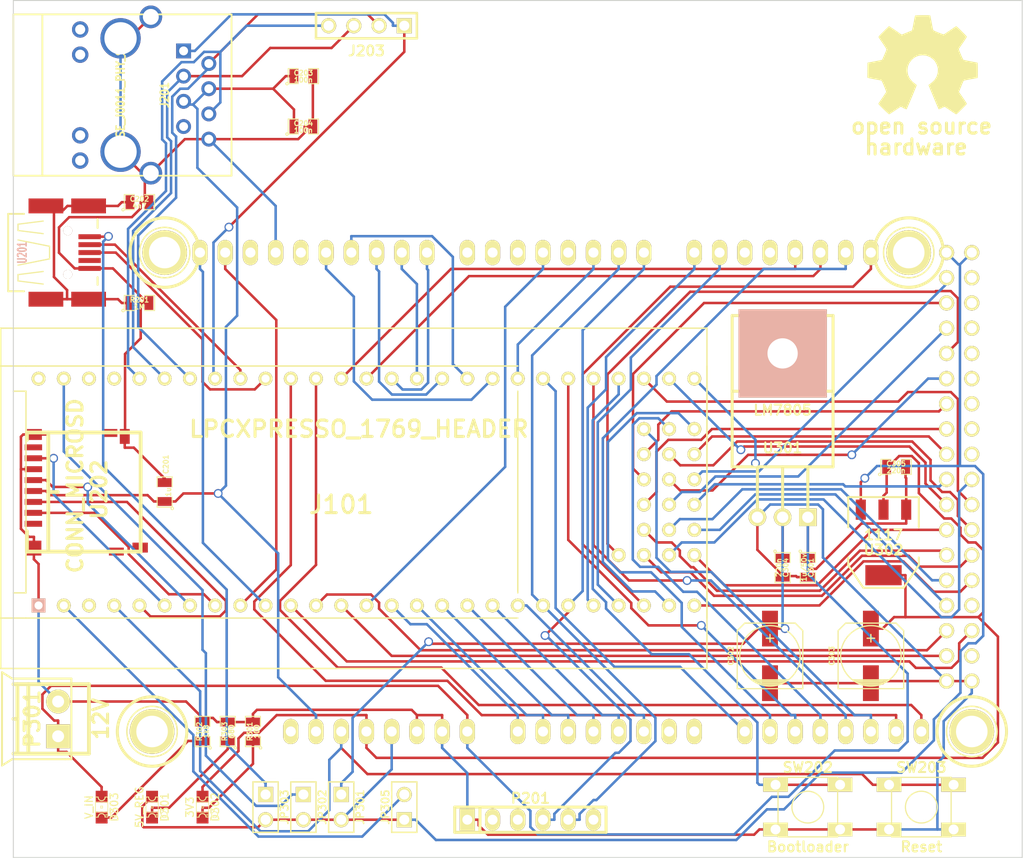
<source format=kicad_pcb>
(kicad_pcb (version 3) (host pcbnew "(2013-07-07 BZR 4022)-stable")

  (general
    (links 151)
    (no_connects 0)
    (area 49.149 65.2018 152.819101 152.450001)
    (thickness 1.6)
    (drawings 4)
    (tracks 802)
    (zones 0)
    (modules 37)
    (nets 78)
  )

  (page A4)
  (layers
    (15 F.Cu signal)
    (0 B.Cu signal)
    (16 B.Adhes user)
    (17 F.Adhes user)
    (18 B.Paste user)
    (19 F.Paste user)
    (20 B.SilkS user)
    (21 F.SilkS user)
    (22 B.Mask user)
    (23 F.Mask user)
    (24 Dwgs.User user)
    (25 Cmts.User user)
    (26 Eco1.User user)
    (27 Eco2.User user)
    (28 Edge.Cuts user)
  )

  (setup
    (last_trace_width 0.254)
    (trace_clearance 0.2286)
    (zone_clearance 0.508)
    (zone_45_only no)
    (trace_min 0.254)
    (segment_width 0.2)
    (edge_width 0.1)
    (via_size 0.889)
    (via_drill 0.635)
    (via_min_size 0.889)
    (via_min_drill 0.508)
    (uvia_size 0.508)
    (uvia_drill 0.127)
    (uvias_allowed no)
    (uvia_min_size 0.508)
    (uvia_min_drill 0.127)
    (pcb_text_width 0.3)
    (pcb_text_size 1.5 1.5)
    (mod_edge_width 0.15)
    (mod_text_size 1 1)
    (mod_text_width 0.15)
    (pad_size 1.651 1.651)
    (pad_drill 1.016)
    (pad_to_mask_clearance 0)
    (aux_axis_origin 50.8 152.4)
    (visible_elements 7FFFFBBF)
    (pcbplotparams
      (layerselection 284196865)
      (usegerberextensions true)
      (excludeedgelayer true)
      (linewidth 0.150000)
      (plotframeref false)
      (viasonmask false)
      (mode 1)
      (useauxorigin true)
      (hpglpennumber 1)
      (hpglpenspeed 20)
      (hpglpendiameter 15)
      (hpglpenoverlay 2)
      (psnegative false)
      (psa4output false)
      (plotreference true)
      (plotvalue true)
      (plotothertext true)
      (plotinvisibletext false)
      (padsonsilk false)
      (subtractmaskfromsilk false)
      (outputformat 1)
      (mirror false)
      (drillshape 0)
      (scaleselection 1)
      (outputdirectory gerbers/))
  )

  (net 0 "")
  (net 1 *Bootloader)
  (net 2 *ETH_RD+)
  (net 3 *ETH_RD-)
  (net 4 *ETH_TD+)
  (net 5 *ETH_TD-)
  (net 6 *RESET)
  (net 7 *RX)
  (net 8 *TX)
  (net 9 *USB-D+)
  (net 10 *USB-D-)
  (net 11 +3.3V)
  (net 12 +5V)
  (net 13 /Power/5V_REG)
  (net 14 AD4)
  (net 15 AD5)
  (net 16 CS_1)
  (net 17 E0-DIR)
  (net 18 E0-EN)
  (net 19 E0-STEP)
  (net 20 E1-DIR)
  (net 21 E1-EN)
  (net 22 E1-STEP)
  (net 23 E2-DIR)
  (net 24 E2-EN)
  (net 25 E2-STEP)
  (net 26 ESTOP)
  (net 27 GND)
  (net 28 LPC_VIN)
  (net 29 MISO_0)
  (net 30 MISO_1)
  (net 31 MOSI_0)
  (net 32 MOSI_1)
  (net 33 N-00000111)
  (net 34 N-00000113)
  (net 35 N-00000114)
  (net 36 N-0000098)
  (net 37 P0.21)
  (net 38 P0.22)
  (net 39 P0.4)
  (net 40 P0.5)
  (net 41 POWER1)
  (net 42 POWER2)
  (net 43 POWER3)
  (net 44 POWER4)
  (net 45 POWER5)
  (net 46 POWER6)
  (net 47 RXD2_SCL2)
  (net 48 RXD3_SCL1)
  (net 49 SCK_0)
  (net 50 SCK_1)
  (net 51 SCL0)
  (net 52 SDA0)
  (net 53 SSEL_0)
  (net 54 THERM0)
  (net 55 THERM1)
  (net 56 THERM2)
  (net 57 THERM3)
  (net 58 TXD2_SDA2)
  (net 59 TXD3_SDA1)
  (net 60 VIN)
  (net 61 VUSB1)
  (net 62 VUSB2)
  (net 63 X-DIR)
  (net 64 X-EN)
  (net 65 X-STEP)
  (net 66 XMAX)
  (net 67 XMIN)
  (net 68 Y-DIR)
  (net 69 Y-EN)
  (net 70 Y-STEP)
  (net 71 YMAX)
  (net 72 YMIN)
  (net 73 Z-DIR)
  (net 74 Z-EN)
  (net 75 Z-STEP)
  (net 76 ZMAX)
  (net 77 ZMIN)

  (net_class Default "This is the default net class."
    (clearance 0.2286)
    (trace_width 0.254)
    (via_dia 0.889)
    (via_drill 0.635)
    (uvia_dia 0.508)
    (uvia_drill 0.127)
    (add_net "")
    (add_net *Bootloader)
    (add_net *ETH_RD+)
    (add_net *ETH_RD-)
    (add_net *ETH_TD+)
    (add_net *ETH_TD-)
    (add_net *RESET)
    (add_net *RX)
    (add_net *TX)
    (add_net *USB-D+)
    (add_net *USB-D-)
    (add_net +3.3V)
    (add_net +5V)
    (add_net /Power/5V_REG)
    (add_net AD4)
    (add_net AD5)
    (add_net CS_1)
    (add_net E0-DIR)
    (add_net E0-EN)
    (add_net E0-STEP)
    (add_net E1-DIR)
    (add_net E1-EN)
    (add_net E1-STEP)
    (add_net E2-DIR)
    (add_net E2-EN)
    (add_net E2-STEP)
    (add_net ESTOP)
    (add_net GND)
    (add_net LPC_VIN)
    (add_net MISO_0)
    (add_net MISO_1)
    (add_net MOSI_0)
    (add_net MOSI_1)
    (add_net N-00000111)
    (add_net N-00000113)
    (add_net N-00000114)
    (add_net N-0000098)
    (add_net P0.21)
    (add_net P0.22)
    (add_net P0.4)
    (add_net P0.5)
    (add_net POWER1)
    (add_net POWER2)
    (add_net POWER3)
    (add_net POWER4)
    (add_net POWER5)
    (add_net POWER6)
    (add_net RXD2_SCL2)
    (add_net RXD3_SCL1)
    (add_net SCK_0)
    (add_net SCK_1)
    (add_net SCL0)
    (add_net SDA0)
    (add_net SSEL_0)
    (add_net THERM0)
    (add_net THERM1)
    (add_net THERM2)
    (add_net THERM3)
    (add_net TXD2_SDA2)
    (add_net TXD3_SDA1)
    (add_net VIN)
    (add_net VUSB1)
    (add_net VUSB2)
    (add_net X-DIR)
    (add_net X-EN)
    (add_net X-STEP)
    (add_net XMAX)
    (add_net XMIN)
    (add_net Y-DIR)
    (add_net Y-EN)
    (add_net Y-STEP)
    (add_net YMAX)
    (add_net YMIN)
    (add_net Z-DIR)
    (add_net Z-EN)
    (add_net Z-STEP)
    (add_net ZMAX)
    (add_net ZMIN)
  )

  (module MBED_LPCXPRESSO (layer F.Cu) (tedit 52571926) (tstamp 52491623)
    (at 83.82 115.57)
    (tags "MBED LPCXPRESSO")
    (path /5248CD31)
    (fp_text reference J101 (at 0 1.27) (layer F.SilkS)
      (effects (font (size 1.778 1.778) (thickness 0.3048)))
    )
    (fp_text value LPCXPRESSO_1769_HEADER (at 1.778 -6.35) (layer F.SilkS)
      (effects (font (size 1.651 1.651) (thickness 0.3048)))
    )
    (fp_line (start -33.02 10.16) (end -31.75 10.16) (layer F.SilkS) (width 0.15))
    (fp_line (start -31.75 10.16) (end -31.75 -10.16) (layer F.SilkS) (width 0.15))
    (fp_line (start -31.75 -10.16) (end -33.02 -10.16) (layer F.SilkS) (width 0.15))
    (fp_line (start -33.02 -12.7) (end -34.29 -12.7) (layer F.SilkS) (width 0.15))
    (fp_line (start -33.02 12.7) (end -34.29 12.7) (layer F.SilkS) (width 0.15))
    (fp_line (start -30.48 -12.7) (end 17.78 -12.7) (layer F.SilkS) (width 0.15))
    (fp_line (start 17.78 12.7) (end -31.75 12.7) (layer F.SilkS) (width 0.15))
    (fp_line (start 17.78 10.16) (end 17.78 -10.16) (layer F.SilkS) (width 0.15))
    (fp_line (start -31.75 12.7) (end -33.02 12.7) (layer F.SilkS) (width 0.15))
    (fp_line (start -31.75 -12.7) (end -33.02 -12.7) (layer F.SilkS) (width 0.15))
    (fp_line (start -34.29 17.78) (end -34.29 -16.51) (layer F.SilkS) (width 0.15))
    (fp_line (start -34.29 -16.51) (end 36.83 -16.51) (layer F.SilkS) (width 0.15))
    (fp_line (start 36.83 -16.51) (end 36.83 17.78) (layer F.SilkS) (width 0.15))
    (fp_line (start 36.83 17.78) (end -34.29 17.78) (layer F.SilkS) (width 0.15))
    (fp_line (start -30.48 -12.7) (end -31.75 -12.7) (layer F.SilkS) (width 0.15))
    (fp_line (start 36.83 12.7) (end 36.83 -12.7) (layer F.SilkS) (width 0.15))
    (pad 1 thru_hole rect (at -30.48 11.43) (size 1.397 1.397) (drill 0.8128)
      (layers *.Cu *.SilkS *.Mask)
      (net 27 GND)
    )
    (pad 2 thru_hole circle (at -27.94 11.43) (size 1.397 1.397) (drill 0.8128)
      (layers *.Cu *.Mask F.SilkS)
      (net 28 LPC_VIN)
    )
    (pad 3 thru_hole circle (at -25.4 11.43) (size 1.397 1.397) (drill 0.8128)
      (layers *.Cu *.Mask F.SilkS)
    )
    (pad 4 thru_hole circle (at -22.86 11.43) (size 1.397 1.397) (drill 0.8128)
      (layers *.Cu *.Mask F.SilkS)
      (net 6 *RESET)
    )
    (pad 5 thru_hole circle (at -20.32 11.43) (size 1.397 1.397) (drill 0.8128)
      (layers *.Cu *.Mask F.SilkS)
      (net 32 MOSI_1)
    )
    (pad 6 thru_hole circle (at -17.78 11.43) (size 1.397 1.397) (drill 0.8128)
      (layers *.Cu *.Mask F.SilkS)
      (net 30 MISO_1)
    )
    (pad 7 thru_hole circle (at -15.24 11.43) (size 1.397 1.397) (drill 0.8128)
      (layers *.Cu *.Mask F.SilkS)
      (net 50 SCK_1)
    )
    (pad 8 thru_hole circle (at -12.7 11.43) (size 1.397 1.397) (drill 0.8128)
      (layers *.Cu *.Mask F.SilkS)
      (net 16 CS_1)
    )
    (pad 9 thru_hole circle (at -10.16 11.43) (size 1.397 1.397) (drill 0.8128)
      (layers *.Cu *.Mask F.SilkS)
      (net 59 TXD3_SDA1)
    )
    (pad 10 thru_hole circle (at -7.62 11.43) (size 1.397 1.397) (drill 0.8128)
      (layers *.Cu *.Mask F.SilkS)
      (net 48 RXD3_SCL1)
    )
    (pad 11 thru_hole circle (at -5.08 11.43) (size 1.397 1.397) (drill 0.8128)
      (layers *.Cu *.Mask F.SilkS)
      (net 31 MOSI_0)
    )
    (pad 12 thru_hole circle (at -2.54 11.43) (size 1.397 1.397) (drill 0.8128)
      (layers *.Cu *.Mask F.SilkS)
      (net 29 MISO_0)
    )
    (pad 13 thru_hole circle (at 0 11.43) (size 1.397 1.397) (drill 0.8128)
      (layers *.Cu *.Mask F.SilkS)
      (net 49 SCK_0)
    )
    (pad 14 thru_hole circle (at 2.54 11.43) (size 1.397 1.397) (drill 0.8128)
      (layers *.Cu *.Mask F.SilkS)
      (net 53 SSEL_0)
    )
    (pad 15 thru_hole circle (at 5.08 11.43) (size 1.397 1.397) (drill 0.8128)
      (layers *.Cu *.Mask F.SilkS)
      (net 54 THERM0)
    )
    (pad 16 thru_hole circle (at 7.62 11.43) (size 1.397 1.397) (drill 0.8128)
      (layers *.Cu *.Mask F.SilkS)
      (net 55 THERM1)
    )
    (pad 17 thru_hole circle (at 10.16 11.43) (size 1.397 1.397) (drill 0.8128)
      (layers *.Cu *.Mask F.SilkS)
      (net 56 THERM2)
    )
    (pad 18 thru_hole circle (at 12.7 11.43) (size 1.397 1.397) (drill 0.8128)
      (layers *.Cu *.Mask F.SilkS)
      (net 57 THERM3)
    )
    (pad 19 thru_hole circle (at 15.24 11.43) (size 1.397 1.397) (drill 0.8128)
      (layers *.Cu *.Mask F.SilkS)
      (net 14 AD4)
    )
    (pad 20 thru_hole circle (at 17.78 11.43) (size 1.397 1.397) (drill 0.8128)
      (layers *.Cu *.Mask F.SilkS)
      (net 15 AD5)
    )
    (pad 21 thru_hole circle (at 20.32 11.43) (size 1.397 1.397) (drill 0.8128)
      (layers *.Cu *.Mask F.SilkS)
      (net 8 *TX)
    )
    (pad 22 thru_hole circle (at 22.86 11.43) (size 1.397 1.397) (drill 0.8128)
      (layers *.Cu *.Mask F.SilkS)
      (net 7 *RX)
    )
    (pad 23 thru_hole circle (at 25.4 11.43) (size 1.397 1.397) (drill 0.8128)
      (layers *.Cu *.Mask F.SilkS)
      (net 37 P0.21)
    )
    (pad 24 thru_hole circle (at 27.94 11.43) (size 1.397 1.397) (drill 0.8128)
      (layers *.Cu *.Mask F.SilkS)
      (net 38 P0.22)
    )
    (pad 25 thru_hole circle (at 30.48 11.43) (size 1.397 1.397) (drill 0.8128)
      (layers *.Cu *.Mask F.SilkS)
      (net 52 SDA0)
    )
    (pad 26 thru_hole circle (at 33.02 11.43) (size 1.397 1.397) (drill 0.8128)
      (layers *.Cu *.Mask F.SilkS)
      (net 51 SCL0)
    )
    (pad 27 thru_hole circle (at 35.56 11.43) (size 1.397 1.397) (drill 0.8128)
      (layers *.Cu *.Mask F.SilkS)
      (net 23 E2-DIR)
    )
    (pad 28 thru_hole circle (at -30.48 -11.43) (size 1.397 1.397) (drill 0.8128)
      (layers *.Cu *.Mask F.SilkS)
    )
    (pad 29 thru_hole circle (at -27.94 -11.43) (size 1.397 1.397) (drill 0.8128)
      (layers *.Cu *.Mask F.SilkS)
      (net 61 VUSB1)
    )
    (pad 30 thru_hole circle (at -25.4 -11.43) (size 1.397 1.397) (drill 0.8128)
      (layers *.Cu *.Mask F.SilkS)
    )
    (pad 31 thru_hole circle (at -22.86 -11.43) (size 1.397 1.397) (drill 0.8128)
      (layers *.Cu *.Mask F.SilkS)
    )
    (pad 32 thru_hole circle (at -20.32 -11.43) (size 1.397 1.397) (drill 0.8128)
      (layers *.Cu *.Mask F.SilkS)
      (net 3 *ETH_RD-)
    )
    (pad 33 thru_hole circle (at -17.78 -11.43) (size 1.397 1.397) (drill 0.8128)
      (layers *.Cu *.Mask F.SilkS)
      (net 2 *ETH_RD+)
    )
    (pad 34 thru_hole circle (at -15.24 -11.43) (size 1.397 1.397) (drill 0.8128)
      (layers *.Cu *.Mask F.SilkS)
      (net 5 *ETH_TD-)
    )
    (pad 35 thru_hole circle (at -12.7 -11.43) (size 1.397 1.397) (drill 0.8128)
      (layers *.Cu *.Mask F.SilkS)
      (net 4 *ETH_TD+)
    )
    (pad 36 thru_hole circle (at -10.16 -11.43) (size 1.397 1.397) (drill 0.8128)
      (layers *.Cu *.Mask F.SilkS)
      (net 10 *USB-D-)
    )
    (pad 37 thru_hole circle (at -7.62 -11.43) (size 1.397 1.397) (drill 0.8128)
      (layers *.Cu *.Mask F.SilkS)
      (net 9 *USB-D+)
    )
    (pad 38 thru_hole circle (at -5.08 -11.43) (size 1.397 1.397) (drill 0.8128)
      (layers *.Cu *.Mask F.SilkS)
      (net 39 P0.4)
    )
    (pad 39 thru_hole circle (at -2.54 -11.43) (size 1.397 1.397) (drill 0.8128)
      (layers *.Cu *.Mask F.SilkS)
      (net 40 P0.5)
    )
    (pad 40 thru_hole circle (at 0 -11.43) (size 1.397 1.397) (drill 0.8128)
      (layers *.Cu *.Mask F.SilkS)
      (net 58 TXD2_SDA2)
    )
    (pad 41 thru_hole circle (at 2.54 -11.43) (size 1.397 1.397) (drill 0.8128)
      (layers *.Cu *.Mask F.SilkS)
      (net 47 RXD2_SCL2)
    )
    (pad 42 thru_hole circle (at 5.08 -11.43) (size 1.397 1.397) (drill 0.8128)
      (layers *.Cu *.Mask F.SilkS)
      (net 41 POWER1)
    )
    (pad 43 thru_hole circle (at 7.62 -11.43) (size 1.397 1.397) (drill 0.8128)
      (layers *.Cu *.Mask F.SilkS)
      (net 42 POWER2)
    )
    (pad 44 thru_hole circle (at 10.16 -11.43) (size 1.397 1.397) (drill 0.8128)
      (layers *.Cu *.Mask F.SilkS)
      (net 43 POWER3)
    )
    (pad 45 thru_hole circle (at 12.7 -11.43) (size 1.397 1.397) (drill 0.8128)
      (layers *.Cu *.Mask F.SilkS)
      (net 44 POWER4)
    )
    (pad 46 thru_hole circle (at 15.24 -11.43) (size 1.397 1.397) (drill 0.8128)
      (layers *.Cu *.Mask F.SilkS)
      (net 45 POWER5)
    )
    (pad 47 thru_hole circle (at 17.78 -11.43) (size 1.397 1.397) (drill 0.8128)
      (layers *.Cu *.Mask F.SilkS)
      (net 46 POWER6)
    )
    (pad 48 thru_hole circle (at 20.32 -11.43) (size 1.397 1.397) (drill 0.8128)
      (layers *.Cu *.Mask F.SilkS)
      (net 63 X-DIR)
    )
    (pad 49 thru_hole circle (at 22.86 -11.43) (size 1.397 1.397) (drill 0.8128)
      (layers *.Cu *.Mask F.SilkS)
      (net 68 Y-DIR)
    )
    (pad 50 thru_hole circle (at 25.4 -11.43) (size 1.397 1.397) (drill 0.8128)
      (layers *.Cu *.Mask F.SilkS)
      (net 73 Z-DIR)
    )
    (pad 51 thru_hole circle (at 27.94 -11.43) (size 1.397 1.397) (drill 0.8128)
      (layers *.Cu *.Mask F.SilkS)
      (net 1 *Bootloader)
    )
    (pad 52 thru_hole circle (at 30.48 -11.43) (size 1.397 1.397) (drill 0.8128)
      (layers *.Cu *.Mask F.SilkS)
      (net 20 E1-DIR)
    )
    (pad 53 thru_hole circle (at 33.02 -11.43) (size 1.397 1.397) (drill 0.8128)
      (layers *.Cu *.Mask F.SilkS)
      (net 26 ESTOP)
    )
    (pad 54 thru_hole circle (at 35.56 -11.43) (size 1.397 1.397) (drill 0.8128)
      (layers *.Cu *.Mask F.SilkS)
      (net 27 GND)
    )
    (pad 101 thru_hole circle (at 35.56 -6.35) (size 1.397 1.397) (drill 0.8128)
      (layers *.Cu *.Mask F.SilkS)
      (net 65 X-STEP)
    )
    (pad 102 thru_hole circle (at 33.02 -6.35) (size 1.397 1.397) (drill 0.8128)
      (layers *.Cu *.Mask F.SilkS)
      (net 70 Y-STEP)
    )
    (pad 103 thru_hole circle (at 30.48 -6.35) (size 1.397 1.397) (drill 0.8128)
      (layers *.Cu *.Mask F.SilkS)
      (net 75 Z-STEP)
    )
    (pad 104 thru_hole circle (at 35.56 -3.81) (size 1.397 1.397) (drill 0.8128)
      (layers *.Cu *.Mask F.SilkS)
      (net 19 E0-STEP)
    )
    (pad 105 thru_hole circle (at 33.02 -3.81) (size 1.397 1.397) (drill 0.8128)
      (layers *.Cu *.Mask F.SilkS)
      (net 22 E1-STEP)
    )
    (pad 106 thru_hole circle (at 30.48 -3.81) (size 1.397 1.397) (drill 0.8128)
      (layers *.Cu *.Mask F.SilkS)
      (net 25 E2-STEP)
    )
    (pad 107 thru_hole circle (at 35.56 -1.27) (size 1.397 1.397) (drill 0.8128)
      (layers *.Cu *.Mask F.SilkS)
      (net 67 XMIN)
    )
    (pad 108 thru_hole circle (at 33.02 -1.27) (size 1.397 1.397) (drill 0.8128)
      (layers *.Cu *.Mask F.SilkS)
      (net 66 XMAX)
    )
    (pad 109 thru_hole circle (at 30.48 -1.27) (size 1.397 1.397) (drill 0.8128)
      (layers *.Cu *.Mask F.SilkS)
      (net 72 YMIN)
    )
    (pad 110 thru_hole circle (at 35.56 1.27) (size 1.397 1.397) (drill 0.8128)
      (layers *.Cu *.Mask F.SilkS)
      (net 71 YMAX)
    )
    (pad 111 thru_hole circle (at 33.02 1.27) (size 1.397 1.397) (drill 0.8128)
      (layers *.Cu *.Mask F.SilkS)
      (net 77 ZMIN)
    )
    (pad 112 thru_hole circle (at 30.48 1.27) (size 1.397 1.397) (drill 0.8128)
      (layers *.Cu *.Mask F.SilkS)
      (net 76 ZMAX)
    )
    (pad 113 thru_hole circle (at 35.56 3.81) (size 1.397 1.397) (drill 0.8128)
      (layers *.Cu *.Mask F.SilkS)
      (net 64 X-EN)
    )
    (pad 114 thru_hole circle (at 33.02 3.81) (size 1.397 1.397) (drill 0.8128)
      (layers *.Cu *.Mask F.SilkS)
      (net 69 Y-EN)
    )
    (pad 115 thru_hole circle (at 30.48 3.81) (size 1.397 1.397) (drill 0.8128)
      (layers *.Cu *.Mask F.SilkS)
      (net 74 Z-EN)
    )
    (pad 116 thru_hole circle (at 35.56 6.35) (size 1.397 1.397) (drill 0.8128)
      (layers *.Cu *.Mask F.SilkS)
      (net 18 E0-EN)
    )
    (pad 117 thru_hole circle (at 33.02 6.35) (size 1.397 1.397) (drill 0.8128)
      (layers *.Cu *.Mask F.SilkS)
      (net 21 E1-EN)
    )
    (pad 118 thru_hole circle (at 30.48 6.35) (size 1.397 1.397) (drill 0.8128)
      (layers *.Cu *.Mask F.SilkS)
      (net 24 E2-EN)
    )
    (pad 119 thru_hole circle (at 27.94 6.35) (size 1.397 1.397) (drill 0.8128)
      (layers *.Cu *.Mask F.SilkS)
      (net 17 E0-DIR)
    )
    (model ../KiCAD_Libraries/packages3d/rmc/misc/mbed.wrl
      (at (xyz 0.7 0.45 0.2))
      (scale (xyz 1 1 1))
      (rotate (xyz 0 0 180))
    )
  )

  (module SW_6x6_MULTI (layer F.Cu) (tedit 4FB198AB) (tstamp 52540764)
    (at 130.81 147.32)
    (descr "6x6mm tactile switch SMT/TH footprint")
    (tags switch)
    (path /52531F85/525358A9)
    (fp_text reference SW202 (at 0 -4.0005) (layer F.SilkS)
      (effects (font (size 1.016 1.016) (thickness 0.2032)))
    )
    (fp_text value Bootloader (at 0 4.0005) (layer F.SilkS)
      (effects (font (size 1.016 1.016) (thickness 0.2032)))
    )
    (fp_circle (center -0.00254 0) (end 0.99822 1.24968) (layer F.SilkS) (width 0.127))
    (fp_line (start -3.00228 -2.99974) (end -3.00228 2.99974) (layer F.SilkS) (width 0.127))
    (fp_line (start -2.99974 2.99974) (end 2.99974 2.99974) (layer F.SilkS) (width 0.127))
    (fp_line (start 2.99974 2.9972) (end 2.99974 -3.00228) (layer F.SilkS) (width 0.127))
    (fp_line (start 2.99974 -2.99974) (end -2.99974 -2.99974) (layer F.SilkS) (width 0.127))
    (pad 1 thru_hole rect (at 3.24866 -2.25044) (size 2.49936 1.397) (drill 1.00076)
      (layers *.Cu *.Mask F.SilkS)
      (net 1 *Bootloader)
    )
    (pad 2 thru_hole rect (at 3.24866 2.25044) (size 2.49936 1.397) (drill 1.00076)
      (layers *.Cu *.Mask F.SilkS)
      (net 27 GND)
    )
    (pad 1 thru_hole rect (at -3.2512 -2.25044) (size 2.49936 1.397) (drill 1.00076)
      (layers *.Cu *.Mask F.SilkS)
      (net 1 *Bootloader)
    )
    (pad 2 thru_hole rect (at -3.2512 2.25044) (size 2.49936 1.397) (drill 1.00076)
      (layers *.Cu *.Mask F.SilkS)
      (net 27 GND)
    )
    (model ..\KiCAD_Libraries\packages3d\rmc\tyco\tyco_2-1825910-2-c.wrl
      (at (xyz 0 0 0.32))
      (scale (xyz 1 1 1))
      (rotate (xyz 0 0 90))
    )
  )

  (module SOT223 (layer F.Cu) (tedit 200000) (tstamp 52540774)
    (at 138.43 120.65 180)
    (descr "module CMS SOT223 4 pins")
    (tags "CMS SOT")
    (path /52533BDB/52540AF0)
    (attr smd)
    (fp_text reference U302 (at 0 -0.762 180) (layer F.SilkS)
      (effects (font (size 1.016 1.016) (thickness 0.2032)))
    )
    (fp_text value 1117 (at 0 0.762 180) (layer F.SilkS)
      (effects (font (size 1.016 1.016) (thickness 0.2032)))
    )
    (fp_line (start -3.556 1.524) (end -3.556 4.572) (layer F.SilkS) (width 0.2032))
    (fp_line (start -3.556 4.572) (end 3.556 4.572) (layer F.SilkS) (width 0.2032))
    (fp_line (start 3.556 4.572) (end 3.556 1.524) (layer F.SilkS) (width 0.2032))
    (fp_line (start -3.556 -1.524) (end -3.556 -2.286) (layer F.SilkS) (width 0.2032))
    (fp_line (start -3.556 -2.286) (end -2.032 -4.572) (layer F.SilkS) (width 0.2032))
    (fp_line (start -2.032 -4.572) (end 2.032 -4.572) (layer F.SilkS) (width 0.2032))
    (fp_line (start 2.032 -4.572) (end 3.556 -2.286) (layer F.SilkS) (width 0.2032))
    (fp_line (start 3.556 -2.286) (end 3.556 -1.524) (layer F.SilkS) (width 0.2032))
    (pad 4 smd rect (at 0 -3.302 180) (size 3.6576 2.032)
      (layers F.Cu F.Paste F.Mask)
      (net 11 +3.3V)
    )
    (pad 2 smd rect (at 0 3.302 180) (size 1.016 2.032)
      (layers F.Cu F.Paste F.Mask)
      (net 11 +3.3V)
    )
    (pad 3 smd rect (at 2.286 3.302 180) (size 1.016 2.032)
      (layers F.Cu F.Paste F.Mask)
      (net 12 +5V)
    )
    (pad 1 smd rect (at -2.286 3.302 180) (size 1.016 2.032)
      (layers F.Cu F.Paste F.Mask)
      (net 27 GND)
    )
    (model smd/SOT223.wrl
      (at (xyz 0 0 0))
      (scale (xyz 0.4 0.4 0.4))
      (rotate (xyz 0 0 0))
    )
  )

  (module SM0805 (layer F.Cu) (tedit 5091495C) (tstamp 52540781)
    (at 63.5 96.52)
    (path /52531F85/52533160)
    (attr smd)
    (fp_text reference R201 (at 0 -0.3175) (layer F.SilkS)
      (effects (font (size 0.50038 0.50038) (thickness 0.10922)))
    )
    (fp_text value 1M (at 0 0.381) (layer F.SilkS)
      (effects (font (size 0.50038 0.50038) (thickness 0.10922)))
    )
    (fp_circle (center -1.651 0.762) (end -1.651 0.635) (layer F.SilkS) (width 0.09906))
    (fp_line (start -0.508 0.762) (end -1.524 0.762) (layer F.SilkS) (width 0.09906))
    (fp_line (start -1.524 0.762) (end -1.524 -0.762) (layer F.SilkS) (width 0.09906))
    (fp_line (start -1.524 -0.762) (end -0.508 -0.762) (layer F.SilkS) (width 0.09906))
    (fp_line (start 0.508 -0.762) (end 1.524 -0.762) (layer F.SilkS) (width 0.09906))
    (fp_line (start 1.524 -0.762) (end 1.524 0.762) (layer F.SilkS) (width 0.09906))
    (fp_line (start 1.524 0.762) (end 0.508 0.762) (layer F.SilkS) (width 0.09906))
    (pad 1 smd rect (at -0.9525 0) (size 0.889 1.397)
      (layers F.Cu F.Paste F.Mask)
      (net 36 N-0000098)
    )
    (pad 2 smd rect (at 0.9525 0) (size 0.889 1.397)
      (layers F.Cu F.Paste F.Mask)
      (net 27 GND)
    )
    (model smd/chip_cms.wrl
      (at (xyz 0 0 0))
      (scale (xyz 0.1 0.1 0.1))
      (rotate (xyz 0 0 0))
    )
  )

  (module SM0805 (layer F.Cu) (tedit 5091495C) (tstamp 5254078E)
    (at 63.5 86.36)
    (path /52531F85/5253316F)
    (attr smd)
    (fp_text reference C202 (at 0 -0.3175) (layer F.SilkS)
      (effects (font (size 0.50038 0.50038) (thickness 0.10922)))
    )
    (fp_text value 4n7 (at 0 0.381) (layer F.SilkS)
      (effects (font (size 0.50038 0.50038) (thickness 0.10922)))
    )
    (fp_circle (center -1.651 0.762) (end -1.651 0.635) (layer F.SilkS) (width 0.09906))
    (fp_line (start -0.508 0.762) (end -1.524 0.762) (layer F.SilkS) (width 0.09906))
    (fp_line (start -1.524 0.762) (end -1.524 -0.762) (layer F.SilkS) (width 0.09906))
    (fp_line (start -1.524 -0.762) (end -0.508 -0.762) (layer F.SilkS) (width 0.09906))
    (fp_line (start 0.508 -0.762) (end 1.524 -0.762) (layer F.SilkS) (width 0.09906))
    (fp_line (start 1.524 -0.762) (end 1.524 0.762) (layer F.SilkS) (width 0.09906))
    (fp_line (start 1.524 0.762) (end 0.508 0.762) (layer F.SilkS) (width 0.09906))
    (pad 1 smd rect (at -0.9525 0) (size 0.889 1.397)
      (layers F.Cu F.Paste F.Mask)
      (net 36 N-0000098)
    )
    (pad 2 smd rect (at 0.9525 0) (size 0.889 1.397)
      (layers F.Cu F.Paste F.Mask)
      (net 27 GND)
    )
    (model smd/chip_cms.wrl
      (at (xyz 0 0 0))
      (scale (xyz 0.1 0.1 0.1))
      (rotate (xyz 0 0 0))
    )
  )

  (module SM0805 (layer F.Cu) (tedit 5091495C) (tstamp 5254079B)
    (at 130.81 123.19 270)
    (path /52533BDB/5253463E)
    (attr smd)
    (fp_text reference C301 (at 0 -0.3175 270) (layer F.SilkS)
      (effects (font (size 0.50038 0.50038) (thickness 0.10922)))
    )
    (fp_text value 1u/50v (at 0 0.381 270) (layer F.SilkS)
      (effects (font (size 0.50038 0.50038) (thickness 0.10922)))
    )
    (fp_circle (center -1.651 0.762) (end -1.651 0.635) (layer F.SilkS) (width 0.09906))
    (fp_line (start -0.508 0.762) (end -1.524 0.762) (layer F.SilkS) (width 0.09906))
    (fp_line (start -1.524 0.762) (end -1.524 -0.762) (layer F.SilkS) (width 0.09906))
    (fp_line (start -1.524 -0.762) (end -0.508 -0.762) (layer F.SilkS) (width 0.09906))
    (fp_line (start 0.508 -0.762) (end 1.524 -0.762) (layer F.SilkS) (width 0.09906))
    (fp_line (start 1.524 -0.762) (end 1.524 0.762) (layer F.SilkS) (width 0.09906))
    (fp_line (start 1.524 0.762) (end 0.508 0.762) (layer F.SilkS) (width 0.09906))
    (pad 1 smd rect (at -0.9525 0 270) (size 0.889 1.397)
      (layers F.Cu F.Paste F.Mask)
      (net 60 VIN)
    )
    (pad 2 smd rect (at 0.9525 0 270) (size 0.889 1.397)
      (layers F.Cu F.Paste F.Mask)
      (net 27 GND)
    )
    (model smd/chip_cms.wrl
      (at (xyz 0 0 0))
      (scale (xyz 0.1 0.1 0.1))
      (rotate (xyz 0 0 0))
    )
  )

  (module SM0805 (layer F.Cu) (tedit 52571931) (tstamp 525407A8)
    (at 66.04 115.57 90)
    (path /52531F85/525357E3)
    (attr smd)
    (fp_text reference C201 (at 2.794 0.127 90) (layer F.SilkS)
      (effects (font (size 0.50038 0.50038) (thickness 0.10922)))
    )
    (fp_text value 1u (at 0 0.381 90) (layer F.SilkS)
      (effects (font (size 0.50038 0.50038) (thickness 0.10922)))
    )
    (fp_circle (center -1.651 0.762) (end -1.651 0.635) (layer F.SilkS) (width 0.09906))
    (fp_line (start -0.508 0.762) (end -1.524 0.762) (layer F.SilkS) (width 0.09906))
    (fp_line (start -1.524 0.762) (end -1.524 -0.762) (layer F.SilkS) (width 0.09906))
    (fp_line (start -1.524 -0.762) (end -0.508 -0.762) (layer F.SilkS) (width 0.09906))
    (fp_line (start 0.508 -0.762) (end 1.524 -0.762) (layer F.SilkS) (width 0.09906))
    (fp_line (start 1.524 -0.762) (end 1.524 0.762) (layer F.SilkS) (width 0.09906))
    (fp_line (start 1.524 0.762) (end 0.508 0.762) (layer F.SilkS) (width 0.09906))
    (pad 1 smd rect (at -0.9525 0 90) (size 0.889 1.397)
      (layers F.Cu F.Paste F.Mask)
      (net 11 +3.3V)
    )
    (pad 2 smd rect (at 0.9525 0 90) (size 0.889 1.397)
      (layers F.Cu F.Paste F.Mask)
      (net 27 GND)
    )
    (model smd/chip_cms.wrl
      (at (xyz 0 0 0))
      (scale (xyz 0.1 0.1 0.1))
      (rotate (xyz 0 0 0))
    )
  )

  (module SM0805 (layer F.Cu) (tedit 5091495C) (tstamp 525407B5)
    (at 139.7 113.03)
    (path /52533BDB/52534651)
    (attr smd)
    (fp_text reference C305 (at 0 -0.3175) (layer F.SilkS)
      (effects (font (size 0.50038 0.50038) (thickness 0.10922)))
    )
    (fp_text value 220n (at 0 0.381) (layer F.SilkS)
      (effects (font (size 0.50038 0.50038) (thickness 0.10922)))
    )
    (fp_circle (center -1.651 0.762) (end -1.651 0.635) (layer F.SilkS) (width 0.09906))
    (fp_line (start -0.508 0.762) (end -1.524 0.762) (layer F.SilkS) (width 0.09906))
    (fp_line (start -1.524 0.762) (end -1.524 -0.762) (layer F.SilkS) (width 0.09906))
    (fp_line (start -1.524 -0.762) (end -0.508 -0.762) (layer F.SilkS) (width 0.09906))
    (fp_line (start 0.508 -0.762) (end 1.524 -0.762) (layer F.SilkS) (width 0.09906))
    (fp_line (start 1.524 -0.762) (end 1.524 0.762) (layer F.SilkS) (width 0.09906))
    (fp_line (start 1.524 0.762) (end 0.508 0.762) (layer F.SilkS) (width 0.09906))
    (pad 1 smd rect (at -0.9525 0) (size 0.889 1.397)
      (layers F.Cu F.Paste F.Mask)
      (net 11 +3.3V)
    )
    (pad 2 smd rect (at 0.9525 0) (size 0.889 1.397)
      (layers F.Cu F.Paste F.Mask)
      (net 27 GND)
    )
    (model smd/chip_cms.wrl
      (at (xyz 0 0 0))
      (scale (xyz 0.1 0.1 0.1))
      (rotate (xyz 0 0 0))
    )
  )

  (module SM0805 (layer F.Cu) (tedit 5091495C) (tstamp 525407C2)
    (at 128.27 123.19 270)
    (path /52533BDB/52534657)
    (attr smd)
    (fp_text reference C304 (at 0 -0.3175 270) (layer F.SilkS)
      (effects (font (size 0.50038 0.50038) (thickness 0.10922)))
    )
    (fp_text value 220n (at 0 0.381 270) (layer F.SilkS)
      (effects (font (size 0.50038 0.50038) (thickness 0.10922)))
    )
    (fp_circle (center -1.651 0.762) (end -1.651 0.635) (layer F.SilkS) (width 0.09906))
    (fp_line (start -0.508 0.762) (end -1.524 0.762) (layer F.SilkS) (width 0.09906))
    (fp_line (start -1.524 0.762) (end -1.524 -0.762) (layer F.SilkS) (width 0.09906))
    (fp_line (start -1.524 -0.762) (end -0.508 -0.762) (layer F.SilkS) (width 0.09906))
    (fp_line (start 0.508 -0.762) (end 1.524 -0.762) (layer F.SilkS) (width 0.09906))
    (fp_line (start 1.524 -0.762) (end 1.524 0.762) (layer F.SilkS) (width 0.09906))
    (fp_line (start 1.524 0.762) (end 0.508 0.762) (layer F.SilkS) (width 0.09906))
    (pad 1 smd rect (at -0.9525 0 270) (size 0.889 1.397)
      (layers F.Cu F.Paste F.Mask)
      (net 13 /Power/5V_REG)
    )
    (pad 2 smd rect (at 0.9525 0 270) (size 0.889 1.397)
      (layers F.Cu F.Paste F.Mask)
      (net 27 GND)
    )
    (model smd/chip_cms.wrl
      (at (xyz 0 0 0))
      (scale (xyz 0.1 0.1 0.1))
      (rotate (xyz 0 0 0))
    )
  )

  (module SM0805 (layer F.Cu) (tedit 5091495C) (tstamp 525407CF)
    (at 74.93 139.7 90)
    (path /52533BDB/525346CD)
    (attr smd)
    (fp_text reference R301 (at 0 -0.3175 90) (layer F.SilkS)
      (effects (font (size 0.50038 0.50038) (thickness 0.10922)))
    )
    (fp_text value 100 (at 0 0.381 90) (layer F.SilkS)
      (effects (font (size 0.50038 0.50038) (thickness 0.10922)))
    )
    (fp_circle (center -1.651 0.762) (end -1.651 0.635) (layer F.SilkS) (width 0.09906))
    (fp_line (start -0.508 0.762) (end -1.524 0.762) (layer F.SilkS) (width 0.09906))
    (fp_line (start -1.524 0.762) (end -1.524 -0.762) (layer F.SilkS) (width 0.09906))
    (fp_line (start -1.524 -0.762) (end -0.508 -0.762) (layer F.SilkS) (width 0.09906))
    (fp_line (start 0.508 -0.762) (end 1.524 -0.762) (layer F.SilkS) (width 0.09906))
    (fp_line (start 1.524 -0.762) (end 1.524 0.762) (layer F.SilkS) (width 0.09906))
    (fp_line (start 1.524 0.762) (end 0.508 0.762) (layer F.SilkS) (width 0.09906))
    (pad 1 smd rect (at -0.9525 0 90) (size 0.889 1.397)
      (layers F.Cu F.Paste F.Mask)
      (net 34 N-00000113)
    )
    (pad 2 smd rect (at 0.9525 0 90) (size 0.889 1.397)
      (layers F.Cu F.Paste F.Mask)
      (net 27 GND)
    )
    (model smd/chip_cms.wrl
      (at (xyz 0 0 0))
      (scale (xyz 0.1 0.1 0.1))
      (rotate (xyz 0 0 0))
    )
  )

  (module SM0805 (layer F.Cu) (tedit 5091495C) (tstamp 525407DC)
    (at 72.39 139.7 90)
    (path /52533BDB/525346C0)
    (attr smd)
    (fp_text reference R303 (at 0 -0.3175 90) (layer F.SilkS)
      (effects (font (size 0.50038 0.50038) (thickness 0.10922)))
    )
    (fp_text value 680 (at 0 0.381 90) (layer F.SilkS)
      (effects (font (size 0.50038 0.50038) (thickness 0.10922)))
    )
    (fp_circle (center -1.651 0.762) (end -1.651 0.635) (layer F.SilkS) (width 0.09906))
    (fp_line (start -0.508 0.762) (end -1.524 0.762) (layer F.SilkS) (width 0.09906))
    (fp_line (start -1.524 0.762) (end -1.524 -0.762) (layer F.SilkS) (width 0.09906))
    (fp_line (start -1.524 -0.762) (end -0.508 -0.762) (layer F.SilkS) (width 0.09906))
    (fp_line (start 0.508 -0.762) (end 1.524 -0.762) (layer F.SilkS) (width 0.09906))
    (fp_line (start 1.524 -0.762) (end 1.524 0.762) (layer F.SilkS) (width 0.09906))
    (fp_line (start 1.524 0.762) (end 0.508 0.762) (layer F.SilkS) (width 0.09906))
    (pad 1 smd rect (at -0.9525 0 90) (size 0.889 1.397)
      (layers F.Cu F.Paste F.Mask)
      (net 33 N-00000111)
    )
    (pad 2 smd rect (at 0.9525 0 90) (size 0.889 1.397)
      (layers F.Cu F.Paste F.Mask)
      (net 27 GND)
    )
    (model smd/chip_cms.wrl
      (at (xyz 0 0 0))
      (scale (xyz 0.1 0.1 0.1))
      (rotate (xyz 0 0 0))
    )
  )

  (module SM0805 (layer F.Cu) (tedit 5091495C) (tstamp 52543873)
    (at 69.85 139.7 90)
    (path /52533BDB/525346AC)
    (attr smd)
    (fp_text reference R302 (at 0 -0.3175 90) (layer F.SilkS)
      (effects (font (size 0.50038 0.50038) (thickness 0.10922)))
    )
    (fp_text value 1k8 (at 0 0.381 90) (layer F.SilkS)
      (effects (font (size 0.50038 0.50038) (thickness 0.10922)))
    )
    (fp_circle (center -1.651 0.762) (end -1.651 0.635) (layer F.SilkS) (width 0.09906))
    (fp_line (start -0.508 0.762) (end -1.524 0.762) (layer F.SilkS) (width 0.09906))
    (fp_line (start -1.524 0.762) (end -1.524 -0.762) (layer F.SilkS) (width 0.09906))
    (fp_line (start -1.524 -0.762) (end -0.508 -0.762) (layer F.SilkS) (width 0.09906))
    (fp_line (start 0.508 -0.762) (end 1.524 -0.762) (layer F.SilkS) (width 0.09906))
    (fp_line (start 1.524 -0.762) (end 1.524 0.762) (layer F.SilkS) (width 0.09906))
    (fp_line (start 1.524 0.762) (end 0.508 0.762) (layer F.SilkS) (width 0.09906))
    (pad 1 smd rect (at -0.9525 0 90) (size 0.889 1.397)
      (layers F.Cu F.Paste F.Mask)
      (net 35 N-00000114)
    )
    (pad 2 smd rect (at 0.9525 0 90) (size 0.889 1.397)
      (layers F.Cu F.Paste F.Mask)
      (net 27 GND)
    )
    (model smd/chip_cms.wrl
      (at (xyz 0 0 0))
      (scale (xyz 0.1 0.1 0.1))
      (rotate (xyz 0 0 0))
    )
  )

  (module PIN_ARRAY_4x1 (layer F.Cu) (tedit 4C10F42E) (tstamp 52540805)
    (at 86.36 68.58 180)
    (descr "Double rangee de contacts 2 x 5 pins")
    (tags CONN)
    (path /52531F85/52535817)
    (fp_text reference J203 (at 0 -2.54 180) (layer F.SilkS)
      (effects (font (size 1.016 1.016) (thickness 0.2032)))
    )
    (fp_text value Enet (at 0 2.54 180) (layer F.SilkS) hide
      (effects (font (size 1.016 1.016) (thickness 0.2032)))
    )
    (fp_line (start 5.08 1.27) (end -5.08 1.27) (layer F.SilkS) (width 0.254))
    (fp_line (start 5.08 -1.27) (end -5.08 -1.27) (layer F.SilkS) (width 0.254))
    (fp_line (start -5.08 -1.27) (end -5.08 1.27) (layer F.SilkS) (width 0.254))
    (fp_line (start 5.08 1.27) (end 5.08 -1.27) (layer F.SilkS) (width 0.254))
    (pad 1 thru_hole rect (at -3.81 0 180) (size 1.524 1.524) (drill 1.016)
      (layers *.Cu *.Mask F.SilkS)
      (net 4 *ETH_TD+)
    )
    (pad 2 thru_hole circle (at -1.27 0 180) (size 1.524 1.524) (drill 1.016)
      (layers *.Cu *.Mask F.SilkS)
      (net 5 *ETH_TD-)
    )
    (pad 3 thru_hole circle (at 1.27 0 180) (size 1.524 1.524) (drill 1.016)
      (layers *.Cu *.Mask F.SilkS)
      (net 2 *ETH_RD+)
    )
    (pad 4 thru_hole circle (at 3.81 0 180) (size 1.524 1.524) (drill 1.016)
      (layers *.Cu *.Mask F.SilkS)
      (net 3 *ETH_RD-)
    )
    (model pin_array\pins_array_4x1.wrl
      (at (xyz 0 0 0))
      (scale (xyz 1 1 1))
      (rotate (xyz 0 0 0))
    )
  )

  (module PIN_ARRAY_2X1 (layer F.Cu) (tedit 4565C520) (tstamp 52540819)
    (at 83.82 147.32 270)
    (descr "Connecteurs 2 pins")
    (tags "CONN DEV")
    (path /52533BDB/5253E719)
    (fp_text reference JP301 (at 0 -1.905 270) (layer F.SilkS)
      (effects (font (size 0.762 0.762) (thickness 0.1524)))
    )
    (fp_text value JUMPER (at 0 -1.905 270) (layer F.SilkS) hide
      (effects (font (size 0.762 0.762) (thickness 0.1524)))
    )
    (fp_line (start -2.54 1.27) (end -2.54 -1.27) (layer F.SilkS) (width 0.1524))
    (fp_line (start -2.54 -1.27) (end 2.54 -1.27) (layer F.SilkS) (width 0.1524))
    (fp_line (start 2.54 -1.27) (end 2.54 1.27) (layer F.SilkS) (width 0.1524))
    (fp_line (start 2.54 1.27) (end -2.54 1.27) (layer F.SilkS) (width 0.1524))
    (pad 1 thru_hole rect (at -1.27 0 270) (size 1.524 1.524) (drill 1.016)
      (layers *.Cu *.Mask F.SilkS)
      (net 13 /Power/5V_REG)
    )
    (pad 2 thru_hole circle (at 1.27 0 270) (size 1.524 1.524) (drill 1.016)
      (layers *.Cu *.Mask F.SilkS)
      (net 12 +5V)
    )
    (model pin_array/pins_array_2x1.wrl
      (at (xyz 0 0 0))
      (scale (xyz 1 1 1))
      (rotate (xyz 0 0 0))
    )
  )

  (module PIN_ARRAY_2X1 (layer F.Cu) (tedit 4565C520) (tstamp 52540823)
    (at 76.2 147.32 270)
    (descr "Connecteurs 2 pins")
    (tags "CONN DEV")
    (path /52533BDB/5253E736)
    (fp_text reference JP303 (at 0 -1.905 270) (layer F.SilkS)
      (effects (font (size 0.762 0.762) (thickness 0.1524)))
    )
    (fp_text value JUMPER (at 0 -1.905 270) (layer F.SilkS) hide
      (effects (font (size 0.762 0.762) (thickness 0.1524)))
    )
    (fp_line (start -2.54 1.27) (end -2.54 -1.27) (layer F.SilkS) (width 0.1524))
    (fp_line (start -2.54 -1.27) (end 2.54 -1.27) (layer F.SilkS) (width 0.1524))
    (fp_line (start 2.54 -1.27) (end 2.54 1.27) (layer F.SilkS) (width 0.1524))
    (fp_line (start 2.54 1.27) (end -2.54 1.27) (layer F.SilkS) (width 0.1524))
    (pad 1 thru_hole rect (at -1.27 0 270) (size 1.524 1.524) (drill 1.016)
      (layers *.Cu *.Mask F.SilkS)
      (net 62 VUSB2)
    )
    (pad 2 thru_hole circle (at 1.27 0 270) (size 1.524 1.524) (drill 1.016)
      (layers *.Cu *.Mask F.SilkS)
      (net 12 +5V)
    )
    (model pin_array/pins_array_2x1.wrl
      (at (xyz 0 0 0))
      (scale (xyz 1 1 1))
      (rotate (xyz 0 0 0))
    )
  )

  (module PIN_ARRAY_2X1 (layer F.Cu) (tedit 4565C520) (tstamp 5254082D)
    (at 80.01 147.32 270)
    (descr "Connecteurs 2 pins")
    (tags "CONN DEV")
    (path /52533BDB/5253E73C)
    (fp_text reference JP302 (at 0 -1.905 270) (layer F.SilkS)
      (effects (font (size 0.762 0.762) (thickness 0.1524)))
    )
    (fp_text value JUMPER (at 0 -1.905 270) (layer F.SilkS) hide
      (effects (font (size 0.762 0.762) (thickness 0.1524)))
    )
    (fp_line (start -2.54 1.27) (end -2.54 -1.27) (layer F.SilkS) (width 0.1524))
    (fp_line (start -2.54 -1.27) (end 2.54 -1.27) (layer F.SilkS) (width 0.1524))
    (fp_line (start 2.54 -1.27) (end 2.54 1.27) (layer F.SilkS) (width 0.1524))
    (fp_line (start 2.54 1.27) (end -2.54 1.27) (layer F.SilkS) (width 0.1524))
    (pad 1 thru_hole rect (at -1.27 0 270) (size 1.524 1.524) (drill 1.016)
      (layers *.Cu *.Mask F.SilkS)
      (net 61 VUSB1)
    )
    (pad 2 thru_hole circle (at 1.27 0 270) (size 1.524 1.524) (drill 1.016)
      (layers *.Cu *.Mask F.SilkS)
      (net 12 +5V)
    )
    (model pin_array/pins_array_2x1.wrl
      (at (xyz 0 0 0))
      (scale (xyz 1 1 1))
      (rotate (xyz 0 0 0))
    )
  )

  (module PIN_ARRAY_2X1 (layer F.Cu) (tedit 4565C520) (tstamp 52540837)
    (at 90.17 147.32 90)
    (descr "Connecteurs 2 pins")
    (tags "CONN DEV")
    (path /52533BDB/5253E84E)
    (fp_text reference JP305 (at 0 -1.905 90) (layer F.SilkS)
      (effects (font (size 0.762 0.762) (thickness 0.1524)))
    )
    (fp_text value JUMPER (at 0 -1.905 90) (layer F.SilkS) hide
      (effects (font (size 0.762 0.762) (thickness 0.1524)))
    )
    (fp_line (start -2.54 1.27) (end -2.54 -1.27) (layer F.SilkS) (width 0.1524))
    (fp_line (start -2.54 -1.27) (end 2.54 -1.27) (layer F.SilkS) (width 0.1524))
    (fp_line (start 2.54 -1.27) (end 2.54 1.27) (layer F.SilkS) (width 0.1524))
    (fp_line (start 2.54 1.27) (end -2.54 1.27) (layer F.SilkS) (width 0.1524))
    (pad 1 thru_hole rect (at -1.27 0 90) (size 1.524 1.524) (drill 1.016)
      (layers *.Cu *.Mask F.SilkS)
      (net 12 +5V)
    )
    (pad 2 thru_hole circle (at 1.27 0 90) (size 1.524 1.524) (drill 1.016)
      (layers *.Cu *.Mask F.SilkS)
      (net 28 LPC_VIN)
    )
    (model pin_array/pins_array_2x1.wrl
      (at (xyz 0 0 0))
      (scale (xyz 1 1 1))
      (rotate (xyz 0 0 0))
    )
  )

  (module MICRO_SD_DM3D (layer F.Cu) (tedit 5257193D) (tstamp 52540887)
    (at 58.42 115.57 270)
    (path /52531F85/52534CC1)
    (fp_text reference U202 (at -0.254 -1.016 270) (layer F.SilkS)
      (effects (font (size 1.524 1.524) (thickness 0.3048)))
    )
    (fp_text value CONN_MICROSD (at -0.635 1.397 270) (layer F.SilkS)
      (effects (font (size 1.524 1.524) (thickness 0.3048)))
    )
    (fp_line (start -6.00202 -5.19938) (end 5.99948 -5.19938) (layer F.SilkS) (width 0.381))
    (fp_line (start 5.99948 6.25094) (end 3.9497 6.25094) (layer F.SilkS) (width 0.381))
    (fp_line (start -6.00202 6.25094) (end -5.25018 6.25094) (layer F.SilkS) (width 0.381))
    (fp_line (start 6.00202 -5.20192) (end 6.00202 6.2484) (layer F.SilkS) (width 0.381))
    (fp_line (start -6.00202 4.09956) (end 5.99948 4.09956) (layer F.SilkS) (width 0.381))
    (fp_line (start 0 4.09956) (end 0 3.1496) (layer F.SilkS) (width 0.381))
    (fp_line (start -5.99948 -5.20192) (end -5.99948 6.2484) (layer F.SilkS) (width 0.381))
    (pad 8 smd rect (at -4.50088 5.6007 270) (size 0.59944 1.75006)
      (layers F.Cu F.Paste F.Mask)
    )
    (pad 1 smd rect (at 3.19786 5.6007 270) (size 0.59944 1.75006)
      (layers F.Cu F.Paste F.Mask)
    )
    (pad 2 smd rect (at 2.09804 5.6007 270) (size 0.59944 1.75006)
      (layers F.Cu F.Paste F.Mask)
      (net 16 CS_1)
    )
    (pad 3 smd rect (at 0.99822 5.6007 270) (size 0.59944 1.75006)
      (layers F.Cu F.Paste F.Mask)
      (net 32 MOSI_1)
    )
    (pad 4 smd rect (at -0.1016 5.6007 270) (size 0.59944 1.75006)
      (layers F.Cu F.Paste F.Mask)
      (net 11 +3.3V)
    )
    (pad 5 smd rect (at -1.20142 5.6007 270) (size 0.59944 1.75006)
      (layers F.Cu F.Paste F.Mask)
      (net 50 SCK_1)
    )
    (pad 6 smd rect (at -2.30124 5.6007 270) (size 0.59944 1.75006)
      (layers F.Cu F.Paste F.Mask)
      (net 27 GND)
    )
    (pad 7 smd rect (at -3.40106 5.6007 270) (size 0.59944 1.75006)
      (layers F.Cu F.Paste F.Mask)
      (net 30 MISO_1)
    )
    (pad 11 smd rect (at -5.6007 -3.59918 270) (size 1.50114 1.00076)
      (layers F.Cu F.Paste F.Mask)
      (net 27 GND)
    )
    (pad 10 smd rect (at 5.59816 -5.15112 270) (size 1.00076 1.5494)
      (layers F.Cu F.Paste F.Mask)
    )
    (pad 9 smd rect (at -5.95122 -2.10058 270) (size 0.8001 1.50114)
      (layers F.Cu F.Paste F.Mask)
      (net 27 GND)
    )
    (pad 9 smd rect (at 5.99948 -2.75082 270) (size 0.8001 1.50114)
      (layers F.Cu F.Paste F.Mask)
      (net 27 GND)
    )
    (pad 9 smd rect (at 5.64896 5.5499 270) (size 1.50114 1.50114)
      (layers F.Cu F.Paste F.Mask)
      (net 27 GND)
    )
    (pad 9 smd rect (at -5.79882 5.4991 270) (size 1.09982 1.50114)
      (layers F.Cu F.Paste F.Mask)
      (net 27 GND)
    )
  )

  (module CONN_MiniAB_SMT_RMC (layer F.Cu) (tedit 4FB2BD60) (tstamp 5254097B)
    (at 55.88 91.44)
    (descr "USB SERIES MINI-B SURFACE MOUNTED")
    (tags "USB SERIES MINI-B SURFACE MOUNTED")
    (path /52531F85/5253208F)
    (attr smd)
    (fp_text reference U201 (at -4.191 0 90) (layer B.SilkS)
      (effects (font (size 0.8636 0.5588) (thickness 0.1397)))
    )
    (fp_text value USBCONN (at 0 0) (layer F.SilkS) hide
      (effects (font (size 0.127 0.127) (thickness 0.00254)))
    )
    (fp_line (start -5.6007 3.8989) (end -4.0005 3.8989) (layer F.SilkS) (width 0.1905))
    (fp_line (start -5.6007 -3.8989) (end -4.0005 -3.8989) (layer F.SilkS) (width 0.1905))
    (fp_line (start -5.6007 3.8989) (end -5.6007 -3.8989) (layer F.SilkS) (width 0.1905))
    (fp_line (start 3.4036 2.48666) (end 3.4036 3.24866) (layer F.SilkS) (width 0.2032))
    (fp_line (start 3.4036 -3.37566) (end 3.4036 -2.48666) (layer F.SilkS) (width 0.2032))
    (fp_line (start -4.61264 -1.27) (end -1.43764 -0.635) (layer F.SilkS) (width 0.127))
    (fp_line (start -1.43764 -0.635) (end -1.43764 0.635) (layer F.SilkS) (width 0.127))
    (fp_line (start -1.43764 0.635) (end -4.61264 1.27) (layer F.SilkS) (width 0.127))
    (fp_line (start -2.07264 3.175) (end -4.61264 2.8575) (layer F.SilkS) (width 0.127))
    (fp_line (start -4.61264 2.8575) (end -4.61264 2.2225) (layer F.SilkS) (width 0.127))
    (fp_line (start -4.61264 2.2225) (end -2.07264 1.905) (layer F.SilkS) (width 0.127))
    (fp_line (start -2.07264 -3.175) (end -4.61264 -2.8575) (layer F.SilkS) (width 0.127))
    (fp_line (start -4.61264 -2.8575) (end -4.61264 -2.2225) (layer F.SilkS) (width 0.127))
    (fp_line (start -4.61264 -2.2225) (end -2.07264 -1.905) (layer F.SilkS) (width 0.127))
    (pad 3 smd rect (at 2.60096 0) (size 2.25044 0.50038)
      (layers F.Cu F.Paste F.Mask)
      (net 9 *USB-D+)
    )
    (pad 2 smd rect (at 2.60096 -0.79756) (size 2.25044 0.50038)
      (layers F.Cu F.Paste F.Mask)
      (net 10 *USB-D-)
    )
    (pad 4 smd rect (at 2.60096 1.59766) (size 2.25044 0.50038)
      (layers F.Cu F.Paste F.Mask)
      (net 27 GND)
    )
    (pad 5 smd rect (at -1.80086 -4.699) (size 3.50012 1.50114)
      (layers F.Cu F.Paste F.Mask)
      (net 36 N-0000098)
    )
    (pad 5 smd rect (at 2.49936 -4.699) (size 3.50012 1.50114)
      (layers F.Cu F.Paste F.Mask)
      (net 36 N-0000098)
    )
    (pad 5 smd rect (at -1.80086 4.699) (size 3.50012 1.50114)
      (layers F.Cu F.Paste F.Mask)
      (net 36 N-0000098)
    )
    (pad 5 smd rect (at 2.49936 4.699) (size 3.50012 1.50114)
      (layers F.Cu F.Paste F.Mask)
      (net 36 N-0000098)
    )
    (pad 6 smd rect (at 2.60096 0.8001) (size 2.25044 0.50038)
      (layers F.Cu F.Paste F.Mask)
    )
    (pad 7 thru_hole circle (at 0.39878 -2.19964) (size 0.89916 0.89916) (drill 0.89916)
      (layers *.Cu *.SilkS *.Mask)
    )
    (pad 7 thru_hole circle (at 0.39878 2.19964) (size 0.89916 0.89916) (drill 0.89916)
      (layers *.Cu *.SilkS *.Mask)
    )
    (pad 1 smd rect (at 2.60096 -1.59766) (size 2.25044 0.50038)
      (layers F.Cu F.Paste F.Mask)
      (net 62 VUSB2)
    )
    (model ..\KiCAD_Libraries\packages3d\rmc\molex\usb_mini_molex.wrl
      (at (xyz -0.218 0 0.08400000000000001))
      (scale (xyz 1 1 1))
      (rotate (xyz -90 0 90))
    )
  )

  (module HOLE_M3 (layer F.Cu) (tedit 506359C2) (tstamp 5254098F)
    (at 140.97 91.44)
    (descr "Mounting hole 3mm")
    (tags MOUNT)
    (path /52531F85/5254079E)
    (fp_text reference H201 (at -0.09906 -4.30022) (layer F.SilkS) hide
      (effects (font (size 1.016 1.016) (thickness 0.254)))
    )
    (fp_text value HOLE_RMC (at -0.09906 4.50088) (layer F.SilkS) hide
      (effects (font (size 1.016 1.016) (thickness 0.254)))
    )
    (fp_circle (center 0 0) (end 3.50012 0) (layer F.SilkS) (width 0.3048))
    (pad "" thru_hole circle (at 0 0) (size 4.50088 4.50088) (drill 3.0988)
      (layers *.Cu *.Mask F.SilkS)
    )
    (model walter\mech_details\vite_2mm5.wrl
      (at (xyz 0 0 0))
      (scale (xyz 1.2 1.2 1))
      (rotate (xyz 0 0 0))
    )
  )

  (module HOLE_M3 (layer F.Cu) (tedit 506359C2) (tstamp 52540995)
    (at 66.04 91.44)
    (descr "Mounting hole 3mm")
    (tags MOUNT)
    (path /52531F85/525407AB)
    (fp_text reference H202 (at -0.09906 -4.30022) (layer F.SilkS) hide
      (effects (font (size 1.016 1.016) (thickness 0.254)))
    )
    (fp_text value HOLE_RMC (at -0.09906 4.50088) (layer F.SilkS) hide
      (effects (font (size 1.016 1.016) (thickness 0.254)))
    )
    (fp_circle (center 0 0) (end 3.50012 0) (layer F.SilkS) (width 0.3048))
    (pad "" thru_hole circle (at 0 0) (size 4.50088 4.50088) (drill 3.0988)
      (layers *.Cu *.Mask F.SilkS)
    )
    (model walter\mech_details\vite_2mm5.wrl
      (at (xyz 0 0 0))
      (scale (xyz 1.2 1.2 1))
      (rotate (xyz 0 0 0))
    )
  )

  (module HOLE_M3 (layer F.Cu) (tedit 506359C2) (tstamp 5254099B)
    (at 147.32 139.7)
    (descr "Mounting hole 3mm")
    (tags MOUNT)
    (path /52531F85/525407B1)
    (fp_text reference H203 (at -0.09906 -4.30022) (layer F.SilkS) hide
      (effects (font (size 1.016 1.016) (thickness 0.254)))
    )
    (fp_text value HOLE_RMC (at -0.09906 4.50088) (layer F.SilkS) hide
      (effects (font (size 1.016 1.016) (thickness 0.254)))
    )
    (fp_circle (center 0 0) (end 3.50012 0) (layer F.SilkS) (width 0.3048))
    (pad "" thru_hole circle (at 0 0) (size 4.50088 4.50088) (drill 3.0988)
      (layers *.Cu *.Mask F.SilkS)
    )
    (model walter\mech_details\vite_2mm5.wrl
      (at (xyz 0 0 0))
      (scale (xyz 1.2 1.2 1))
      (rotate (xyz 0 0 0))
    )
  )

  (module HOLE_M3 (layer F.Cu) (tedit 506359C2) (tstamp 525409A1)
    (at 64.77 139.7)
    (descr "Mounting hole 3mm")
    (tags MOUNT)
    (path /52531F85/525407B7)
    (fp_text reference H204 (at -0.09906 -4.30022) (layer F.SilkS) hide
      (effects (font (size 1.016 1.016) (thickness 0.254)))
    )
    (fp_text value HOLE_RMC (at -0.09906 4.50088) (layer F.SilkS) hide
      (effects (font (size 1.016 1.016) (thickness 0.254)))
    )
    (fp_circle (center 0 0) (end 3.50012 0) (layer F.SilkS) (width 0.3048))
    (pad "" thru_hole circle (at 0 0) (size 4.50088 4.50088) (drill 3.0988)
      (layers *.Cu *.Mask F.SilkS)
    )
    (model walter\mech_details\vite_2mm5.wrl
      (at (xyz 0 0 0))
      (scale (xyz 1.2 1.2 1))
      (rotate (xyz 0 0 0))
    )
  )

  (module ARDUINO_MEGA_DUE_SHIELD_FOOTPRINT_RMC (layer F.Cu) (tedit 5257194B) (tstamp 52488EBB)
    (at 50.8 142.24)
    (path /52487CA5)
    (fp_text reference SHIELD101 (at 6.35 -57.15) (layer F.SilkS) hide
      (effects (font (size 1.524 1.524) (thickness 0.3048)))
    )
    (fp_text value ARDUINO_DUE_SHIELD (at 13.97 -54.61) (layer F.SilkS) hide
      (effects (font (size 1.524 1.524) (thickness 0.3048)))
    )
    (fp_circle (center 13.97 -2.54) (end 16.51 -2.54) (layer F.SilkS) (width 0.15))
    (fp_circle (center 96.52 -2.54) (end 99.06 -2.54) (layer F.SilkS) (width 0.15))
    (fp_circle (center 90.17 -50.8) (end 92.71 -50.8) (layer F.SilkS) (width 0.15))
    (fp_circle (center 15.24 -50.8) (end 17.78 -50.8) (layer F.SilkS) (width 0.15))
    (fp_line (start 62.357 -31.75) (end 62.357 -24.13) (layer Dwgs.User) (width 0.127))
    (fp_line (start 62.357 -24.13) (end 67.437 -24.13) (layer Dwgs.User) (width 0.127))
    (fp_line (start 67.437 -24.13) (end 67.437 -31.75) (layer Dwgs.User) (width 0.127))
    (fp_line (start 67.437 -31.75) (end 62.357 -31.75) (layer Dwgs.User) (width 0.127))
    (fp_line (start 99.06 0) (end 0 0) (layer Dwgs.User) (width 0.381))
    (fp_line (start 97.79 -53.34) (end 0 -53.34) (layer Dwgs.User) (width 0.381))
    (fp_line (start 99.06 -40.64) (end 99.06 -52.07) (layer Dwgs.User) (width 0.381))
    (fp_line (start 99.06 -52.07) (end 97.79 -53.34) (layer Dwgs.User) (width 0.381))
    (fp_line (start 0 0) (end 0 -53.34) (layer Dwgs.User) (width 0.381))
    (fp_line (start 99.06 -40.64) (end 101.6 -38.1) (layer Dwgs.User) (width 0.381))
    (fp_line (start 101.6 -38.1) (end 101.6 -5.08) (layer Dwgs.User) (width 0.381))
    (fp_line (start 101.6 -5.08) (end 99.06 -2.54) (layer Dwgs.User) (width 0.381))
    (fp_line (start 99.06 -2.54) (end 99.06 0) (layer Dwgs.User) (width 0.381))
    (pad 14 thru_hole oval (at 68.58 -50.8 90) (size 2.54 1.524) (drill 1.016)
      (layers *.Cu *.Mask F.SilkS)
      (net 37 P0.21)
    )
    (pad 15 thru_hole oval (at 71.12 -50.8 90) (size 2.54 1.524) (drill 1.016)
      (layers *.Cu *.Mask F.SilkS)
      (net 38 P0.22)
    )
    (pad 16 thru_hole oval (at 73.66 -50.8 90) (size 2.54 1.524) (drill 1.016)
      (layers *.Cu *.Mask F.SilkS)
    )
    (pad 17 thru_hole oval (at 76.2 -50.8 90) (size 2.54 1.524) (drill 1.016)
      (layers *.Cu *.Mask F.SilkS)
    )
    (pad 18 thru_hole oval (at 78.74 -50.8 90) (size 2.54 1.524) (drill 1.016)
      (layers *.Cu *.Mask F.SilkS)
      (net 58 TXD2_SDA2)
    )
    (pad 19 thru_hole oval (at 81.28 -50.8 90) (size 2.54 1.524) (drill 1.016)
      (layers *.Cu *.Mask F.SilkS)
      (net 47 RXD2_SCL2)
    )
    (pad 20 thru_hole oval (at 83.82 -50.8 90) (size 2.54 1.524) (drill 1.016)
      (layers *.Cu *.Mask F.SilkS)
      (net 51 SCL0)
    )
    (pad 21 thru_hole oval (at 86.36 -50.8 90) (size 2.54 1.524) (drill 1.016)
      (layers *.Cu *.Mask F.SilkS)
      (net 52 SDA0)
    )
    (pad AD15 thru_hole oval (at 91.44 -2.54 90) (size 2.54 1.524) (drill 1.016)
      (layers *.Cu *.Mask F.SilkS)
      (net 40 P0.5)
    )
    (pad AD14 thru_hole oval (at 88.9 -2.54 90) (size 2.54 1.524) (drill 1.016)
      (layers *.Cu *.Mask F.SilkS)
      (net 39 P0.4)
    )
    (pad AD13 thru_hole oval (at 86.36 -2.54 90) (size 2.54 1.524) (drill 1.016)
      (layers *.Cu *.Mask F.SilkS)
      (net 75 Z-STEP)
    )
    (pad AD12 thru_hole oval (at 83.82 -2.54 90) (size 2.54 1.524) (drill 1.016)
      (layers *.Cu *.Mask F.SilkS)
      (net 73 Z-DIR)
    )
    (pad AD8 thru_hole oval (at 73.66 -2.54 90) (size 2.54 1.524) (drill 1.016)
      (layers *.Cu *.Mask F.SilkS)
      (net 63 X-DIR)
    )
    (pad AD7 thru_hole oval (at 68.58 -2.54 90) (size 2.54 1.524) (drill 1.016)
      (layers *.Cu *.Mask F.SilkS)
    )
    (pad AD6 thru_hole oval (at 66.04 -2.54 90) (size 2.54 1.524) (drill 1.016)
      (layers *.Cu *.Mask F.SilkS)
    )
    (pad AD9 thru_hole oval (at 76.2 -2.54 90) (size 2.54 1.524) (drill 1.016)
      (layers *.Cu *.Mask F.SilkS)
      (net 65 X-STEP)
    )
    (pad AD10 thru_hole oval (at 78.74 -2.54 90) (size 2.54 1.524) (drill 1.016)
      (layers *.Cu *.Mask F.SilkS)
      (net 68 Y-DIR)
    )
    (pad AD11 thru_hole oval (at 81.28 -2.54 90) (size 2.54 1.524) (drill 1.016)
      (layers *.Cu *.Mask F.SilkS)
      (net 70 Y-STEP)
    )
    (pad AD5 thru_hole oval (at 63.5 -2.54 90) (size 2.54 1.524) (drill 1.016)
      (layers *.Cu *.Mask F.SilkS)
      (net 15 AD5)
    )
    (pad AD4 thru_hole oval (at 60.96 -2.54 90) (size 2.54 1.524) (drill 1.016)
      (layers *.Cu *.Mask F.SilkS)
      (net 14 AD4)
    )
    (pad AD3 thru_hole oval (at 58.42 -2.54 90) (size 2.54 1.524) (drill 1.016)
      (layers *.Cu *.Mask F.SilkS)
      (net 57 THERM3)
    )
    (pad AD0 thru_hole oval (at 50.8 -2.54 90) (size 2.54 1.524) (drill 1.016)
      (layers *.Cu *.Mask F.SilkS)
      (net 54 THERM0)
    )
    (pad AD1 thru_hole oval (at 53.34 -2.54 90) (size 2.54 1.524) (drill 1.016)
      (layers *.Cu *.Mask F.SilkS)
      (net 55 THERM1)
    )
    (pad AD2 thru_hole oval (at 55.88 -2.54 90) (size 2.54 1.524) (drill 1.016)
      (layers *.Cu *.Mask F.SilkS)
      (net 56 THERM2)
    )
    (pad V_IN thru_hole oval (at 45.72 -2.54 90) (size 2.54 1.524) (drill 1.016)
      (layers *.Cu *.Mask F.SilkS)
      (net 60 VIN)
    )
    (pad GND thru_hole oval (at 43.18 -2.54 90) (size 2.54 1.524) (drill 1.016)
      (layers *.Cu *.Mask F.SilkS)
      (net 27 GND)
    )
    (pad GND thru_hole oval (at 40.64 -2.54 90) (size 2.54 1.524) (drill 1.016)
      (layers *.Cu *.Mask F.SilkS)
      (net 27 GND)
    )
    (pad 3V3 thru_hole oval (at 35.56 -2.54 90) (size 2.54 1.524) (drill 1.016)
      (layers *.Cu *.Mask F.SilkS)
      (net 11 +3.3V)
    )
    (pad RST thru_hole oval (at 33.02 -2.54 90) (size 2.54 1.524) (drill 1.016)
      (layers *.Cu *.Mask F.SilkS)
      (net 6 *RESET)
    )
    (pad 0 thru_hole oval (at 63.5 -50.8 90) (size 2.54 1.524) (drill 1.016)
      (layers *.Cu *.Mask F.SilkS)
      (net 7 *RX)
    )
    (pad 1 thru_hole oval (at 60.96 -50.8 90) (size 2.54 1.524) (drill 1.016)
      (layers *.Cu *.Mask F.SilkS)
      (net 8 *TX)
    )
    (pad 2 thru_hole oval (at 58.42 -50.8 90) (size 2.54 1.524) (drill 1.016)
      (layers *.Cu *.Mask F.SilkS)
      (net 46 POWER6)
    )
    (pad 3 thru_hole oval (at 55.88 -50.8 90) (size 2.54 1.524) (drill 1.016)
      (layers *.Cu *.Mask F.SilkS)
    )
    (pad 4 thru_hole oval (at 53.34 -50.8 90) (size 2.54 1.524) (drill 1.016)
      (layers *.Cu *.Mask F.SilkS)
      (net 53 SSEL_0)
    )
    (pad 5 thru_hole oval (at 50.8 -50.8 90) (size 2.54 1.524) (drill 1.016)
      (layers *.Cu *.Mask F.SilkS)
    )
    (pad 6 thru_hole oval (at 48.26 -50.8 90) (size 2.54 1.524) (drill 1.016)
      (layers *.Cu *.Mask F.SilkS)
    )
    (pad 7 thru_hole oval (at 45.72 -50.8 90) (size 2.54 1.524) (drill 1.016)
      (layers *.Cu *.Mask F.SilkS)
    )
    (pad 8 thru_hole oval (at 41.656 -50.8 90) (size 2.54 1.524) (drill 1.016)
      (layers *.Cu *.Mask F.SilkS)
      (net 41 POWER1)
    )
    (pad 9 thru_hole oval (at 39.116 -50.8 90) (size 2.54 1.524) (drill 1.016)
      (layers *.Cu *.Mask F.SilkS)
      (net 42 POWER2)
    )
    (pad 10 thru_hole oval (at 36.576 -50.8 90) (size 2.54 1.524) (drill 1.016)
      (layers *.Cu *.Mask F.SilkS)
      (net 43 POWER3)
    )
    (pad 11 thru_hole oval (at 34.036 -50.8 90) (size 2.54 1.524) (drill 1.016)
      (layers *.Cu *.Mask F.SilkS)
      (net 44 POWER4)
    )
    (pad 12 thru_hole oval (at 31.496 -50.8 90) (size 2.54 1.524) (drill 1.016)
      (layers *.Cu *.Mask F.SilkS)
      (net 45 POWER5)
    )
    (pad 13 thru_hole oval (at 28.956 -50.8 90) (size 2.54 1.524) (drill 1.016)
      (layers *.Cu *.Mask F.SilkS)
    )
    (pad GND thru_hole oval (at 26.416 -50.8 90) (size 2.54 1.524) (drill 1.016)
      (layers *.Cu *.Mask F.SilkS)
      (net 27 GND)
    )
    (pad AREF thru_hole oval (at 23.876 -50.8 90) (size 2.54 1.524) (drill 1.016)
      (layers *.Cu *.Mask F.SilkS)
    )
    (pad 5V thru_hole oval (at 38.1 -2.54 90) (size 2.54 1.524) (drill 1.016)
      (layers *.Cu *.Mask F.SilkS)
      (net 12 +5V)
    )
    (pad "" thru_hole circle (at 96.52 -2.54 90) (size 3.175 3.175) (drill 3.175)
      (layers *.Cu *.Mask F.SilkS)
    )
    (pad "" thru_hole circle (at 90.17 -50.8 90) (size 3.175 3.175) (drill 3.175)
      (layers *.Cu *.Mask F.SilkS)
    )
    (pad "" thru_hole circle (at 15.24 -50.8 90) (size 3.175 3.175) (drill 3.175)
      (layers *.Cu *.Mask F.SilkS)
    )
    (pad "" thru_hole circle (at 13.97 -2.54 90) (size 3.175 3.175) (drill 3.175)
      (layers *.Cu *.Mask F.SilkS)
    )
    (pad 22 thru_hole circle (at 93.98 -48.26) (size 1.524 1.524) (drill 1.016)
      (layers *.Cu *.Mask F.SilkS)
      (net 67 XMIN)
    )
    (pad 23 thru_hole circle (at 96.52 -48.26) (size 1.524 1.524) (drill 1.016)
      (layers *.Cu *.Mask F.SilkS)
    )
    (pad 24 thru_hole circle (at 93.98 -45.72) (size 1.524 1.524) (drill 1.016)
      (layers *.Cu *.Mask F.SilkS)
      (net 72 YMIN)
    )
    (pad 25 thru_hole circle (at 96.52 -45.72) (size 1.524 1.524) (drill 1.016)
      (layers *.Cu *.Mask F.SilkS)
    )
    (pad 26 thru_hole circle (at 93.98 -43.18) (size 1.524 1.524) (drill 1.016)
      (layers *.Cu *.Mask F.SilkS)
      (net 77 ZMIN)
    )
    (pad 27 thru_hole circle (at 96.52 -43.18) (size 1.524 1.524) (drill 1.016)
      (layers *.Cu *.Mask F.SilkS)
    )
    (pad 28 thru_hole circle (at 93.98 -40.64) (size 1.524 1.524) (drill 1.016)
      (layers *.Cu *.Mask F.SilkS)
      (net 17 E0-DIR)
    )
    (pad 29 thru_hole circle (at 96.52 -40.64) (size 1.524 1.524) (drill 1.016)
      (layers *.Cu *.Mask F.SilkS)
    )
    (pad 5V_4 thru_hole circle (at 93.98 -50.8) (size 1.524 1.524) (drill 1.016)
      (layers *.Cu *.Mask F.SilkS)
      (net 12 +5V)
    )
    (pad 5V_5 thru_hole circle (at 96.52 -50.8) (size 1.524 1.524) (drill 1.016)
      (layers *.Cu *.Mask F.SilkS)
      (net 12 +5V)
    )
    (pad 31 thru_hole circle (at 96.52 -38.1) (size 1.524 1.524) (drill 1.016)
      (layers *.Cu *.Mask F.SilkS)
    )
    (pad 30 thru_hole circle (at 93.98 -38.1) (size 1.524 1.524) (drill 1.016)
      (layers *.Cu *.Mask F.SilkS)
      (net 66 XMAX)
    )
    (pad 32 thru_hole circle (at 93.98 -35.56) (size 1.524 1.524) (drill 1.016)
      (layers *.Cu *.Mask F.SilkS)
      (net 25 E2-STEP)
    )
    (pad 33 thru_hole circle (at 96.52 -35.56) (size 1.524 1.524) (drill 1.016)
      (layers *.Cu *.Mask F.SilkS)
    )
    (pad 34 thru_hole circle (at 93.98 -33.02) (size 1.524 1.524) (drill 1.016)
      (layers *.Cu *.Mask F.SilkS)
      (net 76 ZMAX)
    )
    (pad 35 thru_hole circle (at 96.52 -33.02) (size 1.524 1.524) (drill 1.016)
      (layers *.Cu *.Mask F.SilkS)
    )
    (pad 36 thru_hole circle (at 93.98 -30.48) (size 1.524 1.524) (drill 1.016)
      (layers *.Cu *.Mask F.SilkS)
      (net 19 E0-STEP)
    )
    (pad 37 thru_hole circle (at 96.52 -30.48) (size 1.524 1.524) (drill 1.016)
      (layers *.Cu *.Mask F.SilkS)
    )
    (pad 38 thru_hole circle (at 93.98 -27.94) (size 1.524 1.524) (drill 1.016)
      (layers *.Cu *.Mask F.SilkS)
      (net 71 YMAX)
    )
    (pad 39 thru_hole circle (at 96.52 -27.94) (size 1.524 1.524) (drill 1.016)
      (layers *.Cu *.Mask F.SilkS)
      (net 21 E1-EN)
    )
    (pad 40 thru_hole circle (at 93.98 -25.4) (size 1.524 1.524) (drill 1.016)
      (layers *.Cu *.Mask F.SilkS)
      (net 26 ESTOP)
    )
    (pad 41 thru_hole circle (at 96.52 -25.4) (size 1.524 1.524) (drill 1.016)
      (layers *.Cu *.Mask F.SilkS)
      (net 20 E1-DIR)
    )
    (pad 42 thru_hole circle (at 93.98 -22.86) (size 1.524 1.524) (drill 1.016)
      (layers *.Cu *.Mask F.SilkS)
      (net 18 E0-EN)
    )
    (pad 43 thru_hole circle (at 96.52 -22.86) (size 1.524 1.524) (drill 1.016)
      (layers *.Cu *.Mask F.SilkS)
      (net 22 E1-STEP)
    )
    (pad 44 thru_hole circle (at 93.98 -20.32) (size 1.524 1.524) (drill 1.016)
      (layers *.Cu *.Mask F.SilkS)
      (net 74 Z-EN)
    )
    (pad 45 thru_hole circle (at 96.52 -20.32) (size 1.524 1.524) (drill 1.016)
      (layers *.Cu *.Mask F.SilkS)
      (net 24 E2-EN)
    )
    (pad 46 thru_hole circle (at 93.98 -17.78) (size 1.524 1.524) (drill 1.016)
      (layers *.Cu *.Mask F.SilkS)
      (net 69 Y-EN)
    )
    (pad 47 thru_hole circle (at 96.52 -17.78) (size 1.524 1.524) (drill 1.016)
      (layers *.Cu *.Mask F.SilkS)
      (net 23 E2-DIR)
    )
    (pad 48 thru_hole circle (at 93.98 -15.24) (size 1.524 1.524) (drill 1.016)
      (layers *.Cu *.Mask F.SilkS)
      (net 64 X-EN)
    )
    (pad 49 thru_hole circle (at 96.52 -15.24) (size 1.524 1.524) (drill 1.016)
      (layers *.Cu *.Mask F.SilkS)
    )
    (pad 50 thru_hole circle (at 93.98 -12.7) (size 1.524 1.524) (drill 1.016)
      (layers *.Cu *.Mask F.SilkS)
      (net 29 MISO_0)
    )
    (pad 51 thru_hole circle (at 96.52 -12.7) (size 1.524 1.524) (drill 1.016)
      (layers *.Cu *.Mask F.SilkS)
      (net 31 MOSI_0)
    )
    (pad 52 thru_hole circle (at 93.98 -10.16) (size 1.524 1.524) (drill 1.016)
      (layers *.Cu *.Mask F.SilkS)
      (net 49 SCK_0)
    )
    (pad 53 thru_hole circle (at 96.52 -10.16) (size 1.524 1.524) (drill 1.016)
      (layers *.Cu *.Mask F.SilkS)
    )
    (pad GND thru_hole circle (at 93.98 -7.62) (size 1.524 1.524) (drill 1.016)
      (layers *.Cu *.Mask F.SilkS)
      (net 27 GND)
    )
    (pad GND thru_hole circle (at 96.52 -7.62) (size 1.524 1.524) (drill 1.016)
      (layers *.Cu *.Mask F.SilkS)
      (net 27 GND)
    )
    (pad SDA1 thru_hole oval (at 21.336 -50.8 90) (size 2.54 1.524) (drill 1.016)
      (layers *.Cu *.Mask F.SilkS)
      (net 59 TXD3_SDA1)
    )
    (pad SCL1 thru_hole oval (at 18.796 -50.8 90) (size 2.54 1.524) (drill 1.016)
      (layers *.Cu *.Mask F.SilkS)
      (net 48 RXD3_SCL1)
    )
    (pad IORF thru_hole oval (at 30.48 -2.54 90) (size 2.54 1.524) (drill 1.016)
      (layers *.Cu *.Mask F.SilkS)
      (net 11 +3.3V)
    )
    (pad NC1 thru_hole oval (at 27.94 -2.54 90) (size 2.54 1.524) (drill 1.016)
      (layers *.Cu *.Mask F.SilkS)
    )
  )

  (module c_elec_6.3x5.7 (layer F.Cu) (tedit 49F5C08A) (tstamp 52540957)
    (at 127 132.08 90)
    (descr "SMT capacitor, aluminium electrolytic, 6.3x5.7")
    (path /52533BDB/52534638)
    (fp_text reference C302 (at 0 -3.937 90) (layer F.SilkS)
      (effects (font (size 0.50038 0.50038) (thickness 0.11938)))
    )
    (fp_text value 100u (at 0 3.81 90) (layer F.SilkS) hide
      (effects (font (size 0.50038 0.50038) (thickness 0.11938)))
    )
    (fp_line (start -2.921 -0.762) (end -2.921 0.762) (layer F.SilkS) (width 0.127))
    (fp_line (start -2.794 1.143) (end -2.794 -1.143) (layer F.SilkS) (width 0.127))
    (fp_line (start -2.667 -1.397) (end -2.667 1.397) (layer F.SilkS) (width 0.127))
    (fp_line (start -2.54 1.651) (end -2.54 -1.651) (layer F.SilkS) (width 0.127))
    (fp_line (start -2.413 -1.778) (end -2.413 1.778) (layer F.SilkS) (width 0.127))
    (fp_circle (center 0 0) (end -3.048 0) (layer F.SilkS) (width 0.127))
    (fp_line (start -3.302 -3.302) (end -3.302 3.302) (layer F.SilkS) (width 0.127))
    (fp_line (start -3.302 3.302) (end 2.54 3.302) (layer F.SilkS) (width 0.127))
    (fp_line (start 2.54 3.302) (end 3.302 2.54) (layer F.SilkS) (width 0.127))
    (fp_line (start 3.302 2.54) (end 3.302 -2.54) (layer F.SilkS) (width 0.127))
    (fp_line (start 3.302 -2.54) (end 2.54 -3.302) (layer F.SilkS) (width 0.127))
    (fp_line (start 2.54 -3.302) (end -3.302 -3.302) (layer F.SilkS) (width 0.127))
    (fp_line (start 2.159 0) (end 1.397 0) (layer F.SilkS) (width 0.127))
    (fp_line (start 1.778 -0.381) (end 1.778 0.381) (layer F.SilkS) (width 0.127))
    (pad 1 smd rect (at 2.75082 0 90) (size 3.59918 1.6002)
      (layers F.Cu F.Paste F.Mask)
      (net 13 /Power/5V_REG)
    )
    (pad 2 smd rect (at -2.75082 0 90) (size 3.59918 1.6002)
      (layers F.Cu F.Paste F.Mask)
      (net 27 GND)
    )
    (model smd/capacitors/c_elec_6_3x5_7.wrl
      (at (xyz 0 0 0))
      (scale (xyz 1 1 1))
      (rotate (xyz 0 0 0))
    )
  )

  (module c_elec_6.3x5.7 (layer F.Cu) (tedit 49F5C08A) (tstamp 5254095E)
    (at 137.16 132.08 90)
    (descr "SMT capacitor, aluminium electrolytic, 6.3x5.7")
    (path /52533BDB/52534632)
    (fp_text reference C303 (at 0 -3.937 90) (layer F.SilkS)
      (effects (font (size 0.50038 0.50038) (thickness 0.11938)))
    )
    (fp_text value 100u (at 0 3.81 90) (layer F.SilkS) hide
      (effects (font (size 0.50038 0.50038) (thickness 0.11938)))
    )
    (fp_line (start -2.921 -0.762) (end -2.921 0.762) (layer F.SilkS) (width 0.127))
    (fp_line (start -2.794 1.143) (end -2.794 -1.143) (layer F.SilkS) (width 0.127))
    (fp_line (start -2.667 -1.397) (end -2.667 1.397) (layer F.SilkS) (width 0.127))
    (fp_line (start -2.54 1.651) (end -2.54 -1.651) (layer F.SilkS) (width 0.127))
    (fp_line (start -2.413 -1.778) (end -2.413 1.778) (layer F.SilkS) (width 0.127))
    (fp_circle (center 0 0) (end -3.048 0) (layer F.SilkS) (width 0.127))
    (fp_line (start -3.302 -3.302) (end -3.302 3.302) (layer F.SilkS) (width 0.127))
    (fp_line (start -3.302 3.302) (end 2.54 3.302) (layer F.SilkS) (width 0.127))
    (fp_line (start 2.54 3.302) (end 3.302 2.54) (layer F.SilkS) (width 0.127))
    (fp_line (start 3.302 2.54) (end 3.302 -2.54) (layer F.SilkS) (width 0.127))
    (fp_line (start 3.302 -2.54) (end 2.54 -3.302) (layer F.SilkS) (width 0.127))
    (fp_line (start 2.54 -3.302) (end -3.302 -3.302) (layer F.SilkS) (width 0.127))
    (fp_line (start 2.159 0) (end 1.397 0) (layer F.SilkS) (width 0.127))
    (fp_line (start 1.778 -0.381) (end 1.778 0.381) (layer F.SilkS) (width 0.127))
    (pad 1 smd rect (at 2.75082 0 90) (size 3.59918 1.6002)
      (layers F.Cu F.Paste F.Mask)
      (net 11 +3.3V)
    )
    (pad 2 smd rect (at -2.75082 0 90) (size 3.59918 1.6002)
      (layers F.Cu F.Paste F.Mask)
      (net 27 GND)
    )
    (model smd/capacitors/c_elec_6_3x5_7.wrl
      (at (xyz 0 0 0))
      (scale (xyz 1 1 1))
      (rotate (xyz 0 0 0))
    )
  )

  (module RMC-pt_1,5-2-3,5-h (layer F.Cu) (tedit 52571942) (tstamp 52540841)
    (at 54.61 138.43 270)
    (descr "2-way 3.5mm pitch terminal block, Phoenix PT series")
    (path /52533BDB/5253F078)
    (fp_text reference P301 (at 0 1.905 270) (layer F.SilkS)
      (effects (font (size 1.5 1.5) (thickness 0.3)))
    )
    (fp_text value 12V (at 0 -5 270) (layer F.SilkS)
      (effects (font (size 1.5 1.5) (thickness 0.3)))
    )
    (fp_line (start 4.064 -1.397) (end 4.064 -2.032) (layer F.SilkS) (width 0.2032))
    (fp_line (start 4.064 -2.032) (end -4.064 -2.032) (layer F.SilkS) (width 0.2032))
    (fp_line (start -4.064 -2.032) (end -4.064 -1.016) (layer F.SilkS) (width 0.2032))
    (fp_line (start 4.064 3.937) (end 4.699 4.953) (layer F.SilkS) (width 0.2032))
    (fp_line (start 0 4.953) (end -4.699 4.953) (layer F.SilkS) (width 0.2032))
    (fp_line (start -4.699 4.953) (end -4.064 3.937) (layer F.SilkS) (width 0.2032))
    (fp_line (start 0 4.953) (end 4.699 4.953) (layer F.SilkS) (width 0.2032))
    (fp_line (start -4.064 -1.016) (end -4.064 3.937) (layer F.SilkS) (width 0.2032))
    (fp_line (start 4.064 -1.397) (end 4.064 3.937) (layer F.SilkS) (width 0.2032))
    (fp_line (start 0 3.4) (end 0 3.8) (layer F.SilkS) (width 0.381))
    (fp_line (start -3.5 2.3) (end 3.5 2.3) (layer F.SilkS) (width 0.381))
    (fp_line (start -3.5 3.4) (end 3.5 3.4) (layer F.SilkS) (width 0.381))
    (fp_line (start -3.5 -3.8) (end -3.5 3.8) (layer F.SilkS) (width 0.381))
    (fp_line (start 3.5 3.8) (end 3.5 -3.8) (layer F.SilkS) (width 0.381))
    (fp_line (start 3.5 -3.8) (end -3.5 -3.8) (layer F.SilkS) (width 0.381))
    (pad 2 thru_hole circle (at -1.75 -0.7 270) (size 2.4 2.4) (drill 1.2)
      (layers *.Cu *.Mask F.SilkS)
      (net 27 GND)
    )
    (pad 1 thru_hole rect (at 1.75 -0.7 270) (size 2.4 2.4) (drill 1.2)
      (layers *.Cu *.Mask F.SilkS)
      (net 60 VIN)
    )
    (model walter/conn_pt-1_5/pt_1,5-2-3,5-h.wrl
      (at (xyz 0 0 0))
      (scale (xyz 1 1 1))
      (rotate (xyz 0 0 0))
    )
  )

  (module pin_strip_6 (layer F.Cu) (tedit 4B90DFC4) (tstamp 52540C47)
    (at 102.87 148.59)
    (descr "Pin strip 6pin")
    (tags "CONN DEV")
    (path /52531F85/5253E6F9)
    (fp_text reference P201 (at 0 -2.159) (layer F.SilkS)
      (effects (font (size 1.016 1.016) (thickness 0.2032)))
    )
    (fp_text value SERIAL (at 0.254 -3.556) (layer F.SilkS) hide
      (effects (font (size 1.016 0.889) (thickness 0.2032)))
    )
    (fp_line (start -5.08 -1.27) (end -5.08 1.27) (layer F.SilkS) (width 0.3048))
    (fp_line (start -7.62 1.27) (end -7.62 -1.27) (layer F.SilkS) (width 0.3048))
    (fp_line (start -7.62 -1.27) (end 7.62 -1.27) (layer F.SilkS) (width 0.3048))
    (fp_line (start 7.62 -1.27) (end 7.62 1.27) (layer F.SilkS) (width 0.3048))
    (fp_line (start 7.62 1.27) (end -7.62 1.27) (layer F.SilkS) (width 0.3048))
    (pad 1 thru_hole rect (at -6.35 0) (size 1.524 2.19964) (drill 1.00076)
      (layers *.Cu *.Mask F.SilkS)
      (net 27 GND)
    )
    (pad 2 thru_hole oval (at -3.81 0) (size 1.524 2.19964) (drill 1.00076)
      (layers *.Cu *.Mask F.SilkS)
    )
    (pad 3 thru_hole oval (at -1.27 0) (size 1.524 2.19964) (drill 1.00076)
      (layers *.Cu *.Mask F.SilkS)
    )
    (pad 4 thru_hole oval (at 1.27 0) (size 1.524 2.19964) (drill 1.00076)
      (layers *.Cu *.Mask F.SilkS)
      (net 7 *RX)
    )
    (pad 5 thru_hole oval (at 3.81 0) (size 1.524 2.19964) (drill 1.00076)
      (layers *.Cu *.Mask F.SilkS)
      (net 8 *TX)
    )
    (pad 6 thru_hole oval (at 6.35 0) (size 1.524 2.19964) (drill 1.00076)
      (layers *.Cu *.Mask F.SilkS)
    )
    (model walter\pin_strip\pin_strip_6.wrl
      (at (xyz 0 0 0))
      (scale (xyz 1 1 1))
      (rotate (xyz 0 0 0))
    )
  )

  (module TO220 (layer F.Cu) (tedit 200000) (tstamp 52540CB8)
    (at 128.27 118.11 90)
    (descr "Transistor TO 220")
    (tags "TR TO220 DEV")
    (path /52533BDB/525346A5)
    (fp_text reference U301 (at 6.985 0 180) (layer F.SilkS)
      (effects (font (size 1.016 1.016) (thickness 0.2032)))
    )
    (fp_text value LM7805 (at 10.795 0 180) (layer F.SilkS)
      (effects (font (size 1.016 1.016) (thickness 0.2032)))
    )
    (fp_line (start 0 -2.54) (end 5.08 -2.54) (layer F.SilkS) (width 0.3048))
    (fp_line (start 0 0) (end 5.08 0) (layer F.SilkS) (width 0.3048))
    (fp_line (start 0 2.54) (end 5.08 2.54) (layer F.SilkS) (width 0.3048))
    (fp_line (start 5.08 5.08) (end 20.32 5.08) (layer F.SilkS) (width 0.3048))
    (fp_line (start 20.32 5.08) (end 20.32 -5.08) (layer F.SilkS) (width 0.3048))
    (fp_line (start 20.32 -5.08) (end 5.08 -5.08) (layer F.SilkS) (width 0.3048))
    (fp_line (start 5.08 -5.08) (end 5.08 5.08) (layer F.SilkS) (width 0.3048))
    (fp_line (start 12.7 3.81) (end 12.7 -5.08) (layer F.SilkS) (width 0.3048))
    (fp_line (start 12.7 3.81) (end 12.7 5.08) (layer F.SilkS) (width 0.3048))
    (pad 1 thru_hole rect (at 0 2.54 90) (size 1.778 1.778) (drill 1.143)
      (layers *.Cu *.Mask F.SilkS)
      (net 60 VIN)
    )
    (pad 2 thru_hole circle (at 0 -2.54 90) (size 1.778 1.778) (drill 1.143)
      (layers *.Cu *.Mask F.SilkS)
      (net 27 GND)
    )
    (pad 3 thru_hole circle (at 0 0 90) (size 1.778 1.778) (drill 1.143)
      (layers *.Cu *.Mask F.SilkS)
      (net 13 /Power/5V_REG)
    )
    (pad 4 thru_hole rect (at 16.51 0 90) (size 8.89 8.89) (drill 3.048)
      (layers *.Cu *.SilkS *.Mask)
    )
    (model discret/to220_horiz.wrl
      (at (xyz 0 0 0))
      (scale (xyz 1 1 1))
      (rotate (xyz 0 0 0))
    )
  )

  (module LED-0805_GREEN (layer F.Cu) (tedit 50DF4489) (tstamp 525408C2)
    (at 59.69 147.32 270)
    (descr "LED 0805 smd package")
    (tags "LED 0805 SMD")
    (path /52533BDB/525346B3)
    (attr smd)
    (fp_text reference D303 (at 0 -1.27 270) (layer F.SilkS)
      (effects (font (size 0.762 0.762) (thickness 0.127)))
    )
    (fp_text value V_IN (at 0 1.27 270) (layer F.SilkS)
      (effects (font (size 0.762 0.762) (thickness 0.127)))
    )
    (fp_circle (center 0.762 -1.2192) (end 1.0541 -1.1303) (layer F.SilkS) (width 0.07874))
    (fp_line (start -1.016 0.6223) (end 1.016 0.6223) (layer F.SilkS) (width 0.07874))
    (fp_line (start -1.016 -0.6223) (end 1.0033 -0.6223) (layer F.SilkS) (width 0.07874))
    (fp_line (start 1.016 0.3429) (end 1.016 0.6223) (layer F.SilkS) (width 0.07874))
    (fp_line (start 1.0033 -0.3429) (end 1.0033 -0.5969) (layer F.SilkS) (width 0.07874))
    (fp_line (start -1.016 0.3429) (end -1.016 0.6223) (layer F.SilkS) (width 0.07874))
    (fp_line (start -1.016 -0.6223) (end -1.016 -0.3429) (layer F.SilkS) (width 0.07874))
    (fp_line (start 0.49784 0.29972) (end 0.49784 0.62484) (layer F.SilkS) (width 0.06604))
    (fp_line (start 0.49784 -0.32258) (end 0.49784 -0.17272) (layer F.SilkS) (width 0.06604))
    (fp_line (start 0.49784 0.17272) (end 0.49784 0.32258) (layer F.SilkS) (width 0.06604))
    (fp_line (start 0.49784 -0.19812) (end 0.49784 0.19812) (layer F.SilkS) (width 0.06604))
    (fp_line (start -0.49784 0.29972) (end -0.49784 0.62484) (layer F.SilkS) (width 0.06604))
    (fp_line (start -0.49784 -0.62484) (end -0.49784 -0.29972) (layer F.SilkS) (width 0.06604))
    (fp_line (start -0.49784 0.17272) (end -0.49784 0.32258) (layer F.SilkS) (width 0.06604))
    (fp_line (start -0.49784 -0.32258) (end -0.49784 -0.17272) (layer F.SilkS) (width 0.06604))
    (fp_line (start -0.49784 -0.19812) (end -0.49784 0.19812) (layer F.SilkS) (width 0.06604))
    (fp_line (start -0.1016 -0.09906) (end -0.1016 0.09906) (layer F.SilkS) (width 0.06604))
    (fp_line (start -0.1016 0.09906) (end 0.09652 0.09906) (layer F.SilkS) (width 0.06604))
    (fp_line (start 0.09652 -0.09906) (end 0.09652 0.09906) (layer F.SilkS) (width 0.06604))
    (fp_line (start -0.1016 -0.09906) (end 0.09652 -0.09906) (layer F.SilkS) (width 0.06604))
    (fp_line (start 0.49784 -0.59944) (end 0.49784 -0.29972) (layer F.SilkS) (width 0.06604))
    (fp_circle (center 0.78486 -0.47498) (end 0.83566 -0.52578) (layer F.SilkS) (width 0.0508))
    (fp_arc (start 0.99822 0) (end 0.99822 0.34798) (angle 180) (layer F.SilkS) (width 0.1016))
    (fp_arc (start -0.99822 0) (end -0.99822 -0.34798) (angle 180) (layer F.SilkS) (width 0.1016))
    (pad 1 smd rect (at -1.04902 0 270) (size 1.19888 1.19888)
      (layers F.Cu F.Paste F.Mask)
      (net 60 VIN)
    )
    (pad 2 smd rect (at 1.04902 0 270) (size 1.19888 1.19888)
      (layers F.Cu F.Paste F.Mask)
      (net 35 N-00000114)
    )
    (model ..\KiCAD_Libraries\packages3d\rmc\misc\led_0805_green.wrl
      (at (xyz 0 0 0))
      (scale (xyz 0.5 0.5 0.5))
      (rotate (xyz 0 0 0))
    )
  )

  (module LED-0805_GREEN (layer F.Cu) (tedit 50DF4489) (tstamp 525408FD)
    (at 64.77 147.32 270)
    (descr "LED 0805 smd package")
    (tags "LED 0805 SMD")
    (path /52533BDB/525346C7)
    (attr smd)
    (fp_text reference D301 (at 0 -1.27 270) (layer F.SilkS)
      (effects (font (size 0.762 0.762) (thickness 0.127)))
    )
    (fp_text value 5V_REG (at 0 1.27 270) (layer F.SilkS)
      (effects (font (size 0.762 0.762) (thickness 0.127)))
    )
    (fp_circle (center 0.762 -1.2192) (end 1.0541 -1.1303) (layer F.SilkS) (width 0.07874))
    (fp_line (start -1.016 0.6223) (end 1.016 0.6223) (layer F.SilkS) (width 0.07874))
    (fp_line (start -1.016 -0.6223) (end 1.0033 -0.6223) (layer F.SilkS) (width 0.07874))
    (fp_line (start 1.016 0.3429) (end 1.016 0.6223) (layer F.SilkS) (width 0.07874))
    (fp_line (start 1.0033 -0.3429) (end 1.0033 -0.5969) (layer F.SilkS) (width 0.07874))
    (fp_line (start -1.016 0.3429) (end -1.016 0.6223) (layer F.SilkS) (width 0.07874))
    (fp_line (start -1.016 -0.6223) (end -1.016 -0.3429) (layer F.SilkS) (width 0.07874))
    (fp_line (start 0.49784 0.29972) (end 0.49784 0.62484) (layer F.SilkS) (width 0.06604))
    (fp_line (start 0.49784 -0.32258) (end 0.49784 -0.17272) (layer F.SilkS) (width 0.06604))
    (fp_line (start 0.49784 0.17272) (end 0.49784 0.32258) (layer F.SilkS) (width 0.06604))
    (fp_line (start 0.49784 -0.19812) (end 0.49784 0.19812) (layer F.SilkS) (width 0.06604))
    (fp_line (start -0.49784 0.29972) (end -0.49784 0.62484) (layer F.SilkS) (width 0.06604))
    (fp_line (start -0.49784 -0.62484) (end -0.49784 -0.29972) (layer F.SilkS) (width 0.06604))
    (fp_line (start -0.49784 0.17272) (end -0.49784 0.32258) (layer F.SilkS) (width 0.06604))
    (fp_line (start -0.49784 -0.32258) (end -0.49784 -0.17272) (layer F.SilkS) (width 0.06604))
    (fp_line (start -0.49784 -0.19812) (end -0.49784 0.19812) (layer F.SilkS) (width 0.06604))
    (fp_line (start -0.1016 -0.09906) (end -0.1016 0.09906) (layer F.SilkS) (width 0.06604))
    (fp_line (start -0.1016 0.09906) (end 0.09652 0.09906) (layer F.SilkS) (width 0.06604))
    (fp_line (start 0.09652 -0.09906) (end 0.09652 0.09906) (layer F.SilkS) (width 0.06604))
    (fp_line (start -0.1016 -0.09906) (end 0.09652 -0.09906) (layer F.SilkS) (width 0.06604))
    (fp_line (start 0.49784 -0.59944) (end 0.49784 -0.29972) (layer F.SilkS) (width 0.06604))
    (fp_circle (center 0.78486 -0.47498) (end 0.83566 -0.52578) (layer F.SilkS) (width 0.0508))
    (fp_arc (start 0.99822 0) (end 0.99822 0.34798) (angle 180) (layer F.SilkS) (width 0.1016))
    (fp_arc (start -0.99822 0) (end -0.99822 -0.34798) (angle 180) (layer F.SilkS) (width 0.1016))
    (pad 1 smd rect (at -1.04902 0 270) (size 1.19888 1.19888)
      (layers F.Cu F.Paste F.Mask)
      (net 12 +5V)
    )
    (pad 2 smd rect (at 1.04902 0 270) (size 1.19888 1.19888)
      (layers F.Cu F.Paste F.Mask)
      (net 33 N-00000111)
    )
    (model ..\KiCAD_Libraries\packages3d\rmc\misc\led_0805_green.wrl
      (at (xyz 0 0 0))
      (scale (xyz 0.5 0.5 0.5))
      (rotate (xyz 0 0 0))
    )
  )

  (module LED-0805_GREEN (layer F.Cu) (tedit 50DF4489) (tstamp 52540938)
    (at 69.85 147.32 270)
    (descr "LED 0805 smd package")
    (tags "LED 0805 SMD")
    (path /52533BDB/525346D4)
    (attr smd)
    (fp_text reference D302 (at 0 -1.27 270) (layer F.SilkS)
      (effects (font (size 0.762 0.762) (thickness 0.127)))
    )
    (fp_text value 3V3 (at 0 1.27 270) (layer F.SilkS)
      (effects (font (size 0.762 0.762) (thickness 0.127)))
    )
    (fp_circle (center 0.762 -1.2192) (end 1.0541 -1.1303) (layer F.SilkS) (width 0.07874))
    (fp_line (start -1.016 0.6223) (end 1.016 0.6223) (layer F.SilkS) (width 0.07874))
    (fp_line (start -1.016 -0.6223) (end 1.0033 -0.6223) (layer F.SilkS) (width 0.07874))
    (fp_line (start 1.016 0.3429) (end 1.016 0.6223) (layer F.SilkS) (width 0.07874))
    (fp_line (start 1.0033 -0.3429) (end 1.0033 -0.5969) (layer F.SilkS) (width 0.07874))
    (fp_line (start -1.016 0.3429) (end -1.016 0.6223) (layer F.SilkS) (width 0.07874))
    (fp_line (start -1.016 -0.6223) (end -1.016 -0.3429) (layer F.SilkS) (width 0.07874))
    (fp_line (start 0.49784 0.29972) (end 0.49784 0.62484) (layer F.SilkS) (width 0.06604))
    (fp_line (start 0.49784 -0.32258) (end 0.49784 -0.17272) (layer F.SilkS) (width 0.06604))
    (fp_line (start 0.49784 0.17272) (end 0.49784 0.32258) (layer F.SilkS) (width 0.06604))
    (fp_line (start 0.49784 -0.19812) (end 0.49784 0.19812) (layer F.SilkS) (width 0.06604))
    (fp_line (start -0.49784 0.29972) (end -0.49784 0.62484) (layer F.SilkS) (width 0.06604))
    (fp_line (start -0.49784 -0.62484) (end -0.49784 -0.29972) (layer F.SilkS) (width 0.06604))
    (fp_line (start -0.49784 0.17272) (end -0.49784 0.32258) (layer F.SilkS) (width 0.06604))
    (fp_line (start -0.49784 -0.32258) (end -0.49784 -0.17272) (layer F.SilkS) (width 0.06604))
    (fp_line (start -0.49784 -0.19812) (end -0.49784 0.19812) (layer F.SilkS) (width 0.06604))
    (fp_line (start -0.1016 -0.09906) (end -0.1016 0.09906) (layer F.SilkS) (width 0.06604))
    (fp_line (start -0.1016 0.09906) (end 0.09652 0.09906) (layer F.SilkS) (width 0.06604))
    (fp_line (start 0.09652 -0.09906) (end 0.09652 0.09906) (layer F.SilkS) (width 0.06604))
    (fp_line (start -0.1016 -0.09906) (end 0.09652 -0.09906) (layer F.SilkS) (width 0.06604))
    (fp_line (start 0.49784 -0.59944) (end 0.49784 -0.29972) (layer F.SilkS) (width 0.06604))
    (fp_circle (center 0.78486 -0.47498) (end 0.83566 -0.52578) (layer F.SilkS) (width 0.0508))
    (fp_arc (start 0.99822 0) (end 0.99822 0.34798) (angle 180) (layer F.SilkS) (width 0.1016))
    (fp_arc (start -0.99822 0) (end -0.99822 -0.34798) (angle 180) (layer F.SilkS) (width 0.1016))
    (pad 1 smd rect (at -1.04902 0 270) (size 1.19888 1.19888)
      (layers F.Cu F.Paste F.Mask)
      (net 11 +3.3V)
    )
    (pad 2 smd rect (at 1.04902 0 270) (size 1.19888 1.19888)
      (layers F.Cu F.Paste F.Mask)
      (net 34 N-00000113)
    )
    (model ..\KiCAD_Libraries\packages3d\rmc\misc\led_0805_green.wrl
      (at (xyz 0 0 0))
      (scale (xyz 0.5 0.5 0.5))
      (rotate (xyz 0 0 0))
    )
  )

  (module SW_6x6_MULTI (layer F.Cu) (tedit 4FB198AB) (tstamp 5254AEFA)
    (at 142.24 147.32)
    (descr "6x6mm tactile switch SMT/TH footprint")
    (tags switch)
    (path /52531F85/52543345)
    (fp_text reference SW203 (at 0 -4.0005) (layer F.SilkS)
      (effects (font (size 1.016 1.016) (thickness 0.2032)))
    )
    (fp_text value Reset (at 0 4.0005) (layer F.SilkS)
      (effects (font (size 1.016 1.016) (thickness 0.2032)))
    )
    (fp_circle (center -0.00254 0) (end 0.99822 1.24968) (layer F.SilkS) (width 0.127))
    (fp_line (start -3.00228 -2.99974) (end -3.00228 2.99974) (layer F.SilkS) (width 0.127))
    (fp_line (start -2.99974 2.99974) (end 2.99974 2.99974) (layer F.SilkS) (width 0.127))
    (fp_line (start 2.99974 2.9972) (end 2.99974 -3.00228) (layer F.SilkS) (width 0.127))
    (fp_line (start 2.99974 -2.99974) (end -2.99974 -2.99974) (layer F.SilkS) (width 0.127))
    (pad 1 thru_hole rect (at 3.24866 -2.25044) (size 2.49936 1.397) (drill 1.00076)
      (layers *.Cu *.Mask F.SilkS)
      (net 6 *RESET)
    )
    (pad 2 thru_hole rect (at 3.24866 2.25044) (size 2.49936 1.397) (drill 1.00076)
      (layers *.Cu *.Mask F.SilkS)
      (net 27 GND)
    )
    (pad 1 thru_hole rect (at -3.2512 -2.25044) (size 2.49936 1.397) (drill 1.00076)
      (layers *.Cu *.Mask F.SilkS)
      (net 6 *RESET)
    )
    (pad 2 thru_hole rect (at -3.2512 2.25044) (size 2.49936 1.397) (drill 1.00076)
      (layers *.Cu *.Mask F.SilkS)
      (net 27 GND)
    )
    (model ..\KiCAD_Libraries\packages3d\rmc\tyco\tyco_2-1825910-2-c.wrl
      (at (xyz 0 0 0.32))
      (scale (xyz 1 1 1))
      (rotate (xyz 0 0 90))
    )
  )

  (module SM0805 (layer F.Cu) (tedit 5091495C) (tstamp 5254AF07)
    (at 80.01 73.66)
    (path /52531F85/52544B8E)
    (attr smd)
    (fp_text reference C203 (at 0 -0.3175) (layer F.SilkS)
      (effects (font (size 0.50038 0.50038) (thickness 0.10922)))
    )
    (fp_text value 100n (at 0 0.381) (layer F.SilkS)
      (effects (font (size 0.50038 0.50038) (thickness 0.10922)))
    )
    (fp_circle (center -1.651 0.762) (end -1.651 0.635) (layer F.SilkS) (width 0.09906))
    (fp_line (start -0.508 0.762) (end -1.524 0.762) (layer F.SilkS) (width 0.09906))
    (fp_line (start -1.524 0.762) (end -1.524 -0.762) (layer F.SilkS) (width 0.09906))
    (fp_line (start -1.524 -0.762) (end -0.508 -0.762) (layer F.SilkS) (width 0.09906))
    (fp_line (start 0.508 -0.762) (end 1.524 -0.762) (layer F.SilkS) (width 0.09906))
    (fp_line (start 1.524 -0.762) (end 1.524 0.762) (layer F.SilkS) (width 0.09906))
    (fp_line (start 1.524 0.762) (end 0.508 0.762) (layer F.SilkS) (width 0.09906))
    (pad 1 smd rect (at -0.9525 0) (size 0.889 1.397)
      (layers F.Cu F.Paste F.Mask)
      (net 11 +3.3V)
    )
    (pad 2 smd rect (at 0.9525 0) (size 0.889 1.397)
      (layers F.Cu F.Paste F.Mask)
      (net 27 GND)
    )
    (model smd/chip_cms.wrl
      (at (xyz 0 0 0))
      (scale (xyz 0.1 0.1 0.1))
      (rotate (xyz 0 0 0))
    )
  )

  (module SM0805 (layer F.Cu) (tedit 5091495C) (tstamp 5254AF14)
    (at 80.01 78.74)
    (path /52531F85/52544B9F)
    (attr smd)
    (fp_text reference C204 (at 0 -0.3175) (layer F.SilkS)
      (effects (font (size 0.50038 0.50038) (thickness 0.10922)))
    )
    (fp_text value 100n (at 0 0.381) (layer F.SilkS)
      (effects (font (size 0.50038 0.50038) (thickness 0.10922)))
    )
    (fp_circle (center -1.651 0.762) (end -1.651 0.635) (layer F.SilkS) (width 0.09906))
    (fp_line (start -0.508 0.762) (end -1.524 0.762) (layer F.SilkS) (width 0.09906))
    (fp_line (start -1.524 0.762) (end -1.524 -0.762) (layer F.SilkS) (width 0.09906))
    (fp_line (start -1.524 -0.762) (end -0.508 -0.762) (layer F.SilkS) (width 0.09906))
    (fp_line (start 0.508 -0.762) (end 1.524 -0.762) (layer F.SilkS) (width 0.09906))
    (fp_line (start 1.524 -0.762) (end 1.524 0.762) (layer F.SilkS) (width 0.09906))
    (fp_line (start 1.524 0.762) (end 0.508 0.762) (layer F.SilkS) (width 0.09906))
    (pad 1 smd rect (at -0.9525 0) (size 0.889 1.397)
      (layers F.Cu F.Paste F.Mask)
      (net 11 +3.3V)
    )
    (pad 2 smd rect (at 0.9525 0) (size 0.889 1.397)
      (layers F.Cu F.Paste F.Mask)
      (net 27 GND)
    )
    (model smd/chip_cms.wrl
      (at (xyz 0 0 0))
      (scale (xyz 0.1 0.1 0.1))
      (rotate (xyz 0 0 0))
    )
  )

  (module OSHW_logo_2 (layer F.Cu) (tedit 4FB9109F) (tstamp 5254086E)
    (at 142.367 72.517)
    (path /52531F85/52535821)
    (fp_text reference M201 (at 0 5.90296) (layer F.SilkS) hide
      (effects (font (size 0.508 0.508) (thickness 0.1016)))
    )
    (fp_text value LOGO_OSHW (at 0 -5.90296) (layer F.SilkS) hide
      (effects (font (size 0.508 0.508) (thickness 0.1016)))
    )
    (fp_text user hardware (at -0.64516 8.30072) (layer F.SilkS)
      (effects (font (size 1.524 1.524) (thickness 0.3048)))
    )
    (fp_text user "open source" (at -0.09906 6.20014) (layer F.SilkS)
      (effects (font (size 1.524 1.524) (thickness 0.3048)))
    )
    (fp_poly (pts (xy -3.37312 4.99872) (xy -3.3147 4.96824) (xy -3.18516 4.88696) (xy -2.99974 4.76504)
      (xy -2.77876 4.61772) (xy -2.55778 4.46786) (xy -2.37744 4.34594) (xy -2.25044 4.26466)
      (xy -2.1971 4.23672) (xy -2.16916 4.24688) (xy -2.06502 4.29768) (xy -1.91262 4.37642)
      (xy -1.82372 4.42214) (xy -1.68402 4.48056) (xy -1.61544 4.49326) (xy -1.60274 4.47548)
      (xy -1.55194 4.3688) (xy -1.4732 4.18592) (xy -1.36652 3.94462) (xy -1.24714 3.66268)
      (xy -1.1176 3.35788) (xy -0.98806 3.048) (xy -0.86614 2.75082) (xy -0.75692 2.48412)
      (xy -0.67056 2.26822) (xy -0.61214 2.11836) (xy -0.59182 2.05232) (xy -0.5969 2.03962)
      (xy -0.66802 1.97104) (xy -0.78994 1.8796) (xy -1.05156 1.66624) (xy -1.31318 1.34112)
      (xy -1.47066 0.97282) (xy -1.524 0.56388) (xy -1.47828 0.18288) (xy -1.32842 -0.18288)
      (xy -1.07442 -0.51054) (xy -0.76708 -0.75438) (xy -0.4064 -0.90932) (xy 0 -0.95758)
      (xy 0.38862 -0.9144) (xy 0.75946 -0.76708) (xy 1.08966 -0.51816) (xy 1.22682 -0.35814)
      (xy 1.41732 -0.0254) (xy 1.52654 0.3302) (xy 1.53924 0.42164) (xy 1.52146 0.8128)
      (xy 1.40716 1.18618) (xy 1.20142 1.52146) (xy 0.9144 1.79578) (xy 0.87884 1.82372)
      (xy 0.74422 1.92278) (xy 0.65532 1.99136) (xy 0.58674 2.04724) (xy 1.08458 3.24612)
      (xy 1.16332 3.43662) (xy 1.30048 3.76428) (xy 1.41986 4.04622) (xy 1.51638 4.26974)
      (xy 1.58242 4.4196) (xy 1.6129 4.48056) (xy 1.61544 4.4831) (xy 1.65862 4.49072)
      (xy 1.75006 4.4577) (xy 1.9177 4.37642) (xy 2.02946 4.32054) (xy 2.15646 4.25958)
      (xy 2.21234 4.23672) (xy 2.2606 4.26212) (xy 2.38252 4.34086) (xy 2.56032 4.46024)
      (xy 2.77622 4.60756) (xy 2.97942 4.74472) (xy 3.16738 4.86918) (xy 3.30454 4.95554)
      (xy 3.37058 4.9911) (xy 3.38074 4.9911) (xy 3.43916 4.95808) (xy 3.54584 4.86918)
      (xy 3.71094 4.71424) (xy 3.94208 4.48564) (xy 3.97764 4.45262) (xy 4.1656 4.25958)
      (xy 4.32054 4.09702) (xy 4.42468 3.98272) (xy 4.46024 3.92938) (xy 4.46024 3.92938)
      (xy 4.42722 3.86334) (xy 4.34086 3.72872) (xy 4.2164 3.53822) (xy 4.064 3.3147)
      (xy 3.66776 2.73812) (xy 3.8862 2.19456) (xy 3.95224 2.02946) (xy 4.0386 1.82626)
      (xy 4.1021 1.68148) (xy 4.13258 1.61798) (xy 4.19354 1.59766) (xy 4.34086 1.5621)
      (xy 4.55676 1.51638) (xy 4.81584 1.46812) (xy 5.05968 1.42494) (xy 5.28066 1.38176)
      (xy 5.44322 1.35128) (xy 5.51434 1.33604) (xy 5.53212 1.32588) (xy 5.54482 1.29286)
      (xy 5.55498 1.21666) (xy 5.56006 1.08204) (xy 5.5626 0.86868) (xy 5.5626 0.56388)
      (xy 5.5626 0.53086) (xy 5.56006 0.23622) (xy 5.55498 0.00508) (xy 5.54736 -0.14986)
      (xy 5.5372 -0.20828) (xy 5.5372 -0.21082) (xy 5.46862 -0.22606) (xy 5.31114 -0.25908)
      (xy 5.09016 -0.30226) (xy 4.826 -0.35306) (xy 4.80822 -0.3556) (xy 4.5466 -0.4064)
      (xy 4.32562 -0.45212) (xy 4.17068 -0.48768) (xy 4.10464 -0.508) (xy 4.09194 -0.52832)
      (xy 4.0386 -0.62992) (xy 3.9624 -0.79248) (xy 3.87604 -0.99314) (xy 3.78968 -1.19888)
      (xy 3.71602 -1.3843) (xy 3.66522 -1.524) (xy 3.64998 -1.5875) (xy 3.65252 -1.5875)
      (xy 3.69062 -1.651) (xy 3.78206 -1.78816) (xy 3.90906 -1.97866) (xy 4.064 -2.20218)
      (xy 4.07416 -2.21742) (xy 4.22656 -2.44094) (xy 4.34848 -2.6289) (xy 4.42976 -2.76352)
      (xy 4.46024 -2.82448) (xy 4.46024 -2.82702) (xy 4.40944 -2.89306) (xy 4.29768 -3.02006)
      (xy 4.13512 -3.19024) (xy 3.93954 -3.38582) (xy 3.87858 -3.44678) (xy 3.66268 -3.6576)
      (xy 3.51028 -3.7973) (xy 3.41884 -3.87096) (xy 3.37312 -3.8862) (xy 3.37058 -3.8862)
      (xy 3.30454 -3.84556) (xy 3.16484 -3.75412) (xy 2.97434 -3.62458) (xy 2.74828 -3.46964)
      (xy 2.73304 -3.45948) (xy 2.50952 -3.30962) (xy 2.3241 -3.18262) (xy 2.19202 -3.09626)
      (xy 2.13614 -3.0607) (xy 2.12598 -3.0607) (xy 2.03454 -3.08864) (xy 1.87706 -3.14452)
      (xy 1.68148 -3.21818) (xy 1.47574 -3.302) (xy 1.29032 -3.38074) (xy 1.14808 -3.44424)
      (xy 1.08204 -3.48234) (xy 1.08204 -3.48488) (xy 1.05664 -3.56362) (xy 1.01854 -3.73126)
      (xy 0.97282 -3.95986) (xy 0.91948 -4.23164) (xy 0.91186 -4.27736) (xy 0.86106 -4.54152)
      (xy 0.81788 -4.75996) (xy 0.7874 -4.91236) (xy 0.77216 -4.97332) (xy 0.73406 -4.98348)
      (xy 0.60452 -4.99364) (xy 0.4064 -4.99872) (xy 0.16764 -5.00126) (xy -0.08382 -4.99872)
      (xy -0.3302 -4.99364) (xy -0.54102 -4.98602) (xy -0.69088 -4.97586) (xy -0.75184 -4.96316)
      (xy -0.75438 -4.96062) (xy -0.77724 -4.8768) (xy -0.81534 -4.7117) (xy -0.86106 -4.48056)
      (xy -0.9144 -4.20624) (xy -0.92456 -4.15798) (xy -0.97282 -3.89382) (xy -1.01854 -3.67792)
      (xy -1.04902 -3.52806) (xy -1.0668 -3.46964) (xy -1.08966 -3.45694) (xy -1.19888 -3.40868)
      (xy -1.37668 -3.33502) (xy -1.59512 -3.24612) (xy -2.10566 -3.04038) (xy -2.7305 -3.46964)
      (xy -2.78892 -3.50774) (xy -3.01244 -3.66014) (xy -3.19786 -3.7846) (xy -3.32486 -3.86588)
      (xy -3.3782 -3.89636) (xy -3.38328 -3.89382) (xy -3.44424 -3.84048) (xy -3.5687 -3.72364)
      (xy -3.73888 -3.55854) (xy -3.93446 -3.36296) (xy -4.07924 -3.21818) (xy -4.25196 -3.04292)
      (xy -4.36118 -2.92608) (xy -4.4196 -2.84988) (xy -4.44246 -2.80416) (xy -4.43738 -2.77368)
      (xy -4.39674 -2.71018) (xy -4.3053 -2.57302) (xy -4.17576 -2.38252) (xy -4.02336 -2.16154)
      (xy -3.8989 -1.97866) (xy -3.76428 -1.76784) (xy -3.67538 -1.61798) (xy -3.6449 -1.54432)
      (xy -3.65252 -1.51384) (xy -3.6957 -1.39192) (xy -3.76936 -1.2065) (xy -3.86334 -0.98806)
      (xy -4.08178 -0.49276) (xy -4.40436 -0.42926) (xy -4.60248 -0.3937) (xy -4.8768 -0.34036)
      (xy -5.13842 -0.28956) (xy -5.5499 -0.21082) (xy -5.56514 1.29794) (xy -5.50164 1.32588)
      (xy -5.44068 1.34112) (xy -5.28828 1.37668) (xy -5.06984 1.41986) (xy -4.81584 1.46812)
      (xy -4.5974 1.50876) (xy -4.37642 1.5494) (xy -4.21894 1.57988) (xy -4.14782 1.59512)
      (xy -4.13004 1.61798) (xy -4.0767 1.72466) (xy -3.99796 1.89484) (xy -3.9116 2.09804)
      (xy -3.8227 2.30886) (xy -3.7465 2.50444) (xy -3.69062 2.65176) (xy -3.6703 2.7305)
      (xy -3.70078 2.78638) (xy -3.7846 2.91592) (xy -3.90652 3.10134) (xy -4.05384 3.31978)
      (xy -4.2037 3.53822) (xy -4.3307 3.72364) (xy -4.41706 3.85826) (xy -4.45516 3.91922)
      (xy -4.43738 3.9624) (xy -4.34848 4.06654) (xy -4.18338 4.23926) (xy -3.93954 4.48056)
      (xy -3.8989 4.51866) (xy -3.70332 4.70662) (xy -3.53822 4.85902) (xy -3.42392 4.96062)
      (xy -3.37312 4.99872)) (layer F.SilkS) (width 0.00254))
  )

  (module RJ45_Halo_HFJ11 (layer F.Cu) (tedit 525F207C) (tstamp 5254AF30)
    (at 61.595 75.565 90)
    (tags RJ45)
    (path /52531F85/52542FF2)
    (fp_text reference J201 (at 0 4.445 90) (layer F.SilkS)
      (effects (font (size 0.8128 0.7112) (thickness 0.1778)))
    )
    (fp_text value PULSE_J0011_PHY_SIDE (at 0 0 90) (layer F.SilkS)
      (effects (font (size 0.8128 0.7112) (thickness 0.1778)))
    )
    (fp_line (start -8.128 -7.874) (end 8.128 -7.874) (layer F.SilkS) (width 0.1778))
    (fp_line (start 8.128 11.176) (end 8.128 -10.795) (layer F.SilkS) (width 0.1778))
    (fp_line (start -8.128 11.176) (end -8.128 -10.795) (layer F.SilkS) (width 0.1778))
    (fp_line (start -8.128 11.176) (end 8.128 11.176) (layer F.SilkS) (width 0.1778))
    (fp_line (start 8.128 -10.795) (end -8.128 -10.795) (layer F.SilkS) (width 0.1778))
    (pad 13 thru_hole circle (at -5.715 0 270) (size 4.064 4.064) (drill 3.2512)
      (layers *.Cu *.Mask)
      (net 27 GND)
    )
    (pad 13 thru_hole circle (at 5.715 0 270) (size 4.064 4.064) (drill 3.2512)
      (layers *.Cu *.Mask)
      (net 27 GND)
    )
    (pad 1 thru_hole rect (at 4.445 6.35 270) (size 1.50114 1.50114) (drill 0.89916)
      (layers *.Cu *.Mask)
      (net 4 *ETH_TD+)
    )
    (pad 2 thru_hole circle (at 3.175 8.89 270) (size 1.50114 1.50114) (drill 0.89916)
      (layers *.Cu *.Mask)
      (net 5 *ETH_TD-)
    )
    (pad 3 thru_hole circle (at 1.905 6.35 270) (size 1.50114 1.50114) (drill 0.89916)
      (layers *.Cu *.Mask)
      (net 2 *ETH_RD+)
    )
    (pad 4 thru_hole circle (at 0.635 8.89 270) (size 1.50114 1.50114) (drill 0.89916)
      (layers *.Cu *.Mask)
      (net 11 +3.3V)
    )
    (pad 5 thru_hole circle (at -0.635 6.35 270) (size 1.50114 1.50114) (drill 0.89916)
      (layers *.Cu *.Mask)
      (net 11 +3.3V)
    )
    (pad 6 thru_hole circle (at -1.905 8.89 270) (size 1.50114 1.50114) (drill 0.89916)
      (layers *.Cu *.Mask)
      (net 3 *ETH_RD-)
    )
    (pad 7 thru_hole circle (at -3.175 6.35 270) (size 1.50114 1.50114) (drill 0.89916)
      (layers *.Cu *.Mask)
    )
    (pad 8 thru_hole circle (at -4.445 8.89 270) (size 1.50114 1.50114) (drill 0.89916)
      (layers *.Cu *.Mask)
      (net 27 GND)
    )
    (pad 13 thru_hole circle (at 7.874 3.048 270) (size 2.286 2.286) (drill 1.6002)
      (layers *.Cu *.Mask)
      (net 27 GND)
    )
    (pad 13 thru_hole circle (at -7.874 3.048 270) (size 2.286 2.286) (drill 1.6002)
      (layers *.Cu *.Mask)
      (net 27 GND)
    )
    (pad 9 thru_hole circle (at 6.604 -4.064 270) (size 1.651 1.651) (drill 1.016)
      (layers *.Cu *.Mask)
    )
    (pad 10 thru_hole circle (at 4.064 -4.064 270) (size 1.651 1.651) (drill 1.016)
      (layers *.Cu *.Mask)
    )
    (pad 11 thru_hole circle (at -4.064 -4.064 270) (size 1.651 1.651) (drill 1.016)
      (layers *.Cu *.Mask)
    )
    (pad 12 thru_hole circle (at -6.604 -4.064 270) (size 1.651 1.651) (drill 1.016)
      (layers *.Cu *.Mask)
    )
    (model connectors/RJ45_8.wrl
      (at (xyz 0 0 0))
      (scale (xyz 0.4 0.4 0.4))
      (rotate (xyz 0 0 180))
    )
  )

  (gr_line (start 152.4 152.4) (end 50.8 152.4) (angle 90) (layer Edge.Cuts) (width 0.1))
  (gr_line (start 152.4 66.04) (end 152.4 152.4) (angle 90) (layer Edge.Cuts) (width 0.1))
  (gr_line (start 50.8 66.04) (end 152.4 66.04) (angle 90) (layer Edge.Cuts) (width 0.1))
  (gr_line (start 50.8 152.4) (end 50.8 66.04) (angle 90) (layer Edge.Cuts) (width 0.1))

  (segment (start 127.559 145.07) (end 134.0583 145.07) (width 0.254) (layer F.Cu) (net 1))
  (segment (start 134.0583 145.07) (end 134.059 145.07) (width 0.254) (layer F.Cu) (net 1))
  (segment (start 134.0583 145.07) (end 134.0587 145.0696) (width 0.254) (layer F.Cu) (net 1))
  (segment (start 127.559 145.0698) (end 127.559 145.07) (width 0.254) (layer F.Cu) (net 1))
  (segment (start 127.5588 145.0696) (end 127.559 145.0698) (width 0.254) (layer F.Cu) (net 1))
  (segment (start 127.5588 145.0696) (end 127.5588 145.07) (width 0.254) (layer B.Cu) (net 1))
  (segment (start 127.559 145.07) (end 127.5588 145.07) (width 0.254) (layer B.Cu) (net 1))
  (segment (start 111.76 105.727) (end 111.76 104.14) (width 0.254) (layer B.Cu) (net 1))
  (segment (start 109.149 108.338) (end 111.76 105.727) (width 0.254) (layer B.Cu) (net 1))
  (segment (start 109.149 125.334) (end 109.149 108.338) (width 0.254) (layer B.Cu) (net 1))
  (segment (start 110.49 126.676) (end 109.149 125.334) (width 0.254) (layer B.Cu) (net 1))
  (segment (start 110.49 127.317) (end 110.49 126.676) (width 0.254) (layer B.Cu) (net 1))
  (segment (start 115.086 131.914) (end 110.49 127.317) (width 0.254) (layer B.Cu) (net 1))
  (segment (start 118.847 131.914) (end 115.086 131.914) (width 0.254) (layer B.Cu) (net 1))
  (segment (start 125.73 138.797) (end 118.847 131.914) (width 0.254) (layer B.Cu) (net 1))
  (segment (start 125.73 144.872) (end 125.73 138.797) (width 0.254) (layer B.Cu) (net 1))
  (segment (start 125.928 145.07) (end 125.73 144.872) (width 0.254) (layer B.Cu) (net 1))
  (segment (start 127.5588 145.07) (end 125.928 145.07) (width 0.254) (layer B.Cu) (net 1))
  (segment (start 82.8461 70.8239) (end 85.09 68.58) (width 0.254) (layer F.Cu) (net 2))
  (segment (start 76.6704 70.8239) (end 82.8461 70.8239) (width 0.254) (layer F.Cu) (net 2))
  (segment (start 73.8343 73.66) (end 76.6704 70.8239) (width 0.254) (layer F.Cu) (net 2))
  (segment (start 67.945 73.66) (end 73.8343 73.66) (width 0.254) (layer F.Cu) (net 2))
  (segment (start 62.8613 100.9613) (end 66.04 104.14) (width 0.254) (layer B.Cu) (net 2))
  (segment (start 62.8613 89.2626) (end 62.8613 100.9613) (width 0.254) (layer B.Cu) (net 2))
  (segment (start 66.6806 85.4433) (end 62.8613 89.2626) (width 0.254) (layer B.Cu) (net 2))
  (segment (start 66.6806 80.2176) (end 66.6806 85.4433) (width 0.254) (layer B.Cu) (net 2))
  (segment (start 66.2914 79.8284) (end 66.6806 80.2176) (width 0.254) (layer B.Cu) (net 2))
  (segment (start 66.2914 75.3136) (end 66.2914 79.8284) (width 0.254) (layer B.Cu) (net 2))
  (segment (start 67.945 73.66) (end 66.2914 75.3136) (width 0.254) (layer B.Cu) (net 2))
  (segment (start 71.6459 76.3091) (end 71.6459 71.218) (width 0.254) (layer B.Cu) (net 3))
  (segment (start 70.485 77.47) (end 71.6459 76.3091) (width 0.254) (layer B.Cu) (net 3))
  (segment (start 74.2839 68.58) (end 82.55 68.58) (width 0.254) (layer B.Cu) (net 3))
  (segment (start 71.6459 71.218) (end 74.2839 68.58) (width 0.254) (layer B.Cu) (net 3))
  (segment (start 62.353 102.993) (end 63.5 104.14) (width 0.254) (layer B.Cu) (net 3))
  (segment (start 62.353 89.0521) (end 62.353 102.993) (width 0.254) (layer B.Cu) (net 3))
  (segment (start 66.1722 85.2329) (end 62.353 89.0521) (width 0.254) (layer B.Cu) (net 3))
  (segment (start 66.1722 80.428) (end 66.1722 85.2329) (width 0.254) (layer B.Cu) (net 3))
  (segment (start 65.7831 80.0389) (end 66.1722 80.428) (width 0.254) (layer B.Cu) (net 3))
  (segment (start 65.7831 74.1987) (end 65.7831 80.0389) (width 0.254) (layer B.Cu) (net 3))
  (segment (start 67.7298 72.252) (end 65.7831 74.1987) (width 0.254) (layer B.Cu) (net 3))
  (segment (start 68.9752 72.252) (end 67.7298 72.252) (width 0.254) (layer B.Cu) (net 3))
  (segment (start 70.0092 71.218) (end 68.9752 72.252) (width 0.254) (layer B.Cu) (net 3))
  (segment (start 71.6459 71.218) (end 70.0092 71.218) (width 0.254) (layer B.Cu) (net 3))
  (via (at 72.5096 88.875) (size 0.889) (layers F.Cu B.Cu) (net 4))
  (segment (start 89.0267 68.2941) (end 89.0267 68.58) (width 0.254) (layer B.Cu) (net 4))
  (segment (start 88.1693 67.4367) (end 89.0267 68.2941) (width 0.254) (layer B.Cu) (net 4))
  (segment (start 72.7602 67.4367) (end 88.1693 67.4367) (width 0.254) (layer B.Cu) (net 4))
  (segment (start 69.0769 71.12) (end 72.7602 67.4367) (width 0.254) (layer B.Cu) (net 4))
  (segment (start 67.945 71.12) (end 69.0769 71.12) (width 0.254) (layer B.Cu) (net 4))
  (segment (start 90.17 68.58) (end 89.0267 68.58) (width 0.254) (layer B.Cu) (net 4))
  (segment (start 90.17 71.2146) (end 72.5096 88.875) (width 0.254) (layer F.Cu) (net 4))
  (segment (start 90.17 68.58) (end 90.17 71.2146) (width 0.254) (layer F.Cu) (net 4))
  (segment (start 70.9553 103.9753) (end 71.12 104.14) (width 0.254) (layer B.Cu) (net 4))
  (segment (start 70.9553 90.4293) (end 70.9553 103.9753) (width 0.254) (layer B.Cu) (net 4))
  (segment (start 72.5096 88.875) (end 70.9553 90.4293) (width 0.254) (layer B.Cu) (net 4))
  (segment (start 86.4768 67.4268) (end 87.63 68.58) (width 0.254) (layer F.Cu) (net 5))
  (segment (start 75.4482 67.4268) (end 86.4768 67.4268) (width 0.254) (layer F.Cu) (net 5))
  (segment (start 70.485 72.39) (end 75.4482 67.4268) (width 0.254) (layer F.Cu) (net 5))
  (segment (start 63.3696 98.9296) (end 68.58 104.14) (width 0.254) (layer B.Cu) (net 5))
  (segment (start 63.3696 89.7271) (end 63.3696 98.9296) (width 0.254) (layer B.Cu) (net 5))
  (segment (start 67.1889 85.9078) (end 63.3696 89.7271) (width 0.254) (layer B.Cu) (net 5))
  (segment (start 67.1889 79.7528) (end 67.1889 85.9078) (width 0.254) (layer B.Cu) (net 5))
  (segment (start 66.7997 79.3636) (end 67.1889 79.7528) (width 0.254) (layer B.Cu) (net 5))
  (segment (start 66.7997 75.7326) (end 66.7997 79.3636) (width 0.254) (layer B.Cu) (net 5))
  (segment (start 67.6023 74.93) (end 66.7997 75.7326) (width 0.254) (layer B.Cu) (net 5))
  (segment (start 68.3843 74.93) (end 67.6023 74.93) (width 0.254) (layer B.Cu) (net 5))
  (segment (start 70.485 72.8293) (end 68.3843 74.93) (width 0.254) (layer B.Cu) (net 5))
  (segment (start 70.485 72.39) (end 70.485 72.8293) (width 0.254) (layer B.Cu) (net 5))
  (segment (start 83.82 141.351) (end 83.82 139.7) (width 0.254) (layer B.Cu) (net 6))
  (segment (start 82.6185 142.553) (end 83.82 141.351) (width 0.254) (layer B.Cu) (net 6))
  (segment (start 82.6185 147.621) (end 82.6185 142.553) (width 0.254) (layer B.Cu) (net 6))
  (segment (start 80.4866 149.753) (end 82.6185 147.621) (width 0.254) (layer B.Cu) (net 6))
  (segment (start 75.6888 149.753) (end 80.4866 149.753) (width 0.254) (layer B.Cu) (net 6))
  (segment (start 69.6128 143.677) (end 75.6888 149.753) (width 0.254) (layer B.Cu) (net 6))
  (segment (start 69.6128 135.653) (end 69.6128 143.677) (width 0.254) (layer B.Cu) (net 6))
  (segment (start 60.96 127) (end 69.6128 135.653) (width 0.254) (layer B.Cu) (net 6))
  (segment (start 83.82 141.351) (end 83.82 139.7) (width 0.254) (layer F.Cu) (net 6))
  (segment (start 86.4585 143.99) (end 83.82 141.351) (width 0.254) (layer F.Cu) (net 6))
  (segment (start 136.278 143.99) (end 86.4585 143.99) (width 0.254) (layer F.Cu) (net 6))
  (segment (start 137.358 145.07) (end 136.278 143.99) (width 0.254) (layer F.Cu) (net 6))
  (segment (start 138.9892 145.07) (end 137.358 145.07) (width 0.254) (layer F.Cu) (net 6))
  (segment (start 138.9892 145.07) (end 138.9888 145.0696) (width 0.254) (layer F.Cu) (net 6))
  (segment (start 145.489 145.07) (end 145.4883 145.07) (width 0.254) (layer F.Cu) (net 6))
  (segment (start 145.4883 145.07) (end 138.9892 145.07) (width 0.254) (layer F.Cu) (net 6))
  (segment (start 145.4883 145.07) (end 145.4887 145.0696) (width 0.254) (layer F.Cu) (net 6))
  (via (at 104.345 130.025) (size 0.889) (layers F.Cu B.Cu) (net 7))
  (segment (start 108.132 125.548) (end 106.68 127) (width 0.254) (layer B.Cu) (net 7))
  (segment (start 108.132 99.2592) (end 108.132 125.548) (width 0.254) (layer B.Cu) (net 7))
  (segment (start 114.3 93.0913) (end 108.132 99.2592) (width 0.254) (layer B.Cu) (net 7))
  (segment (start 114.3 91.44) (end 114.3 93.0913) (width 0.254) (layer B.Cu) (net 7))
  (segment (start 104.456 130.025) (end 104.345 130.025) (width 0.254) (layer B.Cu) (net 7))
  (segment (start 112.951 138.52) (end 104.456 130.025) (width 0.254) (layer B.Cu) (net 7))
  (segment (start 112.951 140.663) (end 112.951 138.52) (width 0.254) (layer B.Cu) (net 7))
  (segment (start 111.767 141.846) (end 112.951 140.663) (width 0.254) (layer B.Cu) (net 7))
  (segment (start 111.436 141.846) (end 111.767 141.846) (width 0.254) (layer B.Cu) (net 7))
  (segment (start 105.283 147.999) (end 111.436 141.846) (width 0.254) (layer B.Cu) (net 7))
  (segment (start 105.283 148.59) (end 105.283 147.999) (width 0.254) (layer B.Cu) (net 7))
  (segment (start 104.14 148.59) (end 105.283 148.59) (width 0.254) (layer B.Cu) (net 7))
  (segment (start 106.68 127.69) (end 104.345 130.025) (width 0.254) (layer F.Cu) (net 7))
  (segment (start 106.68 127) (end 106.68 127.69) (width 0.254) (layer F.Cu) (net 7))
  (segment (start 103.046 125.906) (end 104.14 127) (width 0.254) (layer B.Cu) (net 8))
  (segment (start 103.046 101.806) (end 103.046 125.906) (width 0.254) (layer B.Cu) (net 8))
  (segment (start 111.76 93.0913) (end 103.046 101.806) (width 0.254) (layer B.Cu) (net 8))
  (segment (start 111.76 91.44) (end 111.76 93.0913) (width 0.254) (layer B.Cu) (net 8))
  (segment (start 115.459 138.319) (end 104.14 127) (width 0.254) (layer B.Cu) (net 8))
  (segment (start 115.459 140.666) (end 115.459 138.319) (width 0.254) (layer B.Cu) (net 8))
  (segment (start 109.518 146.607) (end 115.459 140.666) (width 0.254) (layer B.Cu) (net 8))
  (segment (start 109.224 146.607) (end 109.518 146.607) (width 0.254) (layer B.Cu) (net 8))
  (segment (start 107.823 148.007) (end 109.224 146.607) (width 0.254) (layer B.Cu) (net 8))
  (segment (start 107.823 148.59) (end 107.823 148.007) (width 0.254) (layer B.Cu) (net 8))
  (segment (start 106.68 148.59) (end 107.823 148.59) (width 0.254) (layer B.Cu) (net 8))
  (segment (start 75.1151 105.225) (end 76.2 104.14) (width 0.254) (layer F.Cu) (net 9))
  (segment (start 70.6028 105.225) (end 75.1151 105.225) (width 0.254) (layer F.Cu) (net 9))
  (segment (start 69.85 104.472) (end 70.6028 105.225) (width 0.254) (layer F.Cu) (net 9))
  (segment (start 69.85 100.177) (end 69.85 104.472) (width 0.254) (layer F.Cu) (net 9))
  (segment (start 61.1133 91.44) (end 69.85 100.177) (width 0.254) (layer F.Cu) (net 9))
  (segment (start 58.481 91.44) (end 61.1133 91.44) (width 0.254) (layer F.Cu) (net 9))
  (segment (start 73.66 103.268) (end 73.66 104.14) (width 0.254) (layer F.Cu) (net 10))
  (segment (start 61.0345 90.6424) (end 73.66 103.268) (width 0.254) (layer F.Cu) (net 10))
  (segment (start 58.481 90.6424) (end 61.0345 90.6424) (width 0.254) (layer F.Cu) (net 10))
  (via (at 71.4235 115.712) (size 0.889) (layers F.Cu B.Cu) (net 11))
  (segment (start 81.28 138.049) (end 81.28 139.7) (width 0.254) (layer B.Cu) (net 11))
  (segment (start 77.47 134.239) (end 81.28 138.049) (width 0.254) (layer B.Cu) (net 11))
  (segment (start 77.47 121.758) (end 77.47 134.239) (width 0.254) (layer B.Cu) (net 11))
  (segment (start 71.4235 115.712) (end 77.47 121.758) (width 0.254) (layer B.Cu) (net 11))
  (segment (start 138.748 115.633) (end 138.748 113.411) (width 0.254) (layer F.Cu) (net 11))
  (segment (start 138.43 115.951) (end 138.748 115.633) (width 0.254) (layer F.Cu) (net 11))
  (segment (start 138.43 117.348) (end 138.43 115.951) (width 0.254) (layer F.Cu) (net 11))
  (segment (start 140.64 123.952) (end 138.43 123.952) (width 0.254) (layer F.Cu) (net 11))
  (segment (start 140.64 128.175) (end 140.64 123.952) (width 0.254) (layer F.Cu) (net 11))
  (segment (start 149.952 130.138) (end 147.989 128.175) (width 0.254) (layer F.Cu) (net 11))
  (segment (start 149.952 140.807) (end 149.952 130.138) (width 0.254) (layer F.Cu) (net 11))
  (segment (start 148.404 142.356) (end 149.952 140.807) (width 0.254) (layer F.Cu) (net 11))
  (segment (start 87.3642 142.356) (end 148.404 142.356) (width 0.254) (layer F.Cu) (net 11))
  (segment (start 86.36 141.351) (end 87.3642 142.356) (width 0.254) (layer F.Cu) (net 11))
  (segment (start 86.36 139.7) (end 86.36 141.351) (width 0.254) (layer F.Cu) (net 11))
  (segment (start 147.989 128.175) (end 140.64 128.175) (width 0.254) (layer F.Cu) (net 11))
  (segment (start 81.28 139.7) (end 81.28 138.049) (width 0.254) (layer F.Cu) (net 11))
  (segment (start 86.36 138.049) (end 81.28 138.049) (width 0.254) (layer F.Cu) (net 11))
  (segment (start 86.36 139.7) (end 86.36 138.049) (width 0.254) (layer F.Cu) (net 11))
  (segment (start 77.3178 138.049) (end 81.28 138.049) (width 0.254) (layer F.Cu) (net 11))
  (segment (start 75.5399 139.827) (end 77.3178 138.049) (width 0.254) (layer F.Cu) (net 11))
  (segment (start 74.0413 139.827) (end 75.5399 139.827) (width 0.254) (layer F.Cu) (net 11))
  (segment (start 73.4699 140.398) (end 74.0413 139.827) (width 0.254) (layer F.Cu) (net 11))
  (segment (start 73.4699 141.67) (end 73.4699 140.398) (width 0.254) (layer F.Cu) (net 11))
  (segment (start 69.85 145.29) (end 73.4699 141.67) (width 0.254) (layer F.Cu) (net 11))
  (segment (start 69.85 146.271) (end 69.85 145.29) (width 0.254) (layer F.Cu) (net 11))
  (segment (start 148.478 127.686) (end 147.989 128.175) (width 0.254) (layer F.Cu) (net 11))
  (segment (start 148.478 121.426) (end 148.478 127.686) (width 0.254) (layer F.Cu) (net 11))
  (segment (start 147.702 120.65) (end 148.478 121.426) (width 0.254) (layer F.Cu) (net 11))
  (segment (start 146.973 120.65) (end 147.702 120.65) (width 0.254) (layer F.Cu) (net 11))
  (segment (start 146.177 119.853) (end 146.973 120.65) (width 0.254) (layer F.Cu) (net 11))
  (segment (start 146.177 119.16) (end 146.177 119.853) (width 0.254) (layer F.Cu) (net 11))
  (segment (start 145.253 118.237) (end 146.177 119.16) (width 0.254) (layer F.Cu) (net 11))
  (segment (start 144.546 118.237) (end 145.253 118.237) (width 0.254) (layer F.Cu) (net 11))
  (segment (start 141.992 115.682) (end 144.546 118.237) (width 0.254) (layer F.Cu) (net 11))
  (segment (start 141.992 112.654) (end 141.992 115.682) (width 0.254) (layer F.Cu) (net 11))
  (segment (start 141.282 111.945) (end 141.992 112.654) (width 0.254) (layer F.Cu) (net 11))
  (segment (start 140.004 111.945) (end 141.282 111.945) (width 0.254) (layer F.Cu) (net 11))
  (segment (start 138.748 113.202) (end 140.004 111.945) (width 0.254) (layer F.Cu) (net 11))
  (segment (start 138.748 113.411) (end 138.748 113.202) (width 0.254) (layer F.Cu) (net 11))
  (segment (start 138.748 113.202) (end 138.748 113.411) (width 0.254) (layer F.Cu) (net 11))
  (segment (start 137.16 129.329) (end 137.1602 129.329) (width 0.254) (layer F.Cu) (net 11))
  (segment (start 139.496 128.175) (end 140.64 128.175) (width 0.254) (layer F.Cu) (net 11))
  (segment (start 138.341 129.329) (end 139.496 128.175) (width 0.254) (layer F.Cu) (net 11))
  (segment (start 137.1602 129.329) (end 138.341 129.329) (width 0.254) (layer F.Cu) (net 11))
  (segment (start 137.1602 129.329) (end 137.16 129.3292) (width 0.254) (layer F.Cu) (net 11))
  (segment (start 138.748 113.03) (end 138.748 113.116) (width 0.254) (layer F.Cu) (net 11))
  (segment (start 138.748 113.116) (end 138.748 113.202) (width 0.254) (layer F.Cu) (net 11))
  (segment (start 138.7475 113.1155) (end 138.7475 113.03) (width 0.254) (layer F.Cu) (net 11))
  (segment (start 138.748 113.116) (end 138.7475 113.1155) (width 0.254) (layer F.Cu) (net 11))
  (segment (start 52.8193 115.4684) (end 52.8193 115.468) (width 0.254) (layer F.Cu) (net 11))
  (segment (start 66.04 116.522) (end 66.04 116.5225) (width 0.254) (layer F.Cu) (net 11))
  (segment (start 64.9602 116.522) (end 66.04 116.522) (width 0.254) (layer F.Cu) (net 11))
  (segment (start 64.3248 115.887) (end 64.9602 116.522) (width 0.254) (layer F.Cu) (net 11))
  (segment (start 54.4943 115.887) (end 64.3248 115.887) (width 0.254) (layer F.Cu) (net 11))
  (segment (start 54.0756 115.468) (end 54.4943 115.887) (width 0.254) (layer F.Cu) (net 11))
  (segment (start 52.8193 115.468) (end 54.0756 115.468) (width 0.254) (layer F.Cu) (net 11))
  (segment (start 67.9303 115.712) (end 71.4235 115.712) (width 0.254) (layer F.Cu) (net 11))
  (segment (start 67.1198 116.522) (end 67.9303 115.712) (width 0.254) (layer F.Cu) (net 11))
  (segment (start 66.04 116.522) (end 67.1198 116.522) (width 0.254) (layer F.Cu) (net 11))
  (segment (start 69.335 76.9664) (end 68.8918 76.5232) (width 0.254) (layer B.Cu) (net 11))
  (segment (start 69.335 82.9) (end 69.335 76.9664) (width 0.254) (layer B.Cu) (net 11))
  (segment (start 73.3367 86.9017) (end 69.335 82.9) (width 0.254) (layer B.Cu) (net 11))
  (segment (start 73.3367 97.7947) (end 73.3367 86.9017) (width 0.254) (layer B.Cu) (net 11))
  (segment (start 72.2102 98.9212) (end 73.3367 97.7947) (width 0.254) (layer B.Cu) (net 11))
  (segment (start 72.2102 114.9253) (end 72.2102 98.9212) (width 0.254) (layer B.Cu) (net 11))
  (segment (start 71.4235 115.712) (end 72.2102 114.9253) (width 0.254) (layer B.Cu) (net 11))
  (segment (start 70.485 74.93) (end 68.8918 76.5232) (width 0.254) (layer B.Cu) (net 11))
  (segment (start 68.2682 76.5232) (end 67.945 76.2) (width 0.254) (layer B.Cu) (net 11))
  (segment (start 68.8918 76.5232) (end 68.2682 76.5232) (width 0.254) (layer B.Cu) (net 11))
  (segment (start 79.0575 73.66) (end 78.2317 73.66) (width 0.254) (layer F.Cu) (net 11))
  (segment (start 79.0575 77.0258) (end 76.9617 74.93) (width 0.254) (layer F.Cu) (net 11))
  (segment (start 79.0575 78.74) (end 79.0575 77.0258) (width 0.254) (layer F.Cu) (net 11))
  (segment (start 70.485 74.93) (end 76.9617 74.93) (width 0.254) (layer F.Cu) (net 11))
  (segment (start 76.9617 74.93) (end 78.2317 73.66) (width 0.254) (layer F.Cu) (net 11))
  (via (at 136.55 114.178) (size 0.889) (layers F.Cu B.Cu) (net 12))
  (segment (start 90.17 148.59) (end 83.82 148.59) (width 0.254) (layer F.Cu) (net 12))
  (segment (start 80.01 148.59) (end 83.82 148.59) (width 0.254) (layer F.Cu) (net 12))
  (segment (start 75.4402 149.35) (end 76.2 148.59) (width 0.254) (layer F.Cu) (net 12))
  (segment (start 63.9203 149.35) (end 75.4402 149.35) (width 0.254) (layer F.Cu) (net 12))
  (segment (start 63.7892 149.219) (end 63.9203 149.35) (width 0.254) (layer F.Cu) (net 12))
  (segment (start 63.7892 147.252) (end 63.7892 149.219) (width 0.254) (layer F.Cu) (net 12))
  (segment (start 64.77 146.271) (end 63.7892 147.252) (width 0.254) (layer F.Cu) (net 12))
  (segment (start 76.2 148.59) (end 80.01 148.59) (width 0.254) (layer F.Cu) (net 12))
  (segment (start 88.9 143.51) (end 88.9 139.7) (width 0.254) (layer B.Cu) (net 12))
  (segment (start 83.82 148.59) (end 88.9 143.51) (width 0.254) (layer B.Cu) (net 12))
  (segment (start 145.971 92.6306) (end 144.78 91.44) (width 0.254) (layer B.Cu) (net 12))
  (segment (start 146.129 92.6306) (end 145.971 92.6306) (width 0.254) (layer B.Cu) (net 12))
  (segment (start 146.129 92.6306) (end 147.32 91.44) (width 0.254) (layer B.Cu) (net 12))
  (segment (start 146.129 112.947) (end 146.129 92.6306) (width 0.254) (layer B.Cu) (net 12))
  (segment (start 137.78 112.947) (end 136.55 114.178) (width 0.254) (layer B.Cu) (net 12))
  (segment (start 146.129 112.947) (end 137.78 112.947) (width 0.254) (layer B.Cu) (net 12))
  (segment (start 136.144 114.583) (end 136.144 117.348) (width 0.254) (layer F.Cu) (net 12))
  (segment (start 136.55 114.178) (end 136.144 114.583) (width 0.254) (layer F.Cu) (net 12))
  (segment (start 147.644 112.947) (end 146.129 112.947) (width 0.254) (layer B.Cu) (net 12))
  (segment (start 148.472 113.776) (end 147.644 112.947) (width 0.254) (layer B.Cu) (net 12))
  (segment (start 148.472 130.056) (end 148.472 113.776) (width 0.254) (layer B.Cu) (net 12))
  (segment (start 147.718 130.81) (end 148.472 130.056) (width 0.254) (layer B.Cu) (net 12))
  (segment (start 146.973 130.81) (end 147.718 130.81) (width 0.254) (layer B.Cu) (net 12))
  (segment (start 146.177 131.607) (end 146.973 130.81) (width 0.254) (layer B.Cu) (net 12))
  (segment (start 146.177 135.802) (end 146.177 131.607) (width 0.254) (layer B.Cu) (net 12))
  (segment (start 143.503 138.476) (end 146.177 135.802) (width 0.254) (layer B.Cu) (net 12))
  (segment (start 143.503 140.595) (end 143.503 138.476) (width 0.254) (layer B.Cu) (net 12))
  (segment (start 140.25 143.847) (end 143.503 140.595) (width 0.254) (layer B.Cu) (net 12))
  (segment (start 132.113 143.847) (end 140.25 143.847) (width 0.254) (layer B.Cu) (net 12))
  (segment (start 128.414 147.546) (end 132.113 143.847) (width 0.254) (layer B.Cu) (net 12))
  (segment (start 126.693 147.546) (end 128.414 147.546) (width 0.254) (layer B.Cu) (net 12))
  (segment (start 123.608 150.631) (end 126.693 147.546) (width 0.254) (layer B.Cu) (net 12))
  (segment (start 93.3545 150.631) (end 123.608 150.631) (width 0.254) (layer B.Cu) (net 12))
  (segment (start 91.3133 148.59) (end 93.3545 150.631) (width 0.254) (layer B.Cu) (net 12))
  (segment (start 90.17 148.59) (end 91.3133 148.59) (width 0.254) (layer B.Cu) (net 12))
  (via (at 92.6236 130.657) (size 0.889) (layers F.Cu B.Cu) (net 13))
  (via (at 128.505 129.329) (size 0.889) (layers F.Cu B.Cu) (net 13))
  (segment (start 84.9633 138.317) (end 92.6236 130.657) (width 0.254) (layer B.Cu) (net 13))
  (segment (start 84.9633 143.763) (end 84.9633 138.317) (width 0.254) (layer B.Cu) (net 13))
  (segment (start 83.82 144.907) (end 84.9633 143.763) (width 0.254) (layer B.Cu) (net 13))
  (segment (start 83.82 146.05) (end 83.82 144.907) (width 0.254) (layer B.Cu) (net 13))
  (segment (start 128.27 129.094) (end 128.505 129.329) (width 0.254) (layer B.Cu) (net 13))
  (segment (start 128.27 118.11) (end 128.27 129.094) (width 0.254) (layer B.Cu) (net 13))
  (segment (start 128.27 118.11) (end 128.27 122.2375) (width 0.254) (layer F.Cu) (net 13))
  (segment (start 128.27 122.2375) (end 128.27 122.238) (width 0.254) (layer F.Cu) (net 13))
  (segment (start 125.819 129.329) (end 127.0002 129.329) (width 0.254) (layer F.Cu) (net 13))
  (segment (start 124.293 130.855) (end 125.819 129.329) (width 0.254) (layer F.Cu) (net 13))
  (segment (start 92.8216 130.855) (end 124.293 130.855) (width 0.254) (layer F.Cu) (net 13))
  (segment (start 92.6236 130.657) (end 92.8216 130.855) (width 0.254) (layer F.Cu) (net 13))
  (segment (start 127.0002 129.329) (end 128.505 129.329) (width 0.254) (layer F.Cu) (net 13))
  (segment (start 127.0002 129.329) (end 127 129.3292) (width 0.254) (layer F.Cu) (net 13))
  (segment (start 110.109 138.049) (end 99.06 127) (width 0.254) (layer B.Cu) (net 14))
  (segment (start 111.76 138.049) (end 110.109 138.049) (width 0.254) (layer B.Cu) (net 14))
  (segment (start 111.76 139.7) (end 111.76 138.049) (width 0.254) (layer B.Cu) (net 14))
  (segment (start 102.488 127) (end 101.6 127) (width 0.254) (layer B.Cu) (net 15))
  (segment (start 113.537 138.049) (end 102.488 127) (width 0.254) (layer B.Cu) (net 15))
  (segment (start 114.3 138.049) (end 113.537 138.049) (width 0.254) (layer B.Cu) (net 15))
  (segment (start 114.3 139.7) (end 114.3 138.049) (width 0.254) (layer B.Cu) (net 15))
  (segment (start 69.9896 125.87) (end 71.12 127) (width 0.254) (layer F.Cu) (net 16))
  (segment (start 66.4582 125.87) (end 69.9896 125.87) (width 0.254) (layer F.Cu) (net 16))
  (segment (start 62.4151 121.826) (end 66.4582 125.87) (width 0.254) (layer F.Cu) (net 16))
  (segment (start 62.4151 121.11) (end 62.4151 121.826) (width 0.254) (layer F.Cu) (net 16))
  (segment (start 58.9736 117.668) (end 62.4151 121.11) (width 0.254) (layer F.Cu) (net 16))
  (segment (start 52.8193 117.668) (end 58.9736 117.668) (width 0.254) (layer F.Cu) (net 16))
  (segment (start 110.632 120.792) (end 111.76 121.92) (width 0.254) (layer F.Cu) (net 17))
  (segment (start 110.632 103.712) (end 110.632 120.792) (width 0.254) (layer F.Cu) (net 17))
  (segment (start 118.956 95.3884) (end 110.632 103.712) (width 0.254) (layer F.Cu) (net 17))
  (segment (start 143.637 95.3884) (end 118.956 95.3884) (width 0.254) (layer F.Cu) (net 17))
  (segment (start 143.706 95.3192) (end 143.637 95.3884) (width 0.254) (layer F.Cu) (net 17))
  (segment (start 145.196 95.3192) (end 143.706 95.3192) (width 0.254) (layer F.Cu) (net 17))
  (segment (start 145.923 96.0466) (end 145.196 95.3192) (width 0.254) (layer F.Cu) (net 17))
  (segment (start 145.923 100.457) (end 145.923 96.0466) (width 0.254) (layer F.Cu) (net 17))
  (segment (start 144.78 101.6) (end 145.923 100.457) (width 0.254) (layer F.Cu) (net 17))
  (segment (start 122.428 124.968) (end 119.38 121.92) (width 0.254) (layer F.Cu) (net 18))
  (segment (start 131.76 124.968) (end 122.428 124.968) (width 0.254) (layer F.Cu) (net 18))
  (segment (start 137.348 119.38) (end 131.76 124.968) (width 0.254) (layer F.Cu) (net 18))
  (segment (start 144.78 119.38) (end 137.348 119.38) (width 0.254) (layer F.Cu) (net 18))
  (segment (start 121.17 109.97) (end 119.38 111.76) (width 0.254) (layer F.Cu) (net 19))
  (segment (start 142.99 109.97) (end 121.17 109.97) (width 0.254) (layer F.Cu) (net 19))
  (segment (start 144.78 111.76) (end 142.99 109.97) (width 0.254) (layer F.Cu) (net 19))
  (segment (start 116.616 106.456) (end 114.3 104.14) (width 0.254) (layer F.Cu) (net 20))
  (segment (start 139.924 106.456) (end 116.616 106.456) (width 0.254) (layer F.Cu) (net 20))
  (segment (start 140.884 105.496) (end 139.924 106.456) (width 0.254) (layer F.Cu) (net 20))
  (segment (start 145.213 105.496) (end 140.884 105.496) (width 0.254) (layer F.Cu) (net 20))
  (segment (start 145.923 106.207) (end 145.213 105.496) (width 0.254) (layer F.Cu) (net 20))
  (segment (start 145.923 115.443) (end 145.923 106.207) (width 0.254) (layer F.Cu) (net 20))
  (segment (start 147.32 116.84) (end 145.923 115.443) (width 0.254) (layer F.Cu) (net 20))
  (segment (start 118.11 120.65) (end 116.84 121.92) (width 0.254) (layer B.Cu) (net 21))
  (segment (start 121.394 120.65) (end 118.11 120.65) (width 0.254) (layer B.Cu) (net 21))
  (segment (start 125.729 116.314) (end 121.394 120.65) (width 0.254) (layer B.Cu) (net 21))
  (segment (start 132.392 116.314) (end 125.729 116.314) (width 0.254) (layer B.Cu) (net 21))
  (segment (start 144.256 128.178) (end 132.392 116.314) (width 0.254) (layer B.Cu) (net 21))
  (segment (start 145.28 128.178) (end 144.256 128.178) (width 0.254) (layer B.Cu) (net 21))
  (segment (start 146.05 127.408) (end 145.28 128.178) (width 0.254) (layer B.Cu) (net 21))
  (segment (start 146.05 115.57) (end 146.05 127.408) (width 0.254) (layer B.Cu) (net 21))
  (segment (start 147.32 114.3) (end 146.05 115.57) (width 0.254) (layer B.Cu) (net 21))
  (segment (start 117.954 112.874) (end 116.84 111.76) (width 0.254) (layer F.Cu) (net 22))
  (segment (start 121.295 112.874) (end 117.954 112.874) (width 0.254) (layer F.Cu) (net 22))
  (segment (start 123.691 110.478) (end 121.295 112.874) (width 0.254) (layer F.Cu) (net 22))
  (segment (start 141.316 110.478) (end 123.691 110.478) (width 0.254) (layer F.Cu) (net 22))
  (segment (start 143.169 112.331) (end 141.316 110.478) (width 0.254) (layer F.Cu) (net 22))
  (segment (start 143.169 114.397) (end 143.169 112.331) (width 0.254) (layer F.Cu) (net 22))
  (segment (start 144.341 115.57) (end 143.169 114.397) (width 0.254) (layer F.Cu) (net 22))
  (segment (start 145.127 115.57) (end 144.341 115.57) (width 0.254) (layer F.Cu) (net 22))
  (segment (start 145.923 116.367) (end 145.127 115.57) (width 0.254) (layer F.Cu) (net 22))
  (segment (start 145.923 117.983) (end 145.923 116.367) (width 0.254) (layer F.Cu) (net 22))
  (segment (start 147.32 119.38) (end 145.923 117.983) (width 0.254) (layer F.Cu) (net 22))
  (segment (start 131.976 127) (end 119.38 127) (width 0.254) (layer F.Cu) (net 23))
  (segment (start 136.421 122.555) (end 131.976 127) (width 0.254) (layer F.Cu) (net 23))
  (segment (start 140.417 122.555) (end 136.421 122.555) (width 0.254) (layer F.Cu) (net 23))
  (segment (start 143.476 125.614) (end 140.417 122.555) (width 0.254) (layer F.Cu) (net 23))
  (segment (start 146.166 125.614) (end 143.476 125.614) (width 0.254) (layer F.Cu) (net 23))
  (segment (start 147.32 124.46) (end 146.166 125.614) (width 0.254) (layer F.Cu) (net 23))
  (segment (start 146.153 123.087) (end 147.32 121.92) (width 0.254) (layer F.Cu) (net 24))
  (segment (start 142.057 123.087) (end 146.153 123.087) (width 0.254) (layer F.Cu) (net 24))
  (segment (start 140.964 121.993) (end 142.057 123.087) (width 0.254) (layer F.Cu) (net 24))
  (segment (start 136.263 121.993) (end 140.964 121.993) (width 0.254) (layer F.Cu) (net 24))
  (segment (start 132.233 126.024) (end 136.263 121.993) (width 0.254) (layer F.Cu) (net 24))
  (segment (start 121.358 126.024) (end 132.233 126.024) (width 0.254) (layer F.Cu) (net 24))
  (segment (start 118.991 123.657) (end 121.358 126.024) (width 0.254) (layer F.Cu) (net 24))
  (segment (start 116.037 123.657) (end 118.991 123.657) (width 0.254) (layer F.Cu) (net 24))
  (segment (start 114.3 121.92) (end 116.037 123.657) (width 0.254) (layer F.Cu) (net 24))
  (segment (start 144.017 107.443) (end 144.78 106.68) (width 0.254) (layer F.Cu) (net 25))
  (segment (start 117.09 107.443) (end 144.017 107.443) (width 0.254) (layer F.Cu) (net 25))
  (segment (start 115.75 108.783) (end 117.09 107.443) (width 0.254) (layer F.Cu) (net 25))
  (segment (start 115.75 110.31) (end 115.75 108.783) (width 0.254) (layer F.Cu) (net 25))
  (segment (start 114.3 111.76) (end 115.75 110.31) (width 0.254) (layer F.Cu) (net 25))
  (via (at 124.066 111.31) (size 0.889) (layers F.Cu B.Cu) (net 26))
  (segment (start 124.01 111.31) (end 124.066 111.31) (width 0.254) (layer B.Cu) (net 26))
  (segment (start 116.84 104.14) (end 124.01 111.31) (width 0.254) (layer B.Cu) (net 26))
  (segment (start 124.39 110.986) (end 124.066 111.31) (width 0.254) (layer F.Cu) (net 26))
  (segment (start 141.043 110.986) (end 124.39 110.986) (width 0.254) (layer F.Cu) (net 26))
  (segment (start 142.66 112.604) (end 141.043 110.986) (width 0.254) (layer F.Cu) (net 26))
  (segment (start 142.66 114.72) (end 142.66 112.604) (width 0.254) (layer F.Cu) (net 26))
  (segment (start 144.78 116.84) (end 142.66 114.72) (width 0.254) (layer F.Cu) (net 26))
  (via (at 125.533 112.668) (size 0.889) (layers F.Cu B.Cu) (net 27))
  (segment (start 53.34 134.71) (end 53.34 127) (width 0.254) (layer B.Cu) (net 27))
  (segment (start 55.31 136.68) (end 53.34 134.71) (width 0.254) (layer B.Cu) (net 27))
  (segment (start 93.98 138.049) (end 91.44 138.049) (width 0.254) (layer F.Cu) (net 27))
  (segment (start 93.98 139.7) (end 93.98 138.049) (width 0.254) (layer F.Cu) (net 27))
  (segment (start 91.44 139.7) (end 91.44 138.049) (width 0.254) (layer F.Cu) (net 27))
  (segment (start 61.1708 121.57) (end 52.8701 121.57) (width 0.254) (layer F.Cu) (net 27))
  (segment (start 51.563 119.275) (end 51.563 113.269) (width 0.254) (layer F.Cu) (net 27))
  (segment (start 52.3749 120.087) (end 51.563 119.275) (width 0.254) (layer F.Cu) (net 27))
  (segment (start 52.8701 120.087) (end 52.3749 120.087) (width 0.254) (layer F.Cu) (net 27))
  (segment (start 52.8701 121.219) (end 52.8701 120.087) (width 0.254) (layer F.Cu) (net 27))
  (segment (start 68.1954 136.68) (end 69.85 138.335) (width 0.254) (layer F.Cu) (net 27))
  (segment (start 55.31 136.68) (end 68.1954 136.68) (width 0.254) (layer F.Cu) (net 27))
  (segment (start 140.716 114.173) (end 140.716 117.348) (width 0.254) (layer F.Cu) (net 27))
  (segment (start 140.652 114.11) (end 140.716 114.173) (width 0.254) (layer F.Cu) (net 27))
  (segment (start 140.652 113.03) (end 140.652 114.11) (width 0.254) (layer F.Cu) (net 27))
  (segment (start 132.331 122.171) (end 144.78 134.62) (width 0.254) (layer B.Cu) (net 27))
  (segment (start 132.331 117.313) (end 132.331 122.171) (width 0.254) (layer B.Cu) (net 27))
  (segment (start 131.848 116.83) (end 132.331 117.313) (width 0.254) (layer B.Cu) (net 27))
  (segment (start 127.01 116.83) (end 131.848 116.83) (width 0.254) (layer B.Cu) (net 27))
  (segment (start 125.73 118.11) (end 127.01 116.83) (width 0.254) (layer B.Cu) (net 27))
  (segment (start 96.52 143.891) (end 96.52 148.59) (width 0.254) (layer B.Cu) (net 27))
  (segment (start 93.98 141.351) (end 96.52 143.891) (width 0.254) (layer B.Cu) (net 27))
  (segment (start 93.98 139.7) (end 93.98 141.351) (width 0.254) (layer B.Cu) (net 27))
  (segment (start 147.32 134.62) (end 144.78 134.62) (width 0.254) (layer F.Cu) (net 27))
  (segment (start 147.32 135.831) (end 147.32 134.62) (width 0.254) (layer B.Cu) (net 27))
  (segment (start 144.49 138.661) (end 147.32 135.831) (width 0.254) (layer B.Cu) (net 27))
  (segment (start 144.49 142.234) (end 144.49 138.661) (width 0.254) (layer B.Cu) (net 27))
  (segment (start 143.858 142.866) (end 144.49 142.234) (width 0.254) (layer B.Cu) (net 27))
  (segment (start 143.858 149.57) (end 143.858 142.866) (width 0.254) (layer B.Cu) (net 27))
  (segment (start 125.533 110.293) (end 125.533 112.668) (width 0.254) (layer B.Cu) (net 27))
  (segment (start 119.38 104.14) (end 125.533 110.293) (width 0.254) (layer B.Cu) (net 27))
  (segment (start 125.73 112.865) (end 125.533 112.668) (width 0.254) (layer F.Cu) (net 27))
  (segment (start 125.73 118.11) (end 125.73 112.865) (width 0.254) (layer F.Cu) (net 27))
  (segment (start 128.27 124.142) (end 128.27 124.039) (width 0.254) (layer F.Cu) (net 27))
  (segment (start 125.73 121.396) (end 125.73 118.11) (width 0.254) (layer F.Cu) (net 27))
  (segment (start 128.27 123.936) (end 125.73 121.396) (width 0.254) (layer F.Cu) (net 27))
  (segment (start 128.27 124.039) (end 128.27 123.936) (width 0.254) (layer F.Cu) (net 27))
  (segment (start 74.93 137.922) (end 74.93 138.7475) (width 0.254) (layer F.Cu) (net 27))
  (segment (start 75.3353 137.516) (end 74.93 137.922) (width 0.254) (layer F.Cu) (net 27))
  (segment (start 90.9076 137.516) (end 75.3353 137.516) (width 0.254) (layer F.Cu) (net 27))
  (segment (start 91.44 138.049) (end 90.9076 137.516) (width 0.254) (layer F.Cu) (net 27))
  (segment (start 66.04 114.618) (end 66.04 114.6175) (width 0.254) (layer F.Cu) (net 27))
  (segment (start 69.85 138.748) (end 69.85 138.7475) (width 0.254) (layer F.Cu) (net 27))
  (segment (start 69.85 138.7475) (end 69.85 138.335) (width 0.254) (layer F.Cu) (net 27))
  (segment (start 52.8701 121.219) (end 52.8701 121.57) (width 0.254) (layer F.Cu) (net 27))
  (segment (start 53.34 122.821) (end 53.34 127) (width 0.254) (layer F.Cu) (net 27))
  (segment (start 52.8701 122.351) (end 53.34 122.821) (width 0.254) (layer F.Cu) (net 27))
  (segment (start 52.8701 121.57) (end 52.8701 122.351) (width 0.254) (layer F.Cu) (net 27))
  (segment (start 62.0192 111.101) (end 62.0192 109.9693) (width 0.254) (layer F.Cu) (net 27))
  (segment (start 62.9366 111.101) (end 62.0192 111.101) (width 0.254) (layer F.Cu) (net 27))
  (segment (start 66.04 114.205) (end 62.9366 111.101) (width 0.254) (layer F.Cu) (net 27))
  (segment (start 66.04 114.6175) (end 66.04 114.205) (width 0.254) (layer F.Cu) (net 27))
  (segment (start 62.0192 109.9693) (end 62.0192 109.403) (width 0.254) (layer F.Cu) (net 27))
  (segment (start 52.9209 109.771) (end 52.9209 109.7712) (width 0.254) (layer F.Cu) (net 27))
  (segment (start 51.789 109.771) (end 52.9209 109.771) (width 0.254) (layer F.Cu) (net 27))
  (segment (start 51.563 109.997) (end 51.789 109.771) (width 0.254) (layer F.Cu) (net 27))
  (segment (start 51.563 113.269) (end 51.563 109.997) (width 0.254) (layer F.Cu) (net 27))
  (segment (start 145.489 149.57) (end 145.4883 149.57) (width 0.254) (layer B.Cu) (net 27))
  (segment (start 145.4883 149.57) (end 143.858 149.57) (width 0.254) (layer B.Cu) (net 27))
  (segment (start 145.4883 149.57) (end 145.4887 149.5704) (width 0.254) (layer B.Cu) (net 27))
  (segment (start 127 134.8308) (end 127 134.831) (width 0.254) (layer F.Cu) (net 27))
  (segment (start 77.216 86.741) (end 70.485 80.01) (width 0.254) (layer B.Cu) (net 27))
  (segment (start 77.216 91.44) (end 77.216 86.741) (width 0.254) (layer B.Cu) (net 27))
  (segment (start 54.2052 109.619) (end 60.5204 109.619) (width 0.254) (layer F.Cu) (net 27))
  (segment (start 54.0528 109.771) (end 54.2052 109.619) (width 0.254) (layer F.Cu) (net 27))
  (segment (start 52.9209 109.771) (end 54.0528 109.771) (width 0.254) (layer F.Cu) (net 27))
  (segment (start 61.868 109.403) (end 62.0192 109.403) (width 0.254) (layer F.Cu) (net 27))
  (segment (start 61.6525 109.619) (end 61.868 109.403) (width 0.254) (layer F.Cu) (net 27))
  (segment (start 60.5204 109.619) (end 61.6525 109.619) (width 0.254) (layer F.Cu) (net 27))
  (segment (start 60.5204 109.619) (end 60.5206 109.6188) (width 0.254) (layer F.Cu) (net 27))
  (segment (start 61.1708 121.5695) (end 61.1708 121.57) (width 0.254) (layer F.Cu) (net 27))
  (segment (start 52.8193 113.269) (end 52.8191 113.269) (width 0.254) (layer F.Cu) (net 27))
  (segment (start 52.8191 113.269) (end 51.563 113.269) (width 0.254) (layer F.Cu) (net 27))
  (segment (start 52.8191 113.269) (end 52.8193 113.2688) (width 0.254) (layer F.Cu) (net 27))
  (segment (start 80.9625 73.66) (end 80.9625 78.74) (width 0.254) (layer F.Cu) (net 27))
  (segment (start 79.486 80.01) (end 70.485 80.01) (width 0.254) (layer F.Cu) (net 27))
  (segment (start 80.1367 79.3593) (end 79.486 80.01) (width 0.254) (layer F.Cu) (net 27))
  (segment (start 80.1367 78.74) (end 80.1367 79.3593) (width 0.254) (layer F.Cu) (net 27))
  (segment (start 80.9625 78.74) (end 80.1367 78.74) (width 0.254) (layer F.Cu) (net 27))
  (segment (start 72.39 138.7475) (end 72.39 138.748) (width 0.254) (layer F.Cu) (net 27))
  (segment (start 74.93 138.748) (end 72.39 138.748) (width 0.254) (layer F.Cu) (net 27))
  (segment (start 74.93 138.7475) (end 74.93 138.748) (width 0.254) (layer F.Cu) (net 27))
  (segment (start 70.8973 138.335) (end 69.85 138.335) (width 0.254) (layer F.Cu) (net 27))
  (segment (start 71.3102 138.748) (end 70.8973 138.335) (width 0.254) (layer F.Cu) (net 27))
  (segment (start 72.39 138.748) (end 71.3102 138.748) (width 0.254) (layer F.Cu) (net 27))
  (segment (start 128.27 124.1425) (end 128.27 124.142) (width 0.254) (layer F.Cu) (net 27))
  (segment (start 140.6525 113.03) (end 140.652 113.03) (width 0.254) (layer F.Cu) (net 27))
  (segment (start 130.81 124.1425) (end 130.81 124.142) (width 0.254) (layer F.Cu) (net 27))
  (segment (start 130.81 123.317) (end 130.81 124.142) (width 0.254) (layer F.Cu) (net 27))
  (segment (start 131.636 123.317) (end 130.81 123.317) (width 0.254) (layer F.Cu) (net 27))
  (segment (start 136.207 118.745) (end 131.636 123.317) (width 0.254) (layer F.Cu) (net 27))
  (segment (start 140.716 118.745) (end 136.207 118.745) (width 0.254) (layer F.Cu) (net 27))
  (segment (start 140.716 117.348) (end 140.716 118.745) (width 0.254) (layer F.Cu) (net 27))
  (segment (start 129.627 124.039) (end 128.27 124.039) (width 0.254) (layer F.Cu) (net 27))
  (segment (start 129.73 124.142) (end 129.627 124.039) (width 0.254) (layer F.Cu) (net 27))
  (segment (start 130.81 124.142) (end 129.73 124.142) (width 0.254) (layer F.Cu) (net 27))
  (segment (start 97.6633 148.59) (end 96.52 148.59) (width 0.254) (layer F.Cu) (net 27))
  (segment (start 97.6633 149.162) (end 97.6633 148.59) (width 0.254) (layer F.Cu) (net 27))
  (segment (start 98.6011 150.099) (end 97.6633 149.162) (width 0.254) (layer F.Cu) (net 27))
  (segment (start 125.399 150.099) (end 98.6011 150.099) (width 0.254) (layer F.Cu) (net 27))
  (segment (start 125.928 149.57) (end 125.399 150.099) (width 0.254) (layer F.Cu) (net 27))
  (segment (start 127.5592 149.57) (end 125.928 149.57) (width 0.254) (layer F.Cu) (net 27))
  (segment (start 127.5592 149.57) (end 127.5588 149.5704) (width 0.254) (layer F.Cu) (net 27))
  (segment (start 138.989 149.57) (end 143.858 149.57) (width 0.254) (layer B.Cu) (net 27))
  (segment (start 134.0583 149.57) (end 127.5592 149.57) (width 0.254) (layer F.Cu) (net 27))
  (segment (start 134.0583 149.57) (end 134.0587 149.5704) (width 0.254) (layer F.Cu) (net 27))
  (segment (start 55.3984 91.4616) (end 56.9745 93.0377) (width 0.254) (layer F.Cu) (net 27))
  (segment (start 55.3984 88.8992) (end 55.3984 91.4616) (width 0.254) (layer F.Cu) (net 27))
  (segment (start 56.4246 87.873) (end 55.3984 88.8992) (width 0.254) (layer F.Cu) (net 27))
  (segment (start 62.733 87.873) (end 56.4246 87.873) (width 0.254) (layer F.Cu) (net 27))
  (segment (start 63.6267 86.9793) (end 62.733 87.873) (width 0.254) (layer F.Cu) (net 27))
  (segment (start 63.6267 86.36) (end 63.6267 86.9793) (width 0.254) (layer F.Cu) (net 27))
  (segment (start 61.595 69.85) (end 61.595 81.28) (width 0.254) (layer B.Cu) (net 27))
  (segment (start 63.6267 96.52) (end 64.0396 96.52) (width 0.254) (layer F.Cu) (net 27))
  (segment (start 63.6267 100.082) (end 63.6267 96.52) (width 0.254) (layer F.Cu) (net 27))
  (segment (start 62.0502 101.658) (end 63.6267 100.082) (width 0.254) (layer F.Cu) (net 27))
  (segment (start 62.0502 109.372) (end 62.0502 101.658) (width 0.254) (layer F.Cu) (net 27))
  (segment (start 62.0192 109.403) (end 62.0502 109.372) (width 0.254) (layer F.Cu) (net 27))
  (segment (start 64.0396 96.52) (end 64.4525 96.52) (width 0.254) (layer F.Cu) (net 27))
  (segment (start 57.7278 93.0377) (end 56.9745 93.0377) (width 0.254) (layer F.Cu) (net 27))
  (segment (start 57.7278 93.0377) (end 58.481 93.0377) (width 0.254) (layer F.Cu) (net 27))
  (segment (start 64.0396 96.2511) (end 64.0396 96.52) (width 0.254) (layer F.Cu) (net 27))
  (segment (start 60.8262 93.0377) (end 64.0396 96.2511) (width 0.254) (layer F.Cu) (net 27))
  (segment (start 58.481 93.0377) (end 60.8262 93.0377) (width 0.254) (layer F.Cu) (net 27))
  (segment (start 62.484 69.85) (end 64.643 67.691) (width 0.254) (layer F.Cu) (net 27))
  (segment (start 61.595 69.85) (end 62.484 69.85) (width 0.254) (layer F.Cu) (net 27))
  (segment (start 68.072 80.01) (end 70.485 80.01) (width 0.254) (layer F.Cu) (net 27))
  (segment (start 64.643 83.439) (end 68.072 80.01) (width 0.254) (layer F.Cu) (net 27))
  (segment (start 127 134.831) (end 137.1598 134.831) (width 0.254) (layer F.Cu) (net 27))
  (segment (start 138.552 134.62) (end 144.78 134.62) (width 0.254) (layer F.Cu) (net 27))
  (segment (start 138.341 134.831) (end 138.552 134.62) (width 0.254) (layer F.Cu) (net 27))
  (segment (start 137.1598 134.831) (end 138.341 134.831) (width 0.254) (layer F.Cu) (net 27))
  (segment (start 137.1598 134.831) (end 137.16 134.8308) (width 0.254) (layer F.Cu) (net 27))
  (segment (start 138.9888 149.5704) (end 138.9888 149.57) (width 0.254) (layer F.Cu) (net 27))
  (segment (start 138.989 149.57) (end 138.9888 149.57) (width 0.254) (layer F.Cu) (net 27))
  (segment (start 138.9888 149.57) (end 134.0583 149.57) (width 0.254) (layer F.Cu) (net 27))
  (segment (start 138.989 149.5702) (end 138.989 149.57) (width 0.254) (layer B.Cu) (net 27))
  (segment (start 138.9888 149.5704) (end 138.989 149.5702) (width 0.254) (layer B.Cu) (net 27))
  (segment (start 64.4525 86.36) (end 64.0396 86.36) (width 0.254) (layer F.Cu) (net 27))
  (segment (start 64.0396 86.36) (end 63.6267 86.36) (width 0.254) (layer F.Cu) (net 27))
  (segment (start 64.0396 83.7568) (end 64.0557 83.7407) (width 0.254) (layer F.Cu) (net 27))
  (segment (start 64.0396 86.36) (end 64.0396 83.7568) (width 0.254) (layer F.Cu) (net 27))
  (segment (start 64.3413 83.7407) (end 64.0557 83.7407) (width 0.254) (layer F.Cu) (net 27))
  (segment (start 64.643 83.439) (end 64.3413 83.7407) (width 0.254) (layer F.Cu) (net 27))
  (segment (start 64.0557 83.7407) (end 61.595 81.28) (width 0.254) (layer F.Cu) (net 27))
  (segment (start 85.9326 150.287) (end 90.17 146.05) (width 0.254) (layer B.Cu) (net 28))
  (segment (start 75.4851 150.287) (end 85.9326 150.287) (width 0.254) (layer B.Cu) (net 28))
  (segment (start 68.9247 143.727) (end 75.4851 150.287) (width 0.254) (layer B.Cu) (net 28))
  (segment (start 68.9247 140.045) (end 68.9247 143.727) (width 0.254) (layer B.Cu) (net 28))
  (segment (start 55.88 127) (end 68.9247 140.045) (width 0.254) (layer B.Cu) (net 28))
  (segment (start 82.3806 125.899) (end 81.28 127) (width 0.254) (layer F.Cu) (net 29))
  (segment (start 86.8167 125.899) (end 82.3806 125.899) (width 0.254) (layer F.Cu) (net 29))
  (segment (start 87.63 126.713) (end 86.8167 125.899) (width 0.254) (layer F.Cu) (net 29))
  (segment (start 87.63 127.326) (end 87.63 126.713) (width 0.254) (layer F.Cu) (net 29))
  (segment (start 91.8141 131.51) (end 87.63 127.326) (width 0.254) (layer F.Cu) (net 29))
  (segment (start 142.81 131.51) (end 91.8141 131.51) (width 0.254) (layer F.Cu) (net 29))
  (segment (start 144.78 129.54) (end 142.81 131.51) (width 0.254) (layer F.Cu) (net 29))
  (via (at 54.8549 112.169) (size 0.889) (layers F.Cu B.Cu) (net 30))
  (segment (start 54.8549 115.815) (end 54.8549 112.169) (width 0.254) (layer B.Cu) (net 30))
  (segment (start 66.04 127) (end 54.8549 115.815) (width 0.254) (layer B.Cu) (net 30))
  (segment (start 52.8193 112.169) (end 52.8194 112.169) (width 0.254) (layer F.Cu) (net 30))
  (segment (start 52.8194 112.169) (end 54.8549 112.169) (width 0.254) (layer F.Cu) (net 30))
  (segment (start 52.8194 112.169) (end 52.8193 112.1689) (width 0.254) (layer F.Cu) (net 30))
  (segment (start 146.05 130.81) (end 147.32 129.54) (width 0.254) (layer F.Cu) (net 31))
  (segment (start 146.05 132.517) (end 146.05 130.81) (width 0.254) (layer F.Cu) (net 31))
  (segment (start 145.276 133.291) (end 146.05 132.517) (width 0.254) (layer F.Cu) (net 31))
  (segment (start 141.687 133.291) (end 145.276 133.291) (width 0.254) (layer F.Cu) (net 31))
  (segment (start 141.035 132.639) (end 141.687 133.291) (width 0.254) (layer F.Cu) (net 31))
  (segment (start 84.379 132.639) (end 141.035 132.639) (width 0.254) (layer F.Cu) (net 31))
  (segment (start 78.74 127) (end 84.379 132.639) (width 0.254) (layer F.Cu) (net 31))
  (segment (start 52.8193 116.568) (end 52.8195 116.568) (width 0.254) (layer F.Cu) (net 32))
  (segment (start 64.6037 128.104) (end 63.5 127) (width 0.254) (layer F.Cu) (net 32))
  (segment (start 71.6005 128.104) (end 64.6037 128.104) (width 0.254) (layer F.Cu) (net 32))
  (segment (start 72.2105 127.494) (end 71.6005 128.104) (width 0.254) (layer F.Cu) (net 32))
  (segment (start 72.2105 126.539) (end 72.2105 127.494) (width 0.254) (layer F.Cu) (net 32))
  (segment (start 62.2397 116.568) (end 72.2105 126.539) (width 0.254) (layer F.Cu) (net 32))
  (segment (start 52.8195 116.568) (end 62.2397 116.568) (width 0.254) (layer F.Cu) (net 32))
  (segment (start 52.8195 116.568) (end 52.8193 116.5682) (width 0.254) (layer F.Cu) (net 32))
  (segment (start 72.39 141.478) (end 72.39 140.6525) (width 0.254) (layer F.Cu) (net 33))
  (segment (start 66.48 147.388) (end 72.39 141.478) (width 0.254) (layer F.Cu) (net 33))
  (segment (start 64.77 147.388) (end 66.48 147.388) (width 0.254) (layer F.Cu) (net 33))
  (segment (start 64.77 148.369) (end 64.77 147.388) (width 0.254) (layer F.Cu) (net 33))
  (segment (start 72.39 140.652) (end 72.39 140.6525) (width 0.254) (layer F.Cu) (net 33))
  (segment (start 74.93 142.952) (end 74.93 140.6525) (width 0.254) (layer F.Cu) (net 34))
  (segment (start 70.4936 147.388) (end 74.93 142.952) (width 0.254) (layer F.Cu) (net 34))
  (segment (start 69.85 147.388) (end 70.4936 147.388) (width 0.254) (layer F.Cu) (net 34))
  (segment (start 69.85 148.369) (end 69.85 147.388) (width 0.254) (layer F.Cu) (net 34))
  (segment (start 74.93 140.6525) (end 74.93 140.652) (width 0.254) (layer F.Cu) (net 34))
  (segment (start 68.3872 140.652) (end 69.8495 140.652) (width 0.254) (layer F.Cu) (net 35))
  (segment (start 60.6707 148.369) (end 68.3872 140.652) (width 0.254) (layer F.Cu) (net 35))
  (segment (start 59.69 148.369) (end 60.6707 148.369) (width 0.254) (layer F.Cu) (net 35))
  (segment (start 69.8495 140.652) (end 69.85 140.652) (width 0.254) (layer F.Cu) (net 35))
  (segment (start 69.8495 140.652) (end 69.85 140.6525) (width 0.254) (layer F.Cu) (net 35))
  (segment (start 61.3407 86.741) (end 58.3794 86.741) (width 0.254) (layer F.Cu) (net 36))
  (segment (start 61.7217 86.36) (end 61.3407 86.741) (width 0.254) (layer F.Cu) (net 36))
  (segment (start 62.5475 86.36) (end 61.7217 86.36) (width 0.254) (layer F.Cu) (net 36))
  (segment (start 61.3407 96.139) (end 58.3794 96.139) (width 0.254) (layer F.Cu) (net 36))
  (segment (start 61.7217 96.52) (end 61.3407 96.139) (width 0.254) (layer F.Cu) (net 36))
  (segment (start 62.5475 96.52) (end 61.7217 96.52) (width 0.254) (layer F.Cu) (net 36))
  (segment (start 54.0791 96.139) (end 56.2105 96.139) (width 0.254) (layer F.Cu) (net 36))
  (segment (start 58.3794 96.139) (end 56.2105 96.139) (width 0.254) (layer F.Cu) (net 36))
  (segment (start 54.89 93.8989) (end 54.89 87.1799) (width 0.254) (layer F.Cu) (net 36))
  (segment (start 56.2105 95.2194) (end 54.89 93.8989) (width 0.254) (layer F.Cu) (net 36))
  (segment (start 56.2105 96.139) (end 56.2105 95.2194) (width 0.254) (layer F.Cu) (net 36))
  (segment (start 54.518 87.1799) (end 54.89 87.1799) (width 0.254) (layer F.Cu) (net 36))
  (segment (start 54.0791 86.741) (end 54.518 87.1799) (width 0.254) (layer F.Cu) (net 36))
  (segment (start 56.248 86.741) (end 58.3794 86.741) (width 0.254) (layer F.Cu) (net 36))
  (segment (start 55.8091 87.1799) (end 56.248 86.741) (width 0.254) (layer F.Cu) (net 36))
  (segment (start 54.89 87.1799) (end 55.8091 87.1799) (width 0.254) (layer F.Cu) (net 36))
  (segment (start 108.64 126.42) (end 109.22 127) (width 0.254) (layer B.Cu) (net 37))
  (segment (start 108.64 107.07) (end 108.64 126.42) (width 0.254) (layer B.Cu) (net 37))
  (segment (start 110.49 105.22) (end 108.64 107.07) (width 0.254) (layer B.Cu) (net 37))
  (segment (start 110.49 101.981) (end 110.49 105.22) (width 0.254) (layer B.Cu) (net 37))
  (segment (start 119.38 93.0913) (end 110.49 101.981) (width 0.254) (layer B.Cu) (net 37))
  (segment (start 119.38 91.44) (end 119.38 93.0913) (width 0.254) (layer B.Cu) (net 37))
  (segment (start 121.92 93.0913) (end 121.92 91.44) (width 0.254) (layer B.Cu) (net 38))
  (segment (start 112.986 102.025) (end 121.92 93.0913) (width 0.254) (layer B.Cu) (net 38))
  (segment (start 112.986 105.22) (end 112.986 102.025) (width 0.254) (layer B.Cu) (net 38))
  (segment (start 109.657 108.549) (end 112.986 105.22) (width 0.254) (layer B.Cu) (net 38))
  (segment (start 109.657 124.897) (end 109.657 108.549) (width 0.254) (layer B.Cu) (net 38))
  (segment (start 111.76 127) (end 109.657 124.897) (width 0.254) (layer B.Cu) (net 38))
  (segment (start 78.74 122.933) (end 78.74 104.14) (width 0.254) (layer F.Cu) (net 39))
  (segment (start 75.0644 126.608) (end 78.74 122.933) (width 0.254) (layer F.Cu) (net 39))
  (segment (start 75.0644 127.402) (end 75.0644 126.608) (width 0.254) (layer F.Cu) (net 39))
  (segment (start 82.2523 134.59) (end 75.0644 127.402) (width 0.254) (layer F.Cu) (net 39))
  (segment (start 94.5064 134.59) (end 82.2523 134.59) (width 0.254) (layer F.Cu) (net 39))
  (segment (start 97.9656 138.049) (end 94.5064 134.59) (width 0.254) (layer F.Cu) (net 39))
  (segment (start 139.7 138.049) (end 97.9656 138.049) (width 0.254) (layer F.Cu) (net 39))
  (segment (start 139.7 139.7) (end 139.7 138.049) (width 0.254) (layer F.Cu) (net 39))
  (segment (start 81.28 122.913) (end 81.28 104.14) (width 0.254) (layer F.Cu) (net 40))
  (segment (start 77.659 126.534) (end 81.28 122.913) (width 0.254) (layer F.Cu) (net 40))
  (segment (start 77.659 127.456) (end 77.659 126.534) (width 0.254) (layer F.Cu) (net 40))
  (segment (start 83.4651 133.262) (end 77.659 127.456) (width 0.254) (layer F.Cu) (net 40))
  (segment (start 93.8981 133.262) (end 83.4651 133.262) (width 0.254) (layer F.Cu) (net 40))
  (segment (start 97.6679 137.032) (end 93.8981 133.262) (width 0.254) (layer F.Cu) (net 40))
  (segment (start 141.223 137.032) (end 97.6679 137.032) (width 0.254) (layer F.Cu) (net 40))
  (segment (start 142.24 138.049) (end 141.223 137.032) (width 0.254) (layer F.Cu) (net 40))
  (segment (start 142.24 139.7) (end 142.24 138.049) (width 0.254) (layer F.Cu) (net 40))
  (segment (start 90.0005 105.24) (end 88.9 104.14) (width 0.254) (layer B.Cu) (net 41))
  (segment (start 91.8827 105.24) (end 90.0005 105.24) (width 0.254) (layer B.Cu) (net 41))
  (segment (start 92.5685 104.555) (end 91.8827 105.24) (width 0.254) (layer B.Cu) (net 41))
  (segment (start 92.5685 93.2038) (end 92.5685 104.555) (width 0.254) (layer B.Cu) (net 41))
  (segment (start 92.456 93.0913) (end 92.5685 93.2038) (width 0.254) (layer B.Cu) (net 41))
  (segment (start 92.456 91.44) (end 92.456 93.0913) (width 0.254) (layer B.Cu) (net 41))
  (segment (start 91.44 94.6153) (end 91.44 104.14) (width 0.254) (layer B.Cu) (net 42))
  (segment (start 89.916 93.0913) (end 91.44 94.6153) (width 0.254) (layer B.Cu) (net 42))
  (segment (start 89.916 91.44) (end 89.916 93.0913) (width 0.254) (layer B.Cu) (net 42))
  (segment (start 92.3711 105.749) (end 93.98 104.14) (width 0.254) (layer B.Cu) (net 43))
  (segment (start 88.9348 105.749) (end 92.3711 105.749) (width 0.254) (layer B.Cu) (net 43))
  (segment (start 87.63 104.444) (end 88.9348 105.749) (width 0.254) (layer B.Cu) (net 43))
  (segment (start 87.63 93.3453) (end 87.63 104.444) (width 0.254) (layer B.Cu) (net 43))
  (segment (start 87.376 93.0913) (end 87.63 93.3453) (width 0.254) (layer B.Cu) (net 43))
  (segment (start 87.376 91.44) (end 87.376 93.0913) (width 0.254) (layer B.Cu) (net 43))
  (segment (start 95.0599 102.68) (end 96.52 104.14) (width 0.254) (layer B.Cu) (net 44))
  (segment (start 95.0599 91.8785) (end 95.0599 102.68) (width 0.254) (layer B.Cu) (net 44))
  (segment (start 92.9701 89.7887) (end 95.0599 91.8785) (width 0.254) (layer B.Cu) (net 44))
  (segment (start 84.836 89.7887) (end 92.9701 89.7887) (width 0.254) (layer B.Cu) (net 44))
  (segment (start 84.836 91.44) (end 84.836 89.7887) (width 0.254) (layer B.Cu) (net 44))
  (segment (start 96.9353 106.265) (end 99.06 104.14) (width 0.254) (layer B.Cu) (net 45))
  (segment (start 86.9338 106.265) (end 96.9353 106.265) (width 0.254) (layer B.Cu) (net 45))
  (segment (start 85.09 104.421) (end 86.9338 106.265) (width 0.254) (layer B.Cu) (net 45))
  (segment (start 85.09 95.8853) (end 85.09 104.421) (width 0.254) (layer B.Cu) (net 45))
  (segment (start 82.296 93.0913) (end 85.09 95.8853) (width 0.254) (layer B.Cu) (net 45))
  (segment (start 82.296 91.44) (end 82.296 93.0913) (width 0.254) (layer B.Cu) (net 45))
  (segment (start 101.6 100.711) (end 101.6 104.14) (width 0.254) (layer B.Cu) (net 46))
  (segment (start 109.22 93.0913) (end 101.6 100.711) (width 0.254) (layer B.Cu) (net 46))
  (segment (start 109.22 91.44) (end 109.22 93.0913) (width 0.254) (layer B.Cu) (net 46))
  (segment (start 132.08 93.0913) (end 132.08 91.44) (width 0.254) (layer F.Cu) (net 47))
  (segment (start 131.361 93.8101) (end 132.08 93.0913) (width 0.254) (layer F.Cu) (net 47))
  (segment (start 96.6899 93.8101) (end 131.361 93.8101) (width 0.254) (layer F.Cu) (net 47))
  (segment (start 86.36 104.14) (end 96.6899 93.8101) (width 0.254) (layer F.Cu) (net 47))
  (segment (start 69.596 93.0913) (end 69.596 91.44) (width 0.254) (layer B.Cu) (net 48))
  (segment (start 69.8895 93.3848) (end 69.596 93.0913) (width 0.254) (layer B.Cu) (net 48))
  (segment (start 69.8895 120.69) (end 69.8895 93.3848) (width 0.254) (layer B.Cu) (net 48))
  (segment (start 76.2 127) (end 69.8895 120.69) (width 0.254) (layer B.Cu) (net 48))
  (segment (start 88.9 132.08) (end 83.82 127) (width 0.254) (layer F.Cu) (net 49))
  (segment (start 144.78 132.08) (end 88.9 132.08) (width 0.254) (layer F.Cu) (net 49))
  (via (at 58.2894 115.059) (size 0.889) (layers F.Cu B.Cu) (net 50))
  (segment (start 58.2894 116.709) (end 58.2894 115.059) (width 0.254) (layer B.Cu) (net 50))
  (segment (start 68.58 127) (end 58.2894 116.709) (width 0.254) (layer B.Cu) (net 50))
  (segment (start 52.8193 114.369) (end 52.8197 114.369) (width 0.254) (layer F.Cu) (net 50))
  (segment (start 54.7662 115.059) (end 58.2894 115.059) (width 0.254) (layer F.Cu) (net 50))
  (segment (start 54.0756 114.369) (end 54.7662 115.059) (width 0.254) (layer F.Cu) (net 50))
  (segment (start 52.8197 114.369) (end 54.0756 114.369) (width 0.254) (layer F.Cu) (net 50))
  (segment (start 52.8197 114.369) (end 52.8193 114.3686) (width 0.254) (layer F.Cu) (net 50))
  (segment (start 115.429 125.589) (end 116.84 127) (width 0.254) (layer B.Cu) (net 51))
  (segment (start 113.134 125.589) (end 115.429 125.589) (width 0.254) (layer B.Cu) (net 51))
  (segment (start 110.165 122.621) (end 113.134 125.589) (width 0.254) (layer B.Cu) (net 51))
  (segment (start 110.165 110.157) (end 110.165 122.621) (width 0.254) (layer B.Cu) (net 51))
  (segment (start 115.57 104.752) (end 110.165 110.157) (width 0.254) (layer B.Cu) (net 51))
  (segment (start 115.57 103.883) (end 115.57 104.752) (width 0.254) (layer B.Cu) (net 51))
  (segment (start 126.361 93.0913) (end 115.57 103.883) (width 0.254) (layer B.Cu) (net 51))
  (segment (start 134.62 93.0913) (end 126.361 93.0913) (width 0.254) (layer B.Cu) (net 51))
  (segment (start 134.62 91.44) (end 134.62 93.0913) (width 0.254) (layer B.Cu) (net 51))
  (segment (start 137.16 93.0913) (end 137.16 91.44) (width 0.254) (layer F.Cu) (net 52))
  (segment (start 135.371 94.88) (end 137.16 93.0913) (width 0.254) (layer F.Cu) (net 52))
  (segment (start 116.953 94.88) (end 135.371 94.88) (width 0.254) (layer F.Cu) (net 52))
  (segment (start 108.133 103.7) (end 116.953 94.88) (width 0.254) (layer F.Cu) (net 52))
  (segment (start 108.133 120.833) (end 108.133 103.7) (width 0.254) (layer F.Cu) (net 52))
  (segment (start 114.3 127) (end 108.133 120.833) (width 0.254) (layer F.Cu) (net 52))
  (segment (start 100.33 113.03) (end 86.36 127) (width 0.254) (layer B.Cu) (net 53))
  (segment (start 100.33 96.9013) (end 100.33 113.03) (width 0.254) (layer B.Cu) (net 53))
  (segment (start 104.14 93.0913) (end 100.33 96.9013) (width 0.254) (layer B.Cu) (net 53))
  (segment (start 104.14 91.44) (end 104.14 93.0913) (width 0.254) (layer B.Cu) (net 53))
  (segment (start 90.7884 128.888) (end 88.9 127) (width 0.254) (layer B.Cu) (net 54))
  (segment (start 92.4397 128.888) (end 90.7884 128.888) (width 0.254) (layer B.Cu) (net 54))
  (segment (start 101.6 138.049) (end 92.4397 128.888) (width 0.254) (layer B.Cu) (net 54))
  (segment (start 101.6 139.7) (end 101.6 138.049) (width 0.254) (layer B.Cu) (net 54))
  (segment (start 102.489 138.049) (end 91.44 127) (width 0.254) (layer B.Cu) (net 55))
  (segment (start 104.14 138.049) (end 102.489 138.049) (width 0.254) (layer B.Cu) (net 55))
  (segment (start 104.14 139.7) (end 104.14 138.049) (width 0.254) (layer B.Cu) (net 55))
  (segment (start 105.029 138.049) (end 93.98 127) (width 0.254) (layer B.Cu) (net 56))
  (segment (start 106.68 138.049) (end 105.029 138.049) (width 0.254) (layer B.Cu) (net 56))
  (segment (start 106.68 139.7) (end 106.68 138.049) (width 0.254) (layer B.Cu) (net 56))
  (segment (start 107.569 138.049) (end 96.52 127) (width 0.254) (layer B.Cu) (net 57))
  (segment (start 109.22 138.049) (end 107.569 138.049) (width 0.254) (layer B.Cu) (net 57))
  (segment (start 109.22 139.7) (end 109.22 138.049) (width 0.254) (layer B.Cu) (net 57))
  (segment (start 94.8687 93.0913) (end 83.82 104.14) (width 0.254) (layer F.Cu) (net 58))
  (segment (start 129.54 93.0913) (end 94.8687 93.0913) (width 0.254) (layer F.Cu) (net 58))
  (segment (start 129.54 91.44) (end 129.54 93.0913) (width 0.254) (layer F.Cu) (net 58))
  (segment (start 77.2799 123.38) (end 73.66 127) (width 0.254) (layer F.Cu) (net 59))
  (segment (start 77.2799 98.2352) (end 77.2799 123.38) (width 0.254) (layer F.Cu) (net 59))
  (segment (start 72.136 93.0913) (end 77.2799 98.2352) (width 0.254) (layer F.Cu) (net 59))
  (segment (start 72.136 91.44) (end 72.136 93.0913) (width 0.254) (layer F.Cu) (net 59))
  (segment (start 130.81 118.11) (end 130.81 122.2375) (width 0.254) (layer F.Cu) (net 60))
  (segment (start 59.69 145.29) (end 59.69 146.271) (width 0.254) (layer F.Cu) (net 60))
  (segment (start 56.161 141.761) (end 59.69 145.29) (width 0.254) (layer F.Cu) (net 60))
  (segment (start 55.31 141.761) (end 56.161 141.761) (width 0.254) (layer F.Cu) (net 60))
  (segment (start 55.31 140.18) (end 55.31 141.761) (width 0.254) (layer F.Cu) (net 60))
  (segment (start 96.52 138.049) (end 96.52 139.7) (width 0.254) (layer F.Cu) (net 60))
  (segment (start 93.5692 135.098) (end 96.52 138.049) (width 0.254) (layer F.Cu) (net 60))
  (segment (start 54.594 135.098) (end 93.5692 135.098) (width 0.254) (layer F.Cu) (net 60))
  (segment (start 53.7287 135.963) (end 54.594 135.098) (width 0.254) (layer F.Cu) (net 60))
  (segment (start 53.7287 137.413) (end 53.7287 135.963) (width 0.254) (layer F.Cu) (net 60))
  (segment (start 54.9146 138.599) (end 53.7287 137.413) (width 0.254) (layer F.Cu) (net 60))
  (segment (start 55.31 138.599) (end 54.9146 138.599) (width 0.254) (layer F.Cu) (net 60))
  (segment (start 55.31 140.18) (end 55.31 138.599) (width 0.254) (layer F.Cu) (net 60))
  (segment (start 130.81 123.812) (end 130.81 118.11) (width 0.254) (layer B.Cu) (net 60))
  (segment (start 140.86 133.863) (end 130.81 123.812) (width 0.254) (layer B.Cu) (net 60))
  (segment (start 140.86 140.713) (end 140.86 133.863) (width 0.254) (layer B.Cu) (net 60))
  (segment (start 139.96 141.614) (end 140.86 140.713) (width 0.254) (layer B.Cu) (net 60))
  (segment (start 133.517 141.614) (end 139.96 141.614) (width 0.254) (layer B.Cu) (net 60))
  (segment (start 128.85 146.28) (end 133.517 141.614) (width 0.254) (layer B.Cu) (net 60))
  (segment (start 127.194 146.28) (end 128.85 146.28) (width 0.254) (layer B.Cu) (net 60))
  (segment (start 123.401 150.072) (end 127.194 146.28) (width 0.254) (layer B.Cu) (net 60))
  (segment (start 103.625 150.072) (end 123.401 150.072) (width 0.254) (layer B.Cu) (net 60))
  (segment (start 102.87 149.317) (end 103.625 150.072) (width 0.254) (layer B.Cu) (net 60))
  (segment (start 102.87 147.701) (end 102.87 149.317) (width 0.254) (layer B.Cu) (net 60))
  (segment (start 96.52 141.351) (end 102.87 147.701) (width 0.254) (layer B.Cu) (net 60))
  (segment (start 96.52 139.7) (end 96.52 141.351) (width 0.254) (layer B.Cu) (net 60))
  (segment (start 130.81 122.238) (end 130.81 122.2375) (width 0.254) (layer F.Cu) (net 60))
  (segment (start 55.88 111.482) (end 55.88 104.14) (width 0.254) (layer B.Cu) (net 61))
  (segment (start 69.85 125.452) (end 55.88 111.482) (width 0.254) (layer B.Cu) (net 61))
  (segment (start 69.85 131.468) (end 69.85 125.452) (width 0.254) (layer B.Cu) (net 61))
  (segment (start 70.1876 131.806) (end 69.85 131.468) (width 0.254) (layer B.Cu) (net 61))
  (segment (start 70.1876 142.132) (end 70.1876 131.806) (width 0.254) (layer B.Cu) (net 61))
  (segment (start 75.2485 147.193) (end 70.1876 142.132) (width 0.254) (layer B.Cu) (net 61))
  (segment (start 77.7233 147.193) (end 75.2485 147.193) (width 0.254) (layer B.Cu) (net 61))
  (segment (start 78.8667 146.05) (end 77.7233 147.193) (width 0.254) (layer B.Cu) (net 61))
  (segment (start 80.01 146.05) (end 78.8667 146.05) (width 0.254) (layer B.Cu) (net 61))
  (via (at 60.3749 89.8058) (size 0.889) (layers F.Cu B.Cu) (net 62))
  (segment (start 60.3384 89.8423) (end 60.3749 89.8058) (width 0.254) (layer F.Cu) (net 62))
  (segment (start 58.481 89.8423) (end 60.3384 89.8423) (width 0.254) (layer F.Cu) (net 62))
  (segment (start 59.8441 90.3366) (end 60.3749 89.8058) (width 0.254) (layer B.Cu) (net 62))
  (segment (start 59.8441 112.967) (end 59.8441 90.3366) (width 0.254) (layer B.Cu) (net 62))
  (segment (start 72.2833 125.406) (end 59.8441 112.967) (width 0.254) (layer B.Cu) (net 62))
  (segment (start 72.2833 140.99) (end 72.2833 125.406) (width 0.254) (layer B.Cu) (net 62))
  (segment (start 76.2 144.907) (end 72.2833 140.99) (width 0.254) (layer B.Cu) (net 62))
  (segment (start 76.2 146.05) (end 76.2 144.907) (width 0.254) (layer B.Cu) (net 62))
  (segment (start 105.41 105.41) (end 104.14 104.14) (width 0.254) (layer B.Cu) (net 63))
  (segment (start 105.41 127.258) (end 105.41 105.41) (width 0.254) (layer B.Cu) (net 63))
  (segment (start 111.332 133.18) (end 105.41 127.258) (width 0.254) (layer B.Cu) (net 63))
  (segment (start 117.94 133.18) (end 111.332 133.18) (width 0.254) (layer B.Cu) (net 63))
  (segment (start 124.46 139.7) (end 117.94 133.18) (width 0.254) (layer B.Cu) (net 63))
  (segment (start 121.945 119.38) (end 119.38 119.38) (width 0.254) (layer B.Cu) (net 64))
  (segment (start 125.519 115.806) (end 121.945 119.38) (width 0.254) (layer B.Cu) (net 64))
  (segment (start 133.586 115.806) (end 125.519 115.806) (width 0.254) (layer B.Cu) (net 64))
  (segment (start 144.78 127) (end 133.586 115.806) (width 0.254) (layer B.Cu) (net 64))
  (segment (start 117.78 107.62) (end 119.38 109.22) (width 0.254) (layer B.Cu) (net 65))
  (segment (start 113.576 107.62) (end 117.78 107.62) (width 0.254) (layer B.Cu) (net 65))
  (segment (start 110.674 110.522) (end 113.576 107.62) (width 0.254) (layer B.Cu) (net 65))
  (segment (start 110.674 122.41) (end 110.674 110.522) (width 0.254) (layer B.Cu) (net 65))
  (segment (start 111.922 123.659) (end 110.674 122.41) (width 0.254) (layer B.Cu) (net 65))
  (segment (start 115.026 123.659) (end 111.922 123.659) (width 0.254) (layer B.Cu) (net 65))
  (segment (start 118.11 126.743) (end 115.026 123.659) (width 0.254) (layer B.Cu) (net 65))
  (segment (start 118.11 129.159) (end 118.11 126.743) (width 0.254) (layer B.Cu) (net 65))
  (segment (start 127 138.049) (end 118.11 129.159) (width 0.254) (layer B.Cu) (net 65))
  (segment (start 127 139.7) (end 127 138.049) (width 0.254) (layer B.Cu) (net 65))
  (via (at 135.237 111.821) (size 0.889) (layers F.Cu B.Cu) (net 66))
  (segment (start 142.918 104.14) (end 135.237 111.821) (width 0.254) (layer B.Cu) (net 66))
  (segment (start 144.78 104.14) (end 142.918 104.14) (width 0.254) (layer B.Cu) (net 66))
  (segment (start 117.951 115.411) (end 116.84 114.3) (width 0.254) (layer F.Cu) (net 66))
  (segment (start 121.205 115.411) (end 117.951 115.411) (width 0.254) (layer F.Cu) (net 66))
  (segment (start 124.796 111.821) (end 121.205 115.411) (width 0.254) (layer F.Cu) (net 66))
  (segment (start 135.237 111.821) (end 124.796 111.821) (width 0.254) (layer F.Cu) (net 66))
  (segment (start 120.185 113.495) (end 119.38 114.3) (width 0.254) (layer B.Cu) (net 67))
  (segment (start 125.878 113.495) (end 120.185 113.495) (width 0.254) (layer B.Cu) (net 67))
  (segment (start 144.78 94.5931) (end 125.878 113.495) (width 0.254) (layer B.Cu) (net 67))
  (segment (start 144.78 93.98) (end 144.78 94.5931) (width 0.254) (layer B.Cu) (net 67))
  (via (at 120.08 129.009) (size 0.889) (layers F.Cu B.Cu) (net 68))
  (segment (start 106.68 120.393) (end 106.68 104.14) (width 0.254) (layer F.Cu) (net 68))
  (segment (start 113.03 126.743) (end 106.68 120.393) (width 0.254) (layer F.Cu) (net 68))
  (segment (start 113.03 127.272) (end 113.03 126.743) (width 0.254) (layer F.Cu) (net 68))
  (segment (start 114.767 129.009) (end 113.03 127.272) (width 0.254) (layer F.Cu) (net 68))
  (segment (start 120.08 129.009) (end 114.767 129.009) (width 0.254) (layer F.Cu) (net 68))
  (segment (start 129.119 138.049) (end 120.08 129.009) (width 0.254) (layer B.Cu) (net 68))
  (segment (start 129.54 138.049) (end 129.119 138.049) (width 0.254) (layer B.Cu) (net 68))
  (segment (start 129.54 139.7) (end 129.54 138.049) (width 0.254) (layer B.Cu) (net 68))
  (segment (start 117.92 118.3) (end 116.84 119.38) (width 0.254) (layer B.Cu) (net 69))
  (segment (start 121.204 118.3) (end 117.92 118.3) (width 0.254) (layer B.Cu) (net 69))
  (segment (start 124.206 115.298) (end 121.204 118.3) (width 0.254) (layer B.Cu) (net 69))
  (segment (start 134.156 115.298) (end 124.206 115.298) (width 0.254) (layer B.Cu) (net 69))
  (segment (start 143.318 124.46) (end 134.156 115.298) (width 0.254) (layer B.Cu) (net 69))
  (segment (start 144.78 124.46) (end 143.318 124.46) (width 0.254) (layer B.Cu) (net 69))
  (segment (start 115.76 108.14) (end 116.84 109.22) (width 0.254) (layer B.Cu) (net 70))
  (segment (start 113.837 108.14) (end 115.76 108.14) (width 0.254) (layer B.Cu) (net 70))
  (segment (start 113.181 108.796) (end 113.837 108.14) (width 0.254) (layer B.Cu) (net 70))
  (segment (start 113.181 122.373) (end 113.181 108.796) (width 0.254) (layer B.Cu) (net 70))
  (segment (start 113.917 123.109) (end 113.181 122.373) (width 0.254) (layer B.Cu) (net 70))
  (segment (start 115.747 123.109) (end 113.917 123.109) (width 0.254) (layer B.Cu) (net 70))
  (segment (start 118.259 125.621) (end 115.747 123.109) (width 0.254) (layer B.Cu) (net 70))
  (segment (start 119.652 125.621) (end 118.259 125.621) (width 0.254) (layer B.Cu) (net 70))
  (segment (start 132.08 138.049) (end 119.652 125.621) (width 0.254) (layer B.Cu) (net 70))
  (segment (start 132.08 139.7) (end 132.08 138.049) (width 0.254) (layer B.Cu) (net 70))
  (segment (start 121.431 114.789) (end 119.38 116.84) (width 0.254) (layer B.Cu) (net 71))
  (segment (start 134.366 114.789) (end 121.431 114.789) (width 0.254) (layer B.Cu) (net 71))
  (segment (start 134.58 115.004) (end 134.366 114.789) (width 0.254) (layer B.Cu) (net 71))
  (segment (start 144.076 115.004) (end 134.58 115.004) (width 0.254) (layer B.Cu) (net 71))
  (segment (start 144.78 114.3) (end 144.076 115.004) (width 0.254) (layer B.Cu) (net 71))
  (segment (start 113.205 113.205) (end 114.3 114.3) (width 0.254) (layer F.Cu) (net 72))
  (segment (start 113.205 103.675) (end 113.205 113.205) (width 0.254) (layer F.Cu) (net 72))
  (segment (start 120.36 96.52) (end 113.205 103.675) (width 0.254) (layer F.Cu) (net 72))
  (segment (start 144.78 96.52) (end 120.36 96.52) (width 0.254) (layer F.Cu) (net 72))
  (via (at 118.647 124.483) (size 0.889) (layers F.Cu B.Cu) (net 73))
  (segment (start 112.79 124.483) (end 118.647 124.483) (width 0.254) (layer F.Cu) (net 73))
  (segment (start 109.22 120.913) (end 112.79 124.483) (width 0.254) (layer F.Cu) (net 73))
  (segment (start 109.22 104.14) (end 109.22 120.913) (width 0.254) (layer F.Cu) (net 73))
  (segment (start 134.62 138.049) (end 134.62 139.7) (width 0.254) (layer B.Cu) (net 73))
  (segment (start 121.054 124.483) (end 134.62 138.049) (width 0.254) (layer B.Cu) (net 73))
  (segment (start 118.647 124.483) (end 121.054 124.483) (width 0.254) (layer B.Cu) (net 73))
  (segment (start 115.57 120.65) (end 114.3 119.38) (width 0.254) (layer F.Cu) (net 74))
  (segment (start 117.101 120.65) (end 115.57 120.65) (width 0.254) (layer F.Cu) (net 74))
  (segment (start 117.92 121.469) (end 117.101 120.65) (width 0.254) (layer F.Cu) (net 74))
  (segment (start 117.92 122.025) (end 117.92 121.469) (width 0.254) (layer F.Cu) (net 74))
  (segment (start 119.042 123.147) (end 117.92 122.025) (width 0.254) (layer F.Cu) (net 74))
  (segment (start 119.29 123.147) (end 119.042 123.147) (width 0.254) (layer F.Cu) (net 74))
  (segment (start 121.658 125.515) (end 119.29 123.147) (width 0.254) (layer F.Cu) (net 74))
  (segment (start 132.022 125.515) (end 121.658 125.515) (width 0.254) (layer F.Cu) (net 74))
  (segment (start 136.059 121.478) (end 132.022 125.515) (width 0.254) (layer F.Cu) (net 74))
  (segment (start 144.338 121.478) (end 136.059 121.478) (width 0.254) (layer F.Cu) (net 74))
  (segment (start 144.78 121.92) (end 144.338 121.478) (width 0.254) (layer F.Cu) (net 74))
  (segment (start 115.57 110.49) (end 114.3 109.22) (width 0.254) (layer B.Cu) (net 75))
  (segment (start 115.57 122.195) (end 115.57 110.49) (width 0.254) (layer B.Cu) (net 75))
  (segment (start 116.992 123.617) (end 115.57 122.195) (width 0.254) (layer B.Cu) (net 75))
  (segment (start 121.077 123.617) (end 116.992 123.617) (width 0.254) (layer B.Cu) (net 75))
  (segment (start 135.509 138.049) (end 121.077 123.617) (width 0.254) (layer B.Cu) (net 75))
  (segment (start 137.16 138.049) (end 135.509 138.049) (width 0.254) (layer B.Cu) (net 75))
  (segment (start 137.16 139.7) (end 137.16 138.049) (width 0.254) (layer B.Cu) (net 75))
  (segment (start 115.57 115.57) (end 114.3 116.84) (width 0.254) (layer F.Cu) (net 76))
  (segment (start 115.57 111.5) (end 115.57 115.57) (width 0.254) (layer F.Cu) (net 76))
  (segment (start 116.76 110.31) (end 115.57 111.5) (width 0.254) (layer F.Cu) (net 76))
  (segment (start 120.072 110.31) (end 116.76 110.31) (width 0.254) (layer F.Cu) (net 76))
  (segment (start 121.161 109.22) (end 120.072 110.31) (width 0.254) (layer F.Cu) (net 76))
  (segment (start 144.78 109.22) (end 121.161 109.22) (width 0.254) (layer F.Cu) (net 76))
  (segment (start 118.11 115.57) (end 116.84 116.84) (width 0.254) (layer B.Cu) (net 77))
  (segment (start 119.931 115.57) (end 118.11 115.57) (width 0.254) (layer B.Cu) (net 77))
  (segment (start 121.498 114.004) (end 119.931 115.57) (width 0.254) (layer B.Cu) (net 77))
  (segment (start 129.836 114.004) (end 121.498 114.004) (width 0.254) (layer B.Cu) (net 77))
  (segment (start 144.78 99.06) (end 129.836 114.004) (width 0.254) (layer B.Cu) (net 77))

)

</source>
